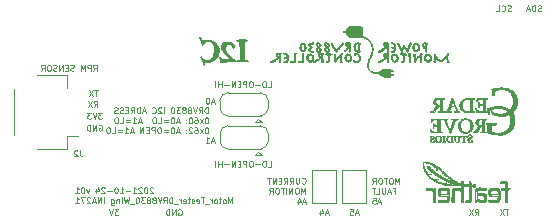
<source format=gbr>
%TF.GenerationSoftware,KiCad,Pcbnew,(5.1.6-0-10_14)*%
%TF.CreationDate,2021-10-24T22:13:31-07:00*%
%TF.ProjectId,Motor_Tester_DRV8830_Wing,4d6f746f-725f-4546-9573-7465725f4452,v01*%
%TF.SameCoordinates,Original*%
%TF.FileFunction,Legend,Bot*%
%TF.FilePolarity,Positive*%
%FSLAX46Y46*%
G04 Gerber Fmt 4.6, Leading zero omitted, Abs format (unit mm)*
G04 Created by KiCad (PCBNEW (5.1.6-0-10_14)) date 2021-10-24 22:13:31*
%MOMM*%
%LPD*%
G01*
G04 APERTURE LIST*
%ADD10C,0.100000*%
%ADD11C,0.120000*%
%ADD12C,0.010000*%
G04 APERTURE END LIST*
D10*
X148929857Y-92428190D02*
X149167952Y-92428190D01*
X149167952Y-91928190D01*
X148667952Y-91928190D02*
X148572714Y-91928190D01*
X148525095Y-91952000D01*
X148477476Y-91999619D01*
X148453666Y-92094857D01*
X148453666Y-92261523D01*
X148477476Y-92356761D01*
X148525095Y-92404380D01*
X148572714Y-92428190D01*
X148667952Y-92428190D01*
X148715571Y-92404380D01*
X148763190Y-92356761D01*
X148787000Y-92261523D01*
X148787000Y-92094857D01*
X148763190Y-91999619D01*
X148715571Y-91952000D01*
X148667952Y-91928190D01*
X148239380Y-92237714D02*
X147858428Y-92237714D01*
X147525095Y-91928190D02*
X147429857Y-91928190D01*
X147382238Y-91952000D01*
X147334619Y-91999619D01*
X147310809Y-92094857D01*
X147310809Y-92261523D01*
X147334619Y-92356761D01*
X147382238Y-92404380D01*
X147429857Y-92428190D01*
X147525095Y-92428190D01*
X147572714Y-92404380D01*
X147620333Y-92356761D01*
X147644142Y-92261523D01*
X147644142Y-92094857D01*
X147620333Y-91999619D01*
X147572714Y-91952000D01*
X147525095Y-91928190D01*
X147096523Y-92428190D02*
X147096523Y-91928190D01*
X146906047Y-91928190D01*
X146858428Y-91952000D01*
X146834619Y-91975809D01*
X146810809Y-92023428D01*
X146810809Y-92094857D01*
X146834619Y-92142476D01*
X146858428Y-92166285D01*
X146906047Y-92190095D01*
X147096523Y-92190095D01*
X146596523Y-92166285D02*
X146429857Y-92166285D01*
X146358428Y-92428190D02*
X146596523Y-92428190D01*
X146596523Y-91928190D01*
X146358428Y-91928190D01*
X146144142Y-92428190D02*
X146144142Y-91928190D01*
X145858428Y-92428190D01*
X145858428Y-91928190D01*
X145620333Y-92237714D02*
X145239380Y-92237714D01*
X145001285Y-92428190D02*
X145001285Y-91928190D01*
X145001285Y-92166285D02*
X144715571Y-92166285D01*
X144715571Y-92428190D02*
X144715571Y-91928190D01*
X144477476Y-92428190D02*
X144477476Y-91928190D01*
X144375142Y-90253333D02*
X144137047Y-90253333D01*
X144422761Y-90396190D02*
X144256095Y-89896190D01*
X144089428Y-90396190D01*
X143660857Y-90396190D02*
X143946571Y-90396190D01*
X143803714Y-90396190D02*
X143803714Y-89896190D01*
X143851333Y-89967619D01*
X143898952Y-90015238D01*
X143946571Y-90039047D01*
X144375142Y-86951333D02*
X144137047Y-86951333D01*
X144422761Y-87094190D02*
X144256095Y-86594190D01*
X144089428Y-87094190D01*
X143827523Y-86594190D02*
X143779904Y-86594190D01*
X143732285Y-86618000D01*
X143708476Y-86641809D01*
X143684666Y-86689428D01*
X143660857Y-86784666D01*
X143660857Y-86903714D01*
X143684666Y-86998952D01*
X143708476Y-87046571D01*
X143732285Y-87070380D01*
X143779904Y-87094190D01*
X143827523Y-87094190D01*
X143875142Y-87070380D01*
X143898952Y-87046571D01*
X143922761Y-86998952D01*
X143946571Y-86903714D01*
X143946571Y-86784666D01*
X143922761Y-86689428D01*
X143898952Y-86641809D01*
X143875142Y-86618000D01*
X143827523Y-86594190D01*
X148929857Y-85697190D02*
X149167952Y-85697190D01*
X149167952Y-85197190D01*
X148667952Y-85197190D02*
X148572714Y-85197190D01*
X148525095Y-85221000D01*
X148477476Y-85268619D01*
X148453666Y-85363857D01*
X148453666Y-85530523D01*
X148477476Y-85625761D01*
X148525095Y-85673380D01*
X148572714Y-85697190D01*
X148667952Y-85697190D01*
X148715571Y-85673380D01*
X148763190Y-85625761D01*
X148787000Y-85530523D01*
X148787000Y-85363857D01*
X148763190Y-85268619D01*
X148715571Y-85221000D01*
X148667952Y-85197190D01*
X148239380Y-85506714D02*
X147858428Y-85506714D01*
X147525095Y-85197190D02*
X147429857Y-85197190D01*
X147382238Y-85221000D01*
X147334619Y-85268619D01*
X147310809Y-85363857D01*
X147310809Y-85530523D01*
X147334619Y-85625761D01*
X147382238Y-85673380D01*
X147429857Y-85697190D01*
X147525095Y-85697190D01*
X147572714Y-85673380D01*
X147620333Y-85625761D01*
X147644142Y-85530523D01*
X147644142Y-85363857D01*
X147620333Y-85268619D01*
X147572714Y-85221000D01*
X147525095Y-85197190D01*
X147096523Y-85697190D02*
X147096523Y-85197190D01*
X146906047Y-85197190D01*
X146858428Y-85221000D01*
X146834619Y-85244809D01*
X146810809Y-85292428D01*
X146810809Y-85363857D01*
X146834619Y-85411476D01*
X146858428Y-85435285D01*
X146906047Y-85459095D01*
X147096523Y-85459095D01*
X146596523Y-85435285D02*
X146429857Y-85435285D01*
X146358428Y-85697190D02*
X146596523Y-85697190D01*
X146596523Y-85197190D01*
X146358428Y-85197190D01*
X146144142Y-85697190D02*
X146144142Y-85197190D01*
X145858428Y-85697190D01*
X145858428Y-85197190D01*
X145620333Y-85506714D02*
X145239380Y-85506714D01*
X145001285Y-85697190D02*
X145001285Y-85197190D01*
X145001285Y-85435285D02*
X144715571Y-85435285D01*
X144715571Y-85697190D02*
X144715571Y-85197190D01*
X144477476Y-85697190D02*
X144477476Y-85197190D01*
X134619952Y-88904000D02*
X134667571Y-88880190D01*
X134739000Y-88880190D01*
X134810428Y-88904000D01*
X134858047Y-88951619D01*
X134881857Y-88999238D01*
X134905666Y-89094476D01*
X134905666Y-89165904D01*
X134881857Y-89261142D01*
X134858047Y-89308761D01*
X134810428Y-89356380D01*
X134739000Y-89380190D01*
X134691380Y-89380190D01*
X134619952Y-89356380D01*
X134596142Y-89332571D01*
X134596142Y-89165904D01*
X134691380Y-89165904D01*
X134381857Y-89380190D02*
X134381857Y-88880190D01*
X134096142Y-89380190D01*
X134096142Y-88880190D01*
X133858047Y-89380190D02*
X133858047Y-88880190D01*
X133739000Y-88880190D01*
X133667571Y-88904000D01*
X133619952Y-88951619D01*
X133596142Y-88999238D01*
X133572333Y-89094476D01*
X133572333Y-89165904D01*
X133596142Y-89261142D01*
X133619952Y-89308761D01*
X133667571Y-89356380D01*
X133739000Y-89380190D01*
X133858047Y-89380190D01*
X134858047Y-87864190D02*
X134548523Y-87864190D01*
X134715190Y-88054666D01*
X134643761Y-88054666D01*
X134596142Y-88078476D01*
X134572333Y-88102285D01*
X134548523Y-88149904D01*
X134548523Y-88268952D01*
X134572333Y-88316571D01*
X134596142Y-88340380D01*
X134643761Y-88364190D01*
X134786619Y-88364190D01*
X134834238Y-88340380D01*
X134858047Y-88316571D01*
X134405666Y-87864190D02*
X134239000Y-88364190D01*
X134072333Y-87864190D01*
X133953285Y-87864190D02*
X133643761Y-87864190D01*
X133810428Y-88054666D01*
X133739000Y-88054666D01*
X133691380Y-88078476D01*
X133667571Y-88102285D01*
X133643761Y-88149904D01*
X133643761Y-88268952D01*
X133667571Y-88316571D01*
X133691380Y-88340380D01*
X133739000Y-88364190D01*
X133881857Y-88364190D01*
X133929476Y-88340380D01*
X133953285Y-88316571D01*
X134195333Y-87348190D02*
X134362000Y-87110095D01*
X134481047Y-87348190D02*
X134481047Y-86848190D01*
X134290571Y-86848190D01*
X134242952Y-86872000D01*
X134219142Y-86895809D01*
X134195333Y-86943428D01*
X134195333Y-87014857D01*
X134219142Y-87062476D01*
X134242952Y-87086285D01*
X134290571Y-87110095D01*
X134481047Y-87110095D01*
X134028666Y-86848190D02*
X133695333Y-87348190D01*
X133695333Y-86848190D02*
X134028666Y-87348190D01*
X134492952Y-85959190D02*
X134207238Y-85959190D01*
X134350095Y-86459190D02*
X134350095Y-85959190D01*
X134088190Y-85959190D02*
X133754857Y-86459190D01*
X133754857Y-85959190D02*
X134088190Y-86459190D01*
X139192666Y-94217809D02*
X139168857Y-94194000D01*
X139121238Y-94170190D01*
X139002190Y-94170190D01*
X138954571Y-94194000D01*
X138930761Y-94217809D01*
X138906952Y-94265428D01*
X138906952Y-94313047D01*
X138930761Y-94384476D01*
X139216476Y-94670190D01*
X138906952Y-94670190D01*
X138597428Y-94170190D02*
X138549809Y-94170190D01*
X138502190Y-94194000D01*
X138478380Y-94217809D01*
X138454571Y-94265428D01*
X138430761Y-94360666D01*
X138430761Y-94479714D01*
X138454571Y-94574952D01*
X138478380Y-94622571D01*
X138502190Y-94646380D01*
X138549809Y-94670190D01*
X138597428Y-94670190D01*
X138645047Y-94646380D01*
X138668857Y-94622571D01*
X138692666Y-94574952D01*
X138716476Y-94479714D01*
X138716476Y-94360666D01*
X138692666Y-94265428D01*
X138668857Y-94217809D01*
X138645047Y-94194000D01*
X138597428Y-94170190D01*
X138240285Y-94217809D02*
X138216476Y-94194000D01*
X138168857Y-94170190D01*
X138049809Y-94170190D01*
X138002190Y-94194000D01*
X137978380Y-94217809D01*
X137954571Y-94265428D01*
X137954571Y-94313047D01*
X137978380Y-94384476D01*
X138264095Y-94670190D01*
X137954571Y-94670190D01*
X137478380Y-94670190D02*
X137764095Y-94670190D01*
X137621238Y-94670190D02*
X137621238Y-94170190D01*
X137668857Y-94241619D01*
X137716476Y-94289238D01*
X137764095Y-94313047D01*
X137264095Y-94479714D02*
X136883142Y-94479714D01*
X136383142Y-94670190D02*
X136668857Y-94670190D01*
X136526000Y-94670190D02*
X136526000Y-94170190D01*
X136573619Y-94241619D01*
X136621238Y-94289238D01*
X136668857Y-94313047D01*
X136073619Y-94170190D02*
X136026000Y-94170190D01*
X135978380Y-94194000D01*
X135954571Y-94217809D01*
X135930761Y-94265428D01*
X135906952Y-94360666D01*
X135906952Y-94479714D01*
X135930761Y-94574952D01*
X135954571Y-94622571D01*
X135978380Y-94646380D01*
X136026000Y-94670190D01*
X136073619Y-94670190D01*
X136121238Y-94646380D01*
X136145047Y-94622571D01*
X136168857Y-94574952D01*
X136192666Y-94479714D01*
X136192666Y-94360666D01*
X136168857Y-94265428D01*
X136145047Y-94217809D01*
X136121238Y-94194000D01*
X136073619Y-94170190D01*
X135692666Y-94479714D02*
X135311714Y-94479714D01*
X135097428Y-94217809D02*
X135073619Y-94194000D01*
X135026000Y-94170190D01*
X134906952Y-94170190D01*
X134859333Y-94194000D01*
X134835523Y-94217809D01*
X134811714Y-94265428D01*
X134811714Y-94313047D01*
X134835523Y-94384476D01*
X135121238Y-94670190D01*
X134811714Y-94670190D01*
X134383142Y-94336857D02*
X134383142Y-94670190D01*
X134502190Y-94146380D02*
X134621238Y-94503523D01*
X134311714Y-94503523D01*
X133787904Y-94336857D02*
X133668857Y-94670190D01*
X133549809Y-94336857D01*
X133264095Y-94170190D02*
X133216476Y-94170190D01*
X133168857Y-94194000D01*
X133145047Y-94217809D01*
X133121238Y-94265428D01*
X133097428Y-94360666D01*
X133097428Y-94479714D01*
X133121238Y-94574952D01*
X133145047Y-94622571D01*
X133168857Y-94646380D01*
X133216476Y-94670190D01*
X133264095Y-94670190D01*
X133311714Y-94646380D01*
X133335523Y-94622571D01*
X133359333Y-94574952D01*
X133383142Y-94479714D01*
X133383142Y-94360666D01*
X133359333Y-94265428D01*
X133335523Y-94217809D01*
X133311714Y-94194000D01*
X133264095Y-94170190D01*
X132621238Y-94670190D02*
X132906952Y-94670190D01*
X132764095Y-94670190D02*
X132764095Y-94170190D01*
X132811714Y-94241619D01*
X132859333Y-94289238D01*
X132906952Y-94313047D01*
X145906952Y-95520190D02*
X145906952Y-95020190D01*
X145740285Y-95377333D01*
X145573619Y-95020190D01*
X145573619Y-95520190D01*
X145264095Y-95520190D02*
X145311714Y-95496380D01*
X145335523Y-95472571D01*
X145359333Y-95424952D01*
X145359333Y-95282095D01*
X145335523Y-95234476D01*
X145311714Y-95210666D01*
X145264095Y-95186857D01*
X145192666Y-95186857D01*
X145145047Y-95210666D01*
X145121238Y-95234476D01*
X145097428Y-95282095D01*
X145097428Y-95424952D01*
X145121238Y-95472571D01*
X145145047Y-95496380D01*
X145192666Y-95520190D01*
X145264095Y-95520190D01*
X144954571Y-95186857D02*
X144764095Y-95186857D01*
X144883142Y-95020190D02*
X144883142Y-95448761D01*
X144859333Y-95496380D01*
X144811714Y-95520190D01*
X144764095Y-95520190D01*
X144526000Y-95520190D02*
X144573619Y-95496380D01*
X144597428Y-95472571D01*
X144621238Y-95424952D01*
X144621238Y-95282095D01*
X144597428Y-95234476D01*
X144573619Y-95210666D01*
X144526000Y-95186857D01*
X144454571Y-95186857D01*
X144406952Y-95210666D01*
X144383142Y-95234476D01*
X144359333Y-95282095D01*
X144359333Y-95424952D01*
X144383142Y-95472571D01*
X144406952Y-95496380D01*
X144454571Y-95520190D01*
X144526000Y-95520190D01*
X144145047Y-95520190D02*
X144145047Y-95186857D01*
X144145047Y-95282095D02*
X144121238Y-95234476D01*
X144097428Y-95210666D01*
X144049809Y-95186857D01*
X144002190Y-95186857D01*
X143954571Y-95567809D02*
X143573619Y-95567809D01*
X143526000Y-95020190D02*
X143240285Y-95020190D01*
X143383142Y-95520190D02*
X143383142Y-95020190D01*
X142883142Y-95496380D02*
X142930761Y-95520190D01*
X143026000Y-95520190D01*
X143073619Y-95496380D01*
X143097428Y-95448761D01*
X143097428Y-95258285D01*
X143073619Y-95210666D01*
X143026000Y-95186857D01*
X142930761Y-95186857D01*
X142883142Y-95210666D01*
X142859333Y-95258285D01*
X142859333Y-95305904D01*
X143097428Y-95353523D01*
X142668857Y-95496380D02*
X142621238Y-95520190D01*
X142526000Y-95520190D01*
X142478380Y-95496380D01*
X142454571Y-95448761D01*
X142454571Y-95424952D01*
X142478380Y-95377333D01*
X142526000Y-95353523D01*
X142597428Y-95353523D01*
X142645047Y-95329714D01*
X142668857Y-95282095D01*
X142668857Y-95258285D01*
X142645047Y-95210666D01*
X142597428Y-95186857D01*
X142526000Y-95186857D01*
X142478380Y-95210666D01*
X142311714Y-95186857D02*
X142121238Y-95186857D01*
X142240285Y-95020190D02*
X142240285Y-95448761D01*
X142216476Y-95496380D01*
X142168857Y-95520190D01*
X142121238Y-95520190D01*
X141764095Y-95496380D02*
X141811714Y-95520190D01*
X141906952Y-95520190D01*
X141954571Y-95496380D01*
X141978380Y-95448761D01*
X141978380Y-95258285D01*
X141954571Y-95210666D01*
X141906952Y-95186857D01*
X141811714Y-95186857D01*
X141764095Y-95210666D01*
X141740285Y-95258285D01*
X141740285Y-95305904D01*
X141978380Y-95353523D01*
X141526000Y-95520190D02*
X141526000Y-95186857D01*
X141526000Y-95282095D02*
X141502190Y-95234476D01*
X141478380Y-95210666D01*
X141430761Y-95186857D01*
X141383142Y-95186857D01*
X141335523Y-95567809D02*
X140954571Y-95567809D01*
X140835523Y-95520190D02*
X140835523Y-95020190D01*
X140716476Y-95020190D01*
X140645047Y-95044000D01*
X140597428Y-95091619D01*
X140573619Y-95139238D01*
X140549809Y-95234476D01*
X140549809Y-95305904D01*
X140573619Y-95401142D01*
X140597428Y-95448761D01*
X140645047Y-95496380D01*
X140716476Y-95520190D01*
X140835523Y-95520190D01*
X140049809Y-95520190D02*
X140216476Y-95282095D01*
X140335523Y-95520190D02*
X140335523Y-95020190D01*
X140145047Y-95020190D01*
X140097428Y-95044000D01*
X140073619Y-95067809D01*
X140049809Y-95115428D01*
X140049809Y-95186857D01*
X140073619Y-95234476D01*
X140097428Y-95258285D01*
X140145047Y-95282095D01*
X140335523Y-95282095D01*
X139906952Y-95020190D02*
X139740285Y-95520190D01*
X139573619Y-95020190D01*
X139335523Y-95234476D02*
X139383142Y-95210666D01*
X139406952Y-95186857D01*
X139430761Y-95139238D01*
X139430761Y-95115428D01*
X139406952Y-95067809D01*
X139383142Y-95044000D01*
X139335523Y-95020190D01*
X139240285Y-95020190D01*
X139192666Y-95044000D01*
X139168857Y-95067809D01*
X139145047Y-95115428D01*
X139145047Y-95139238D01*
X139168857Y-95186857D01*
X139192666Y-95210666D01*
X139240285Y-95234476D01*
X139335523Y-95234476D01*
X139383142Y-95258285D01*
X139406952Y-95282095D01*
X139430761Y-95329714D01*
X139430761Y-95424952D01*
X139406952Y-95472571D01*
X139383142Y-95496380D01*
X139335523Y-95520190D01*
X139240285Y-95520190D01*
X139192666Y-95496380D01*
X139168857Y-95472571D01*
X139145047Y-95424952D01*
X139145047Y-95329714D01*
X139168857Y-95282095D01*
X139192666Y-95258285D01*
X139240285Y-95234476D01*
X138859333Y-95234476D02*
X138906952Y-95210666D01*
X138930761Y-95186857D01*
X138954571Y-95139238D01*
X138954571Y-95115428D01*
X138930761Y-95067809D01*
X138906952Y-95044000D01*
X138859333Y-95020190D01*
X138764095Y-95020190D01*
X138716476Y-95044000D01*
X138692666Y-95067809D01*
X138668857Y-95115428D01*
X138668857Y-95139238D01*
X138692666Y-95186857D01*
X138716476Y-95210666D01*
X138764095Y-95234476D01*
X138859333Y-95234476D01*
X138906952Y-95258285D01*
X138930761Y-95282095D01*
X138954571Y-95329714D01*
X138954571Y-95424952D01*
X138930761Y-95472571D01*
X138906952Y-95496380D01*
X138859333Y-95520190D01*
X138764095Y-95520190D01*
X138716476Y-95496380D01*
X138692666Y-95472571D01*
X138668857Y-95424952D01*
X138668857Y-95329714D01*
X138692666Y-95282095D01*
X138716476Y-95258285D01*
X138764095Y-95234476D01*
X138502190Y-95020190D02*
X138192666Y-95020190D01*
X138359333Y-95210666D01*
X138287904Y-95210666D01*
X138240285Y-95234476D01*
X138216476Y-95258285D01*
X138192666Y-95305904D01*
X138192666Y-95424952D01*
X138216476Y-95472571D01*
X138240285Y-95496380D01*
X138287904Y-95520190D01*
X138430761Y-95520190D01*
X138478380Y-95496380D01*
X138502190Y-95472571D01*
X137883142Y-95020190D02*
X137835523Y-95020190D01*
X137787904Y-95044000D01*
X137764095Y-95067809D01*
X137740285Y-95115428D01*
X137716476Y-95210666D01*
X137716476Y-95329714D01*
X137740285Y-95424952D01*
X137764095Y-95472571D01*
X137787904Y-95496380D01*
X137835523Y-95520190D01*
X137883142Y-95520190D01*
X137930761Y-95496380D01*
X137954571Y-95472571D01*
X137978380Y-95424952D01*
X138002190Y-95329714D01*
X138002190Y-95210666D01*
X137978380Y-95115428D01*
X137954571Y-95067809D01*
X137930761Y-95044000D01*
X137883142Y-95020190D01*
X137621238Y-95567809D02*
X137240285Y-95567809D01*
X137168857Y-95020190D02*
X137049809Y-95520190D01*
X136954571Y-95163047D01*
X136859333Y-95520190D01*
X136740285Y-95020190D01*
X136549809Y-95520190D02*
X136549809Y-95186857D01*
X136549809Y-95020190D02*
X136573619Y-95044000D01*
X136549809Y-95067809D01*
X136526000Y-95044000D01*
X136549809Y-95020190D01*
X136549809Y-95067809D01*
X136311714Y-95186857D02*
X136311714Y-95520190D01*
X136311714Y-95234476D02*
X136287904Y-95210666D01*
X136240285Y-95186857D01*
X136168857Y-95186857D01*
X136121238Y-95210666D01*
X136097428Y-95258285D01*
X136097428Y-95520190D01*
X135645047Y-95186857D02*
X135645047Y-95591619D01*
X135668857Y-95639238D01*
X135692666Y-95663047D01*
X135740285Y-95686857D01*
X135811714Y-95686857D01*
X135859333Y-95663047D01*
X135645047Y-95496380D02*
X135692666Y-95520190D01*
X135787904Y-95520190D01*
X135835523Y-95496380D01*
X135859333Y-95472571D01*
X135883142Y-95424952D01*
X135883142Y-95282095D01*
X135859333Y-95234476D01*
X135835523Y-95210666D01*
X135787904Y-95186857D01*
X135692666Y-95186857D01*
X135645047Y-95210666D01*
X135026000Y-95520190D02*
X135026000Y-95020190D01*
X134787904Y-95520190D02*
X134787904Y-95020190D01*
X134502190Y-95520190D01*
X134502190Y-95020190D01*
X134287904Y-95377333D02*
X134049809Y-95377333D01*
X134335523Y-95520190D02*
X134168857Y-95020190D01*
X134002190Y-95520190D01*
X133859333Y-95067809D02*
X133835523Y-95044000D01*
X133787904Y-95020190D01*
X133668857Y-95020190D01*
X133621238Y-95044000D01*
X133597428Y-95067809D01*
X133573619Y-95115428D01*
X133573619Y-95163047D01*
X133597428Y-95234476D01*
X133883142Y-95520190D01*
X133573619Y-95520190D01*
X133406952Y-95020190D02*
X133073619Y-95020190D01*
X133287904Y-95520190D01*
X132621238Y-95520190D02*
X132906952Y-95520190D01*
X132764095Y-95520190D02*
X132764095Y-95020190D01*
X132811714Y-95091619D01*
X132859333Y-95139238D01*
X132906952Y-95163047D01*
X134127619Y-84300190D02*
X134294285Y-84062095D01*
X134413333Y-84300190D02*
X134413333Y-83800190D01*
X134222857Y-83800190D01*
X134175238Y-83824000D01*
X134151428Y-83847809D01*
X134127619Y-83895428D01*
X134127619Y-83966857D01*
X134151428Y-84014476D01*
X134175238Y-84038285D01*
X134222857Y-84062095D01*
X134413333Y-84062095D01*
X133913333Y-84300190D02*
X133913333Y-83800190D01*
X133722857Y-83800190D01*
X133675238Y-83824000D01*
X133651428Y-83847809D01*
X133627619Y-83895428D01*
X133627619Y-83966857D01*
X133651428Y-84014476D01*
X133675238Y-84038285D01*
X133722857Y-84062095D01*
X133913333Y-84062095D01*
X133413333Y-84300190D02*
X133413333Y-83800190D01*
X133246666Y-84157333D01*
X133080000Y-83800190D01*
X133080000Y-84300190D01*
X132484761Y-84276380D02*
X132413333Y-84300190D01*
X132294285Y-84300190D01*
X132246666Y-84276380D01*
X132222857Y-84252571D01*
X132199047Y-84204952D01*
X132199047Y-84157333D01*
X132222857Y-84109714D01*
X132246666Y-84085904D01*
X132294285Y-84062095D01*
X132389523Y-84038285D01*
X132437142Y-84014476D01*
X132460952Y-83990666D01*
X132484761Y-83943047D01*
X132484761Y-83895428D01*
X132460952Y-83847809D01*
X132437142Y-83824000D01*
X132389523Y-83800190D01*
X132270476Y-83800190D01*
X132199047Y-83824000D01*
X131984761Y-84038285D02*
X131818095Y-84038285D01*
X131746666Y-84300190D02*
X131984761Y-84300190D01*
X131984761Y-83800190D01*
X131746666Y-83800190D01*
X131532380Y-84300190D02*
X131532380Y-83800190D01*
X131246666Y-84300190D01*
X131246666Y-83800190D01*
X131032380Y-84276380D02*
X130960952Y-84300190D01*
X130841904Y-84300190D01*
X130794285Y-84276380D01*
X130770476Y-84252571D01*
X130746666Y-84204952D01*
X130746666Y-84157333D01*
X130770476Y-84109714D01*
X130794285Y-84085904D01*
X130841904Y-84062095D01*
X130937142Y-84038285D01*
X130984761Y-84014476D01*
X131008571Y-83990666D01*
X131032380Y-83943047D01*
X131032380Y-83895428D01*
X131008571Y-83847809D01*
X130984761Y-83824000D01*
X130937142Y-83800190D01*
X130818095Y-83800190D01*
X130746666Y-83824000D01*
X130437142Y-83800190D02*
X130341904Y-83800190D01*
X130294285Y-83824000D01*
X130246666Y-83871619D01*
X130222857Y-83966857D01*
X130222857Y-84133523D01*
X130246666Y-84228761D01*
X130294285Y-84276380D01*
X130341904Y-84300190D01*
X130437142Y-84300190D01*
X130484761Y-84276380D01*
X130532380Y-84228761D01*
X130556190Y-84133523D01*
X130556190Y-83966857D01*
X130532380Y-83871619D01*
X130484761Y-83824000D01*
X130437142Y-83800190D01*
X129722857Y-84300190D02*
X129889523Y-84062095D01*
X130008571Y-84300190D02*
X130008571Y-83800190D01*
X129818095Y-83800190D01*
X129770476Y-83824000D01*
X129746666Y-83847809D01*
X129722857Y-83895428D01*
X129722857Y-83966857D01*
X129746666Y-84014476D01*
X129770476Y-84038285D01*
X129818095Y-84062095D01*
X130008571Y-84062095D01*
X151803238Y-93816571D02*
X151827047Y-93840380D01*
X151898476Y-93864190D01*
X151946095Y-93864190D01*
X152017523Y-93840380D01*
X152065142Y-93792761D01*
X152088952Y-93745142D01*
X152112761Y-93649904D01*
X152112761Y-93578476D01*
X152088952Y-93483238D01*
X152065142Y-93435619D01*
X152017523Y-93388000D01*
X151946095Y-93364190D01*
X151898476Y-93364190D01*
X151827047Y-93388000D01*
X151803238Y-93411809D01*
X151588952Y-93364190D02*
X151588952Y-93768952D01*
X151565142Y-93816571D01*
X151541333Y-93840380D01*
X151493714Y-93864190D01*
X151398476Y-93864190D01*
X151350857Y-93840380D01*
X151327047Y-93816571D01*
X151303238Y-93768952D01*
X151303238Y-93364190D01*
X150779428Y-93864190D02*
X150946095Y-93626095D01*
X151065142Y-93864190D02*
X151065142Y-93364190D01*
X150874666Y-93364190D01*
X150827047Y-93388000D01*
X150803238Y-93411809D01*
X150779428Y-93459428D01*
X150779428Y-93530857D01*
X150803238Y-93578476D01*
X150827047Y-93602285D01*
X150874666Y-93626095D01*
X151065142Y-93626095D01*
X150279428Y-93864190D02*
X150446095Y-93626095D01*
X150565142Y-93864190D02*
X150565142Y-93364190D01*
X150374666Y-93364190D01*
X150327047Y-93388000D01*
X150303238Y-93411809D01*
X150279428Y-93459428D01*
X150279428Y-93530857D01*
X150303238Y-93578476D01*
X150327047Y-93602285D01*
X150374666Y-93626095D01*
X150565142Y-93626095D01*
X150065142Y-93602285D02*
X149898476Y-93602285D01*
X149827047Y-93864190D02*
X150065142Y-93864190D01*
X150065142Y-93364190D01*
X149827047Y-93364190D01*
X149612761Y-93864190D02*
X149612761Y-93364190D01*
X149327047Y-93864190D01*
X149327047Y-93364190D01*
X149160380Y-93364190D02*
X148874666Y-93364190D01*
X149017523Y-93864190D02*
X149017523Y-93364190D01*
X152088952Y-94714190D02*
X152088952Y-94214190D01*
X151922285Y-94571333D01*
X151755619Y-94214190D01*
X151755619Y-94714190D01*
X151422285Y-94214190D02*
X151327047Y-94214190D01*
X151279428Y-94238000D01*
X151231809Y-94285619D01*
X151208000Y-94380857D01*
X151208000Y-94547523D01*
X151231809Y-94642761D01*
X151279428Y-94690380D01*
X151327047Y-94714190D01*
X151422285Y-94714190D01*
X151469904Y-94690380D01*
X151517523Y-94642761D01*
X151541333Y-94547523D01*
X151541333Y-94380857D01*
X151517523Y-94285619D01*
X151469904Y-94238000D01*
X151422285Y-94214190D01*
X150993714Y-94714190D02*
X150993714Y-94214190D01*
X150708000Y-94714190D01*
X150708000Y-94214190D01*
X150469904Y-94714190D02*
X150469904Y-94214190D01*
X150303238Y-94214190D02*
X150017523Y-94214190D01*
X150160380Y-94714190D02*
X150160380Y-94214190D01*
X149755619Y-94214190D02*
X149660380Y-94214190D01*
X149612761Y-94238000D01*
X149565142Y-94285619D01*
X149541333Y-94380857D01*
X149541333Y-94547523D01*
X149565142Y-94642761D01*
X149612761Y-94690380D01*
X149660380Y-94714190D01*
X149755619Y-94714190D01*
X149803238Y-94690380D01*
X149850857Y-94642761D01*
X149874666Y-94547523D01*
X149874666Y-94380857D01*
X149850857Y-94285619D01*
X149803238Y-94238000D01*
X149755619Y-94214190D01*
X149041333Y-94714190D02*
X149208000Y-94476095D01*
X149327047Y-94714190D02*
X149327047Y-94214190D01*
X149136571Y-94214190D01*
X149088952Y-94238000D01*
X149065142Y-94261809D01*
X149041333Y-94309428D01*
X149041333Y-94380857D01*
X149065142Y-94428476D01*
X149088952Y-94452285D01*
X149136571Y-94476095D01*
X149327047Y-94476095D01*
X152112761Y-95421333D02*
X151874666Y-95421333D01*
X152160380Y-95564190D02*
X151993714Y-95064190D01*
X151827047Y-95564190D01*
X151446095Y-95230857D02*
X151446095Y-95564190D01*
X151565142Y-95040380D02*
X151684190Y-95397523D01*
X151374666Y-95397523D01*
X160052952Y-93864190D02*
X160052952Y-93364190D01*
X159886285Y-93721333D01*
X159719619Y-93364190D01*
X159719619Y-93864190D01*
X159386285Y-93364190D02*
X159291047Y-93364190D01*
X159243428Y-93388000D01*
X159195809Y-93435619D01*
X159172000Y-93530857D01*
X159172000Y-93697523D01*
X159195809Y-93792761D01*
X159243428Y-93840380D01*
X159291047Y-93864190D01*
X159386285Y-93864190D01*
X159433904Y-93840380D01*
X159481523Y-93792761D01*
X159505333Y-93697523D01*
X159505333Y-93530857D01*
X159481523Y-93435619D01*
X159433904Y-93388000D01*
X159386285Y-93364190D01*
X159029142Y-93364190D02*
X158743428Y-93364190D01*
X158886285Y-93864190D02*
X158886285Y-93364190D01*
X158481523Y-93364190D02*
X158386285Y-93364190D01*
X158338666Y-93388000D01*
X158291047Y-93435619D01*
X158267238Y-93530857D01*
X158267238Y-93697523D01*
X158291047Y-93792761D01*
X158338666Y-93840380D01*
X158386285Y-93864190D01*
X158481523Y-93864190D01*
X158529142Y-93840380D01*
X158576761Y-93792761D01*
X158600571Y-93697523D01*
X158600571Y-93530857D01*
X158576761Y-93435619D01*
X158529142Y-93388000D01*
X158481523Y-93364190D01*
X157767238Y-93864190D02*
X157933904Y-93626095D01*
X158052952Y-93864190D02*
X158052952Y-93364190D01*
X157862476Y-93364190D01*
X157814857Y-93388000D01*
X157791047Y-93411809D01*
X157767238Y-93459428D01*
X157767238Y-93530857D01*
X157791047Y-93578476D01*
X157814857Y-93602285D01*
X157862476Y-93626095D01*
X158052952Y-93626095D01*
X159552952Y-94452285D02*
X159719619Y-94452285D01*
X159719619Y-94714190D02*
X159719619Y-94214190D01*
X159481523Y-94214190D01*
X159314857Y-94571333D02*
X159076761Y-94571333D01*
X159362476Y-94714190D02*
X159195809Y-94214190D01*
X159029142Y-94714190D01*
X158862476Y-94214190D02*
X158862476Y-94618952D01*
X158838666Y-94666571D01*
X158814857Y-94690380D01*
X158767238Y-94714190D01*
X158672000Y-94714190D01*
X158624380Y-94690380D01*
X158600571Y-94666571D01*
X158576761Y-94618952D01*
X158576761Y-94214190D01*
X158100571Y-94714190D02*
X158338666Y-94714190D01*
X158338666Y-94214190D01*
X158005333Y-94214190D02*
X157719619Y-94214190D01*
X157862476Y-94714190D02*
X157862476Y-94214190D01*
X158481523Y-95421333D02*
X158243428Y-95421333D01*
X158529142Y-95564190D02*
X158362476Y-95064190D01*
X158195809Y-95564190D01*
X157791047Y-95064190D02*
X158029142Y-95064190D01*
X158052952Y-95302285D01*
X158029142Y-95278476D01*
X157981523Y-95254666D01*
X157862476Y-95254666D01*
X157814857Y-95278476D01*
X157791047Y-95302285D01*
X157767238Y-95349904D01*
X157767238Y-95468952D01*
X157791047Y-95516571D01*
X157814857Y-95540380D01*
X157862476Y-95564190D01*
X157981523Y-95564190D01*
X158029142Y-95540380D01*
X158052952Y-95516571D01*
X143833952Y-87895190D02*
X143833952Y-87395190D01*
X143714904Y-87395190D01*
X143643476Y-87419000D01*
X143595857Y-87466619D01*
X143572047Y-87514238D01*
X143548238Y-87609476D01*
X143548238Y-87680904D01*
X143572047Y-87776142D01*
X143595857Y-87823761D01*
X143643476Y-87871380D01*
X143714904Y-87895190D01*
X143833952Y-87895190D01*
X143048238Y-87895190D02*
X143214904Y-87657095D01*
X143333952Y-87895190D02*
X143333952Y-87395190D01*
X143143476Y-87395190D01*
X143095857Y-87419000D01*
X143072047Y-87442809D01*
X143048238Y-87490428D01*
X143048238Y-87561857D01*
X143072047Y-87609476D01*
X143095857Y-87633285D01*
X143143476Y-87657095D01*
X143333952Y-87657095D01*
X142905380Y-87395190D02*
X142738714Y-87895190D01*
X142572047Y-87395190D01*
X142333952Y-87609476D02*
X142381571Y-87585666D01*
X142405380Y-87561857D01*
X142429190Y-87514238D01*
X142429190Y-87490428D01*
X142405380Y-87442809D01*
X142381571Y-87419000D01*
X142333952Y-87395190D01*
X142238714Y-87395190D01*
X142191095Y-87419000D01*
X142167285Y-87442809D01*
X142143476Y-87490428D01*
X142143476Y-87514238D01*
X142167285Y-87561857D01*
X142191095Y-87585666D01*
X142238714Y-87609476D01*
X142333952Y-87609476D01*
X142381571Y-87633285D01*
X142405380Y-87657095D01*
X142429190Y-87704714D01*
X142429190Y-87799952D01*
X142405380Y-87847571D01*
X142381571Y-87871380D01*
X142333952Y-87895190D01*
X142238714Y-87895190D01*
X142191095Y-87871380D01*
X142167285Y-87847571D01*
X142143476Y-87799952D01*
X142143476Y-87704714D01*
X142167285Y-87657095D01*
X142191095Y-87633285D01*
X142238714Y-87609476D01*
X141857761Y-87609476D02*
X141905380Y-87585666D01*
X141929190Y-87561857D01*
X141953000Y-87514238D01*
X141953000Y-87490428D01*
X141929190Y-87442809D01*
X141905380Y-87419000D01*
X141857761Y-87395190D01*
X141762523Y-87395190D01*
X141714904Y-87419000D01*
X141691095Y-87442809D01*
X141667285Y-87490428D01*
X141667285Y-87514238D01*
X141691095Y-87561857D01*
X141714904Y-87585666D01*
X141762523Y-87609476D01*
X141857761Y-87609476D01*
X141905380Y-87633285D01*
X141929190Y-87657095D01*
X141953000Y-87704714D01*
X141953000Y-87799952D01*
X141929190Y-87847571D01*
X141905380Y-87871380D01*
X141857761Y-87895190D01*
X141762523Y-87895190D01*
X141714904Y-87871380D01*
X141691095Y-87847571D01*
X141667285Y-87799952D01*
X141667285Y-87704714D01*
X141691095Y-87657095D01*
X141714904Y-87633285D01*
X141762523Y-87609476D01*
X141500619Y-87395190D02*
X141191095Y-87395190D01*
X141357761Y-87585666D01*
X141286333Y-87585666D01*
X141238714Y-87609476D01*
X141214904Y-87633285D01*
X141191095Y-87680904D01*
X141191095Y-87799952D01*
X141214904Y-87847571D01*
X141238714Y-87871380D01*
X141286333Y-87895190D01*
X141429190Y-87895190D01*
X141476809Y-87871380D01*
X141500619Y-87847571D01*
X140881571Y-87395190D02*
X140833952Y-87395190D01*
X140786333Y-87419000D01*
X140762523Y-87442809D01*
X140738714Y-87490428D01*
X140714904Y-87585666D01*
X140714904Y-87704714D01*
X140738714Y-87799952D01*
X140762523Y-87847571D01*
X140786333Y-87871380D01*
X140833952Y-87895190D01*
X140881571Y-87895190D01*
X140929190Y-87871380D01*
X140953000Y-87847571D01*
X140976809Y-87799952D01*
X141000619Y-87704714D01*
X141000619Y-87585666D01*
X140976809Y-87490428D01*
X140953000Y-87442809D01*
X140929190Y-87419000D01*
X140881571Y-87395190D01*
X140119666Y-87895190D02*
X140119666Y-87395190D01*
X139905380Y-87442809D02*
X139881571Y-87419000D01*
X139833952Y-87395190D01*
X139714904Y-87395190D01*
X139667285Y-87419000D01*
X139643476Y-87442809D01*
X139619666Y-87490428D01*
X139619666Y-87538047D01*
X139643476Y-87609476D01*
X139929190Y-87895190D01*
X139619666Y-87895190D01*
X139119666Y-87847571D02*
X139143476Y-87871380D01*
X139214904Y-87895190D01*
X139262523Y-87895190D01*
X139333952Y-87871380D01*
X139381571Y-87823761D01*
X139405380Y-87776142D01*
X139429190Y-87680904D01*
X139429190Y-87609476D01*
X139405380Y-87514238D01*
X139381571Y-87466619D01*
X139333952Y-87419000D01*
X139262523Y-87395190D01*
X139214904Y-87395190D01*
X139143476Y-87419000D01*
X139119666Y-87442809D01*
X138548238Y-87752333D02*
X138310142Y-87752333D01*
X138595857Y-87895190D02*
X138429190Y-87395190D01*
X138262523Y-87895190D01*
X138095857Y-87895190D02*
X138095857Y-87395190D01*
X137976809Y-87395190D01*
X137905380Y-87419000D01*
X137857761Y-87466619D01*
X137833952Y-87514238D01*
X137810142Y-87609476D01*
X137810142Y-87680904D01*
X137833952Y-87776142D01*
X137857761Y-87823761D01*
X137905380Y-87871380D01*
X137976809Y-87895190D01*
X138095857Y-87895190D01*
X137310142Y-87895190D02*
X137476809Y-87657095D01*
X137595857Y-87895190D02*
X137595857Y-87395190D01*
X137405380Y-87395190D01*
X137357761Y-87419000D01*
X137333952Y-87442809D01*
X137310142Y-87490428D01*
X137310142Y-87561857D01*
X137333952Y-87609476D01*
X137357761Y-87633285D01*
X137405380Y-87657095D01*
X137595857Y-87657095D01*
X137095857Y-87633285D02*
X136929190Y-87633285D01*
X136857761Y-87895190D02*
X137095857Y-87895190D01*
X137095857Y-87395190D01*
X136857761Y-87395190D01*
X136667285Y-87871380D02*
X136595857Y-87895190D01*
X136476809Y-87895190D01*
X136429190Y-87871380D01*
X136405380Y-87847571D01*
X136381571Y-87799952D01*
X136381571Y-87752333D01*
X136405380Y-87704714D01*
X136429190Y-87680904D01*
X136476809Y-87657095D01*
X136572047Y-87633285D01*
X136619666Y-87609476D01*
X136643476Y-87585666D01*
X136667285Y-87538047D01*
X136667285Y-87490428D01*
X136643476Y-87442809D01*
X136619666Y-87419000D01*
X136572047Y-87395190D01*
X136453000Y-87395190D01*
X136381571Y-87419000D01*
X136191095Y-87871380D02*
X136119666Y-87895190D01*
X136000619Y-87895190D01*
X135953000Y-87871380D01*
X135929190Y-87847571D01*
X135905380Y-87799952D01*
X135905380Y-87752333D01*
X135929190Y-87704714D01*
X135953000Y-87680904D01*
X136000619Y-87657095D01*
X136095857Y-87633285D01*
X136143476Y-87609476D01*
X136167285Y-87585666D01*
X136191095Y-87538047D01*
X136191095Y-87490428D01*
X136167285Y-87442809D01*
X136143476Y-87419000D01*
X136095857Y-87395190D01*
X135976809Y-87395190D01*
X135905380Y-87419000D01*
X143738714Y-88245190D02*
X143691095Y-88245190D01*
X143643476Y-88269000D01*
X143619666Y-88292809D01*
X143595857Y-88340428D01*
X143572047Y-88435666D01*
X143572047Y-88554714D01*
X143595857Y-88649952D01*
X143619666Y-88697571D01*
X143643476Y-88721380D01*
X143691095Y-88745190D01*
X143738714Y-88745190D01*
X143786333Y-88721380D01*
X143810142Y-88697571D01*
X143833952Y-88649952D01*
X143857761Y-88554714D01*
X143857761Y-88435666D01*
X143833952Y-88340428D01*
X143810142Y-88292809D01*
X143786333Y-88269000D01*
X143738714Y-88245190D01*
X143405380Y-88745190D02*
X143143476Y-88411857D01*
X143405380Y-88411857D02*
X143143476Y-88745190D01*
X142738714Y-88245190D02*
X142833952Y-88245190D01*
X142881571Y-88269000D01*
X142905380Y-88292809D01*
X142953000Y-88364238D01*
X142976809Y-88459476D01*
X142976809Y-88649952D01*
X142953000Y-88697571D01*
X142929190Y-88721380D01*
X142881571Y-88745190D01*
X142786333Y-88745190D01*
X142738714Y-88721380D01*
X142714904Y-88697571D01*
X142691095Y-88649952D01*
X142691095Y-88530904D01*
X142714904Y-88483285D01*
X142738714Y-88459476D01*
X142786333Y-88435666D01*
X142881571Y-88435666D01*
X142929190Y-88459476D01*
X142953000Y-88483285D01*
X142976809Y-88530904D01*
X142381571Y-88245190D02*
X142333952Y-88245190D01*
X142286333Y-88269000D01*
X142262523Y-88292809D01*
X142238714Y-88340428D01*
X142214904Y-88435666D01*
X142214904Y-88554714D01*
X142238714Y-88649952D01*
X142262523Y-88697571D01*
X142286333Y-88721380D01*
X142333952Y-88745190D01*
X142381571Y-88745190D01*
X142429190Y-88721380D01*
X142453000Y-88697571D01*
X142476809Y-88649952D01*
X142500619Y-88554714D01*
X142500619Y-88435666D01*
X142476809Y-88340428D01*
X142453000Y-88292809D01*
X142429190Y-88269000D01*
X142381571Y-88245190D01*
X142000619Y-88697571D02*
X141976809Y-88721380D01*
X142000619Y-88745190D01*
X142024428Y-88721380D01*
X142000619Y-88697571D01*
X142000619Y-88745190D01*
X142000619Y-88435666D02*
X141976809Y-88459476D01*
X142000619Y-88483285D01*
X142024428Y-88459476D01*
X142000619Y-88435666D01*
X142000619Y-88483285D01*
X141405380Y-88602333D02*
X141167285Y-88602333D01*
X141453000Y-88745190D02*
X141286333Y-88245190D01*
X141119666Y-88745190D01*
X140857761Y-88245190D02*
X140810142Y-88245190D01*
X140762523Y-88269000D01*
X140738714Y-88292809D01*
X140714904Y-88340428D01*
X140691095Y-88435666D01*
X140691095Y-88554714D01*
X140714904Y-88649952D01*
X140738714Y-88697571D01*
X140762523Y-88721380D01*
X140810142Y-88745190D01*
X140857761Y-88745190D01*
X140905380Y-88721380D01*
X140929190Y-88697571D01*
X140953000Y-88649952D01*
X140976809Y-88554714D01*
X140976809Y-88435666D01*
X140953000Y-88340428D01*
X140929190Y-88292809D01*
X140905380Y-88269000D01*
X140857761Y-88245190D01*
X140476809Y-88483285D02*
X140095857Y-88483285D01*
X140095857Y-88626142D02*
X140476809Y-88626142D01*
X139619666Y-88745190D02*
X139857761Y-88745190D01*
X139857761Y-88245190D01*
X139357761Y-88245190D02*
X139262523Y-88245190D01*
X139214904Y-88269000D01*
X139167285Y-88316619D01*
X139143476Y-88411857D01*
X139143476Y-88578523D01*
X139167285Y-88673761D01*
X139214904Y-88721380D01*
X139262523Y-88745190D01*
X139357761Y-88745190D01*
X139405380Y-88721380D01*
X139453000Y-88673761D01*
X139476809Y-88578523D01*
X139476809Y-88411857D01*
X139453000Y-88316619D01*
X139405380Y-88269000D01*
X139357761Y-88245190D01*
X138191095Y-88602333D02*
X137953000Y-88602333D01*
X138238714Y-88745190D02*
X138072047Y-88245190D01*
X137905380Y-88745190D01*
X137476809Y-88745190D02*
X137762523Y-88745190D01*
X137619666Y-88745190D02*
X137619666Y-88245190D01*
X137667285Y-88316619D01*
X137714904Y-88364238D01*
X137762523Y-88388047D01*
X137262523Y-88483285D02*
X136881571Y-88483285D01*
X136881571Y-88626142D02*
X137262523Y-88626142D01*
X136405380Y-88745190D02*
X136643476Y-88745190D01*
X136643476Y-88245190D01*
X136143476Y-88245190D02*
X136048238Y-88245190D01*
X136000619Y-88269000D01*
X135953000Y-88316619D01*
X135929190Y-88411857D01*
X135929190Y-88578523D01*
X135953000Y-88673761D01*
X136000619Y-88721380D01*
X136048238Y-88745190D01*
X136143476Y-88745190D01*
X136191095Y-88721380D01*
X136238714Y-88673761D01*
X136262523Y-88578523D01*
X136262523Y-88411857D01*
X136238714Y-88316619D01*
X136191095Y-88269000D01*
X136143476Y-88245190D01*
X143738714Y-89095190D02*
X143691095Y-89095190D01*
X143643476Y-89119000D01*
X143619666Y-89142809D01*
X143595857Y-89190428D01*
X143572047Y-89285666D01*
X143572047Y-89404714D01*
X143595857Y-89499952D01*
X143619666Y-89547571D01*
X143643476Y-89571380D01*
X143691095Y-89595190D01*
X143738714Y-89595190D01*
X143786333Y-89571380D01*
X143810142Y-89547571D01*
X143833952Y-89499952D01*
X143857761Y-89404714D01*
X143857761Y-89285666D01*
X143833952Y-89190428D01*
X143810142Y-89142809D01*
X143786333Y-89119000D01*
X143738714Y-89095190D01*
X143405380Y-89595190D02*
X143143476Y-89261857D01*
X143405380Y-89261857D02*
X143143476Y-89595190D01*
X142738714Y-89095190D02*
X142833952Y-89095190D01*
X142881571Y-89119000D01*
X142905380Y-89142809D01*
X142953000Y-89214238D01*
X142976809Y-89309476D01*
X142976809Y-89499952D01*
X142953000Y-89547571D01*
X142929190Y-89571380D01*
X142881571Y-89595190D01*
X142786333Y-89595190D01*
X142738714Y-89571380D01*
X142714904Y-89547571D01*
X142691095Y-89499952D01*
X142691095Y-89380904D01*
X142714904Y-89333285D01*
X142738714Y-89309476D01*
X142786333Y-89285666D01*
X142881571Y-89285666D01*
X142929190Y-89309476D01*
X142953000Y-89333285D01*
X142976809Y-89380904D01*
X142500619Y-89142809D02*
X142476809Y-89119000D01*
X142429190Y-89095190D01*
X142310142Y-89095190D01*
X142262523Y-89119000D01*
X142238714Y-89142809D01*
X142214904Y-89190428D01*
X142214904Y-89238047D01*
X142238714Y-89309476D01*
X142524428Y-89595190D01*
X142214904Y-89595190D01*
X142000619Y-89547571D02*
X141976809Y-89571380D01*
X142000619Y-89595190D01*
X142024428Y-89571380D01*
X142000619Y-89547571D01*
X142000619Y-89595190D01*
X142000619Y-89285666D02*
X141976809Y-89309476D01*
X142000619Y-89333285D01*
X142024428Y-89309476D01*
X142000619Y-89285666D01*
X142000619Y-89333285D01*
X141405380Y-89452333D02*
X141167285Y-89452333D01*
X141453000Y-89595190D02*
X141286333Y-89095190D01*
X141119666Y-89595190D01*
X140857761Y-89095190D02*
X140810142Y-89095190D01*
X140762523Y-89119000D01*
X140738714Y-89142809D01*
X140714904Y-89190428D01*
X140691095Y-89285666D01*
X140691095Y-89404714D01*
X140714904Y-89499952D01*
X140738714Y-89547571D01*
X140762523Y-89571380D01*
X140810142Y-89595190D01*
X140857761Y-89595190D01*
X140905380Y-89571380D01*
X140929190Y-89547571D01*
X140953000Y-89499952D01*
X140976809Y-89404714D01*
X140976809Y-89285666D01*
X140953000Y-89190428D01*
X140929190Y-89142809D01*
X140905380Y-89119000D01*
X140857761Y-89095190D01*
X140476809Y-89333285D02*
X140095857Y-89333285D01*
X140095857Y-89476142D02*
X140476809Y-89476142D01*
X139762523Y-89095190D02*
X139667285Y-89095190D01*
X139619666Y-89119000D01*
X139572047Y-89166619D01*
X139548238Y-89261857D01*
X139548238Y-89428523D01*
X139572047Y-89523761D01*
X139619666Y-89571380D01*
X139667285Y-89595190D01*
X139762523Y-89595190D01*
X139810142Y-89571380D01*
X139857761Y-89523761D01*
X139881571Y-89428523D01*
X139881571Y-89261857D01*
X139857761Y-89166619D01*
X139810142Y-89119000D01*
X139762523Y-89095190D01*
X139333952Y-89595190D02*
X139333952Y-89095190D01*
X139143476Y-89095190D01*
X139095857Y-89119000D01*
X139072047Y-89142809D01*
X139048238Y-89190428D01*
X139048238Y-89261857D01*
X139072047Y-89309476D01*
X139095857Y-89333285D01*
X139143476Y-89357095D01*
X139333952Y-89357095D01*
X138833952Y-89333285D02*
X138667285Y-89333285D01*
X138595857Y-89595190D02*
X138833952Y-89595190D01*
X138833952Y-89095190D01*
X138595857Y-89095190D01*
X138381571Y-89595190D02*
X138381571Y-89095190D01*
X138095857Y-89595190D01*
X138095857Y-89095190D01*
X137500619Y-89452333D02*
X137262523Y-89452333D01*
X137548238Y-89595190D02*
X137381571Y-89095190D01*
X137214904Y-89595190D01*
X136786333Y-89595190D02*
X137072047Y-89595190D01*
X136929190Y-89595190D02*
X136929190Y-89095190D01*
X136976809Y-89166619D01*
X137024428Y-89214238D01*
X137072047Y-89238047D01*
X136572047Y-89333285D02*
X136191095Y-89333285D01*
X136191095Y-89476142D02*
X136572047Y-89476142D01*
X135714904Y-89595190D02*
X135953000Y-89595190D01*
X135953000Y-89095190D01*
X135453000Y-89095190D02*
X135357761Y-89095190D01*
X135310142Y-89119000D01*
X135262523Y-89166619D01*
X135238714Y-89261857D01*
X135238714Y-89428523D01*
X135262523Y-89523761D01*
X135310142Y-89571380D01*
X135357761Y-89595190D01*
X135453000Y-89595190D01*
X135500619Y-89571380D01*
X135548238Y-89523761D01*
X135572047Y-89428523D01*
X135572047Y-89261857D01*
X135548238Y-89166619D01*
X135500619Y-89119000D01*
X135453000Y-89095190D01*
D11*
%TO.C,JP3*%
X148100000Y-88350000D02*
X147800000Y-88650000D01*
X148400000Y-88650000D02*
X147800000Y-88650000D01*
X148100000Y-88350000D02*
X148400000Y-88650000D01*
X148950000Y-87450000D02*
X148950000Y-86850000D01*
X145500000Y-88150000D02*
X148300000Y-88150000D01*
X144850000Y-86850000D02*
X144850000Y-87450000D01*
X148300000Y-86150000D02*
X145500000Y-86150000D01*
X148950000Y-86850000D02*
G75*
G03*
X148250000Y-86150000I-700000J0D01*
G01*
X148250000Y-88150000D02*
G75*
G03*
X148950000Y-87450000I0J700000D01*
G01*
X144850000Y-87450000D02*
G75*
G03*
X145550000Y-88150000I700000J0D01*
G01*
X145550000Y-86150000D02*
G75*
G03*
X144850000Y-86850000I0J-700000D01*
G01*
%TO.C,JP4*%
X148100000Y-91150000D02*
X147800000Y-91450000D01*
X148400000Y-91450000D02*
X147800000Y-91450000D01*
X148100000Y-91150000D02*
X148400000Y-91450000D01*
X148950000Y-90250000D02*
X148950000Y-89650000D01*
X145500000Y-90950000D02*
X148300000Y-90950000D01*
X144850000Y-89650000D02*
X144850000Y-90250000D01*
X148300000Y-88950000D02*
X145500000Y-88950000D01*
X148950000Y-89650000D02*
G75*
G03*
X148250000Y-88950000I-700000J0D01*
G01*
X148250000Y-90950000D02*
G75*
G03*
X148950000Y-90250000I0J700000D01*
G01*
X144850000Y-90250000D02*
G75*
G03*
X145550000Y-90950000I700000J0D01*
G01*
X145550000Y-88950000D02*
G75*
G03*
X144850000Y-89650000I0J-700000D01*
G01*
%TO.C,JP1*%
X152650000Y-95500000D02*
X154650000Y-95500000D01*
X152650000Y-92700000D02*
X152650000Y-95500000D01*
X154650000Y-92700000D02*
X152650000Y-92700000D01*
X154650000Y-95500000D02*
X154650000Y-92700000D01*
%TO.C,JP2*%
X155200000Y-95500000D02*
X157200000Y-95500000D01*
X155200000Y-92700000D02*
X155200000Y-95500000D01*
X157200000Y-92700000D02*
X155200000Y-92700000D01*
X157200000Y-95500000D02*
X157200000Y-92700000D01*
D12*
%TO.C,G\u002A\u002A\u002A*%
G36*
X156416147Y-80543133D02*
G01*
X156282520Y-80543419D01*
X156158974Y-80543473D01*
X156058183Y-80543731D01*
X155977499Y-80544321D01*
X155914278Y-80545370D01*
X155865873Y-80547006D01*
X155829639Y-80549356D01*
X155802929Y-80552548D01*
X155783098Y-80556709D01*
X155767500Y-80561967D01*
X155753489Y-80568450D01*
X155752465Y-80568970D01*
X155711025Y-80600441D01*
X155676552Y-80644973D01*
X155655182Y-80693377D01*
X155651200Y-80720694D01*
X155645252Y-80739778D01*
X155623037Y-80746369D01*
X155614022Y-80746600D01*
X155573208Y-80757980D01*
X155543450Y-80790065D01*
X155526901Y-80839776D01*
X155524200Y-80875312D01*
X155524200Y-80937100D01*
X155398756Y-80937100D01*
X155337150Y-80937992D01*
X155296153Y-80941117D01*
X155271022Y-80947145D01*
X155257012Y-80956748D01*
X155256617Y-80957214D01*
X155246789Y-80981682D01*
X155253237Y-80998489D01*
X155264419Y-81008642D01*
X155285896Y-81015528D01*
X155322327Y-81019960D01*
X155378367Y-81022750D01*
X155395376Y-81023269D01*
X155524200Y-81026888D01*
X155524200Y-81090921D01*
X155526881Y-81134095D01*
X155537784Y-81163874D01*
X155561205Y-81191958D01*
X155561324Y-81192076D01*
X155590748Y-81215736D01*
X155617826Y-81228485D01*
X155623410Y-81229200D01*
X155643142Y-81237153D01*
X155654799Y-81264322D01*
X155656471Y-81272361D01*
X155670345Y-81313650D01*
X155690756Y-81348815D01*
X155704757Y-81366089D01*
X155718682Y-81380301D01*
X155735025Y-81391748D01*
X155756278Y-81400731D01*
X155784936Y-81407546D01*
X155823492Y-81412493D01*
X155874440Y-81415871D01*
X155940274Y-81417977D01*
X156023486Y-81419110D01*
X156126571Y-81419570D01*
X156252021Y-81419654D01*
X156282395Y-81419652D01*
X156407615Y-81419585D01*
X156509994Y-81419331D01*
X156592091Y-81418769D01*
X156656464Y-81417777D01*
X156705672Y-81416234D01*
X156742273Y-81414019D01*
X156768827Y-81411011D01*
X156787893Y-81407089D01*
X156802028Y-81402132D01*
X156813792Y-81396018D01*
X156816542Y-81394368D01*
X156852480Y-81365188D01*
X156882557Y-81329266D01*
X156883517Y-81327741D01*
X156891472Y-81313517D01*
X156897527Y-81297644D01*
X156901891Y-81276757D01*
X156904776Y-81247492D01*
X156906388Y-81206485D01*
X156906940Y-81150372D01*
X156906640Y-81075790D01*
X156905697Y-80979373D01*
X156905626Y-80972924D01*
X156904991Y-80874717D01*
X156904056Y-80792679D01*
X156900719Y-80725362D01*
X156892882Y-80671319D01*
X156878443Y-80629102D01*
X156855304Y-80597264D01*
X156821363Y-80574358D01*
X156774522Y-80558935D01*
X156712679Y-80549549D01*
X156633736Y-80544751D01*
X156535592Y-80543095D01*
X156416147Y-80543133D01*
G37*
X156416147Y-80543133D02*
X156282520Y-80543419D01*
X156158974Y-80543473D01*
X156058183Y-80543731D01*
X155977499Y-80544321D01*
X155914278Y-80545370D01*
X155865873Y-80547006D01*
X155829639Y-80549356D01*
X155802929Y-80552548D01*
X155783098Y-80556709D01*
X155767500Y-80561967D01*
X155753489Y-80568450D01*
X155752465Y-80568970D01*
X155711025Y-80600441D01*
X155676552Y-80644973D01*
X155655182Y-80693377D01*
X155651200Y-80720694D01*
X155645252Y-80739778D01*
X155623037Y-80746369D01*
X155614022Y-80746600D01*
X155573208Y-80757980D01*
X155543450Y-80790065D01*
X155526901Y-80839776D01*
X155524200Y-80875312D01*
X155524200Y-80937100D01*
X155398756Y-80937100D01*
X155337150Y-80937992D01*
X155296153Y-80941117D01*
X155271022Y-80947145D01*
X155257012Y-80956748D01*
X155256617Y-80957214D01*
X155246789Y-80981682D01*
X155253237Y-80998489D01*
X155264419Y-81008642D01*
X155285896Y-81015528D01*
X155322327Y-81019960D01*
X155378367Y-81022750D01*
X155395376Y-81023269D01*
X155524200Y-81026888D01*
X155524200Y-81090921D01*
X155526881Y-81134095D01*
X155537784Y-81163874D01*
X155561205Y-81191958D01*
X155561324Y-81192076D01*
X155590748Y-81215736D01*
X155617826Y-81228485D01*
X155623410Y-81229200D01*
X155643142Y-81237153D01*
X155654799Y-81264322D01*
X155656471Y-81272361D01*
X155670345Y-81313650D01*
X155690756Y-81348815D01*
X155704757Y-81366089D01*
X155718682Y-81380301D01*
X155735025Y-81391748D01*
X155756278Y-81400731D01*
X155784936Y-81407546D01*
X155823492Y-81412493D01*
X155874440Y-81415871D01*
X155940274Y-81417977D01*
X156023486Y-81419110D01*
X156126571Y-81419570D01*
X156252021Y-81419654D01*
X156282395Y-81419652D01*
X156407615Y-81419585D01*
X156509994Y-81419331D01*
X156592091Y-81418769D01*
X156656464Y-81417777D01*
X156705672Y-81416234D01*
X156742273Y-81414019D01*
X156768827Y-81411011D01*
X156787893Y-81407089D01*
X156802028Y-81402132D01*
X156813792Y-81396018D01*
X156816542Y-81394368D01*
X156852480Y-81365188D01*
X156882557Y-81329266D01*
X156883517Y-81327741D01*
X156891472Y-81313517D01*
X156897527Y-81297644D01*
X156901891Y-81276757D01*
X156904776Y-81247492D01*
X156906388Y-81206485D01*
X156906940Y-81150372D01*
X156906640Y-81075790D01*
X156905697Y-80979373D01*
X156905626Y-80972924D01*
X156904991Y-80874717D01*
X156904056Y-80792679D01*
X156900719Y-80725362D01*
X156892882Y-80671319D01*
X156878443Y-80629102D01*
X156855304Y-80597264D01*
X156821363Y-80574358D01*
X156774522Y-80558935D01*
X156712679Y-80549549D01*
X156633736Y-80544751D01*
X156535592Y-80543095D01*
X156416147Y-80543133D01*
G36*
X161329492Y-81964110D02*
G01*
X161265041Y-81996486D01*
X161214290Y-82049244D01*
X161178052Y-82121400D01*
X161157142Y-82211973D01*
X161152889Y-82259672D01*
X161153969Y-82355174D01*
X161168863Y-82433800D01*
X161198979Y-82500838D01*
X161227829Y-82541245D01*
X161284300Y-82592544D01*
X161353015Y-82628321D01*
X161427602Y-82646915D01*
X161501685Y-82646663D01*
X161563159Y-82628715D01*
X161631086Y-82583353D01*
X161682718Y-82520160D01*
X161716720Y-82441830D01*
X161731757Y-82351062D01*
X161730988Y-82289975D01*
X161727115Y-82268574D01*
X161626481Y-82268574D01*
X161624820Y-82338234D01*
X161606454Y-82409046D01*
X161593835Y-82437277D01*
X161552343Y-82497538D01*
X161500843Y-82535367D01*
X161440608Y-82549867D01*
X161433861Y-82550000D01*
X161388960Y-82544987D01*
X161348050Y-82532506D01*
X161339315Y-82528052D01*
X161297925Y-82489793D01*
X161268685Y-82434825D01*
X161251550Y-82368722D01*
X161246473Y-82297053D01*
X161253409Y-82225392D01*
X161272312Y-82159311D01*
X161303135Y-82104380D01*
X161343112Y-82067786D01*
X161400802Y-82044521D01*
X161456185Y-82043624D01*
X161507201Y-82062065D01*
X161551796Y-82096810D01*
X161587912Y-82144831D01*
X161613492Y-82203096D01*
X161626481Y-82268574D01*
X161727115Y-82268574D01*
X161713319Y-82192353D01*
X161677359Y-82108566D01*
X161625113Y-82040699D01*
X161558586Y-81990836D01*
X161479784Y-81961062D01*
X161406829Y-81953100D01*
X161329492Y-81964110D01*
G37*
X161329492Y-81964110D02*
X161265041Y-81996486D01*
X161214290Y-82049244D01*
X161178052Y-82121400D01*
X161157142Y-82211973D01*
X161152889Y-82259672D01*
X161153969Y-82355174D01*
X161168863Y-82433800D01*
X161198979Y-82500838D01*
X161227829Y-82541245D01*
X161284300Y-82592544D01*
X161353015Y-82628321D01*
X161427602Y-82646915D01*
X161501685Y-82646663D01*
X161563159Y-82628715D01*
X161631086Y-82583353D01*
X161682718Y-82520160D01*
X161716720Y-82441830D01*
X161731757Y-82351062D01*
X161730988Y-82289975D01*
X161727115Y-82268574D01*
X161626481Y-82268574D01*
X161624820Y-82338234D01*
X161606454Y-82409046D01*
X161593835Y-82437277D01*
X161552343Y-82497538D01*
X161500843Y-82535367D01*
X161440608Y-82549867D01*
X161433861Y-82550000D01*
X161388960Y-82544987D01*
X161348050Y-82532506D01*
X161339315Y-82528052D01*
X161297925Y-82489793D01*
X161268685Y-82434825D01*
X161251550Y-82368722D01*
X161246473Y-82297053D01*
X161253409Y-82225392D01*
X161272312Y-82159311D01*
X161303135Y-82104380D01*
X161343112Y-82067786D01*
X161400802Y-82044521D01*
X161456185Y-82043624D01*
X161507201Y-82062065D01*
X161551796Y-82096810D01*
X161587912Y-82144831D01*
X161613492Y-82203096D01*
X161626481Y-82268574D01*
X161727115Y-82268574D01*
X161713319Y-82192353D01*
X161677359Y-82108566D01*
X161625113Y-82040699D01*
X161558586Y-81990836D01*
X161479784Y-81961062D01*
X161406829Y-81953100D01*
X161329492Y-81964110D01*
G36*
X151816562Y-81937446D02*
G01*
X151797873Y-81941442D01*
X151729787Y-81971181D01*
X151673255Y-82021825D01*
X151629897Y-82090903D01*
X151601331Y-82175943D01*
X151589886Y-82258979D01*
X151592908Y-82358748D01*
X151612949Y-82449754D01*
X151648132Y-82529115D01*
X151696579Y-82593950D01*
X151756413Y-82641379D01*
X151825756Y-82668518D01*
X151859879Y-82673366D01*
X151902480Y-82673067D01*
X151937908Y-82667371D01*
X151949150Y-82662953D01*
X152015224Y-82610533D01*
X152065897Y-82541318D01*
X152100428Y-82459259D01*
X152118076Y-82368304D01*
X152118098Y-82275289D01*
X152012520Y-82275289D01*
X152009133Y-82359758D01*
X151991712Y-82440339D01*
X151977180Y-82477974D01*
X151941597Y-82537108D01*
X151900330Y-82571494D01*
X151853393Y-82581126D01*
X151800800Y-82565999D01*
X151781039Y-82554841D01*
X151745833Y-82519142D01*
X151718446Y-82464758D01*
X151700063Y-82397523D01*
X151691868Y-82323271D01*
X151695047Y-82247837D01*
X151706849Y-82189614D01*
X151734473Y-82120700D01*
X151770661Y-82069004D01*
X151812560Y-82036035D01*
X151857315Y-82023303D01*
X151902073Y-82032314D01*
X151943786Y-82064362D01*
X151979316Y-82121011D01*
X152002404Y-82193513D01*
X152012520Y-82275289D01*
X152118098Y-82275289D01*
X152118099Y-82272401D01*
X152099757Y-82175500D01*
X152062309Y-82081548D01*
X152059323Y-82075874D01*
X152011187Y-82006327D01*
X151953915Y-81959680D01*
X151888657Y-81936522D01*
X151816562Y-81937446D01*
G37*
X151816562Y-81937446D02*
X151797873Y-81941442D01*
X151729787Y-81971181D01*
X151673255Y-82021825D01*
X151629897Y-82090903D01*
X151601331Y-82175943D01*
X151589886Y-82258979D01*
X151592908Y-82358748D01*
X151612949Y-82449754D01*
X151648132Y-82529115D01*
X151696579Y-82593950D01*
X151756413Y-82641379D01*
X151825756Y-82668518D01*
X151859879Y-82673366D01*
X151902480Y-82673067D01*
X151937908Y-82667371D01*
X151949150Y-82662953D01*
X152015224Y-82610533D01*
X152065897Y-82541318D01*
X152100428Y-82459259D01*
X152118076Y-82368304D01*
X152118098Y-82275289D01*
X152012520Y-82275289D01*
X152009133Y-82359758D01*
X151991712Y-82440339D01*
X151977180Y-82477974D01*
X151941597Y-82537108D01*
X151900330Y-82571494D01*
X151853393Y-82581126D01*
X151800800Y-82565999D01*
X151781039Y-82554841D01*
X151745833Y-82519142D01*
X151718446Y-82464758D01*
X151700063Y-82397523D01*
X151691868Y-82323271D01*
X151695047Y-82247837D01*
X151706849Y-82189614D01*
X151734473Y-82120700D01*
X151770661Y-82069004D01*
X151812560Y-82036035D01*
X151857315Y-82023303D01*
X151902073Y-82032314D01*
X151943786Y-82064362D01*
X151979316Y-82121011D01*
X152002404Y-82193513D01*
X152012520Y-82275289D01*
X152118098Y-82275289D01*
X152118099Y-82272401D01*
X152099757Y-82175500D01*
X152062309Y-82081548D01*
X152059323Y-82075874D01*
X152011187Y-82006327D01*
X151953915Y-81959680D01*
X151888657Y-81936522D01*
X151816562Y-81937446D01*
G36*
X155184131Y-81913307D02*
G01*
X155173485Y-81935366D01*
X155159303Y-81965367D01*
X155128346Y-82011553D01*
X155081920Y-82072272D01*
X155021333Y-82145869D01*
X154947888Y-82230690D01*
X154884365Y-82301544D01*
X154835247Y-82355755D01*
X154788608Y-82407493D01*
X154748835Y-82451877D01*
X154720313Y-82484020D01*
X154714010Y-82491234D01*
X154693236Y-82514036D01*
X154676297Y-82526153D01*
X154659627Y-82525740D01*
X154639664Y-82510949D01*
X154612843Y-82479935D01*
X154575601Y-82430852D01*
X154561981Y-82412487D01*
X154507971Y-82332870D01*
X154458115Y-82246906D01*
X154416205Y-82161916D01*
X154386037Y-82085220D01*
X154377681Y-82056857D01*
X154363090Y-82007440D01*
X154348028Y-81980064D01*
X154328365Y-81971637D01*
X154299976Y-81979065D01*
X154283787Y-81986496D01*
X154249480Y-82008215D01*
X154236447Y-82031018D01*
X154236067Y-82037972D01*
X154243904Y-82065566D01*
X154264647Y-82108438D01*
X154296022Y-82163390D01*
X154335753Y-82227220D01*
X154381565Y-82296729D01*
X154431182Y-82368716D01*
X154482329Y-82439981D01*
X154532731Y-82507323D01*
X154580113Y-82567542D01*
X154622198Y-82617438D01*
X154656712Y-82653810D01*
X154681379Y-82673459D01*
X154689687Y-82675997D01*
X154715830Y-82670434D01*
X154720925Y-82668589D01*
X154735679Y-82652411D01*
X154736800Y-82645998D01*
X154745065Y-82628708D01*
X154768160Y-82595866D01*
X154803544Y-82550448D01*
X154848671Y-82495426D01*
X154900997Y-82433778D01*
X154957978Y-82368476D01*
X155017069Y-82302496D01*
X155075727Y-82238813D01*
X155131407Y-82180401D01*
X155158621Y-82152816D01*
X155211508Y-82098567D01*
X155255398Y-82050767D01*
X155287626Y-82012505D01*
X155305527Y-81986872D01*
X155308300Y-81979226D01*
X155297793Y-81957804D01*
X155271935Y-81933803D01*
X155239224Y-81913388D01*
X155208157Y-81902725D01*
X155202268Y-81902300D01*
X155184131Y-81913307D01*
G37*
X155184131Y-81913307D02*
X155173485Y-81935366D01*
X155159303Y-81965367D01*
X155128346Y-82011553D01*
X155081920Y-82072272D01*
X155021333Y-82145869D01*
X154947888Y-82230690D01*
X154884365Y-82301544D01*
X154835247Y-82355755D01*
X154788608Y-82407493D01*
X154748835Y-82451877D01*
X154720313Y-82484020D01*
X154714010Y-82491234D01*
X154693236Y-82514036D01*
X154676297Y-82526153D01*
X154659627Y-82525740D01*
X154639664Y-82510949D01*
X154612843Y-82479935D01*
X154575601Y-82430852D01*
X154561981Y-82412487D01*
X154507971Y-82332870D01*
X154458115Y-82246906D01*
X154416205Y-82161916D01*
X154386037Y-82085220D01*
X154377681Y-82056857D01*
X154363090Y-82007440D01*
X154348028Y-81980064D01*
X154328365Y-81971637D01*
X154299976Y-81979065D01*
X154283787Y-81986496D01*
X154249480Y-82008215D01*
X154236447Y-82031018D01*
X154236067Y-82037972D01*
X154243904Y-82065566D01*
X154264647Y-82108438D01*
X154296022Y-82163390D01*
X154335753Y-82227220D01*
X154381565Y-82296729D01*
X154431182Y-82368716D01*
X154482329Y-82439981D01*
X154532731Y-82507323D01*
X154580113Y-82567542D01*
X154622198Y-82617438D01*
X154656712Y-82653810D01*
X154681379Y-82673459D01*
X154689687Y-82675997D01*
X154715830Y-82670434D01*
X154720925Y-82668589D01*
X154735679Y-82652411D01*
X154736800Y-82645998D01*
X154745065Y-82628708D01*
X154768160Y-82595866D01*
X154803544Y-82550448D01*
X154848671Y-82495426D01*
X154900997Y-82433778D01*
X154957978Y-82368476D01*
X155017069Y-82302496D01*
X155075727Y-82238813D01*
X155131407Y-82180401D01*
X155158621Y-82152816D01*
X155211508Y-82098567D01*
X155255398Y-82050767D01*
X155287626Y-82012505D01*
X155305527Y-81986872D01*
X155308300Y-81979226D01*
X155297793Y-81957804D01*
X155271935Y-81933803D01*
X155239224Y-81913388D01*
X155208157Y-81902725D01*
X155202268Y-81902300D01*
X155184131Y-81913307D01*
G36*
X155556137Y-81899971D02*
G01*
X155512115Y-81936561D01*
X155483828Y-81991317D01*
X155473459Y-82062400D01*
X155473448Y-82064855D01*
X155483250Y-82139730D01*
X155513646Y-82200814D01*
X155565943Y-82250179D01*
X155605070Y-82273368D01*
X155641490Y-82291926D01*
X155488103Y-82450611D01*
X155432808Y-82508059D01*
X155393147Y-82550322D01*
X155366983Y-82580367D01*
X155352181Y-82601157D01*
X155346604Y-82615659D01*
X155348117Y-82626837D01*
X155353978Y-82636798D01*
X155371522Y-82656555D01*
X155390671Y-82664605D01*
X155413978Y-82659472D01*
X155443997Y-82639676D01*
X155483283Y-82603742D01*
X155534389Y-82550191D01*
X155568419Y-82512740D01*
X155625529Y-82449988D01*
X155668838Y-82404411D01*
X155700838Y-82373700D01*
X155724023Y-82355545D01*
X155740884Y-82347635D01*
X155747489Y-82346800D01*
X155749465Y-82358713D01*
X155751108Y-82391311D01*
X155752265Y-82439877D01*
X155752786Y-82499695D01*
X155752800Y-82511900D01*
X155752947Y-82579189D01*
X155753854Y-82625125D01*
X155756227Y-82653753D01*
X155760769Y-82669119D01*
X155768183Y-82675269D01*
X155779173Y-82676249D01*
X155781375Y-82676194D01*
X155817516Y-82670562D01*
X155837226Y-82664384D01*
X155863166Y-82650135D01*
X155872339Y-82630828D01*
X155866763Y-82599260D01*
X155860614Y-82580910D01*
X155853296Y-82547755D01*
X155847647Y-82497255D01*
X155843661Y-82434179D01*
X155841331Y-82363298D01*
X155840652Y-82289380D01*
X155841615Y-82217195D01*
X155844031Y-82156151D01*
X155739550Y-82156151D01*
X155738163Y-82201488D01*
X155735362Y-82237055D01*
X155731176Y-82256261D01*
X155729306Y-82257900D01*
X155713572Y-82250992D01*
X155685322Y-82233356D01*
X155666262Y-82220050D01*
X155616210Y-82173674D01*
X155585379Y-82123110D01*
X155574835Y-82072318D01*
X155585644Y-82025259D01*
X155606173Y-81996972D01*
X155631029Y-81975866D01*
X155650130Y-81965914D01*
X155651458Y-81965800D01*
X155677835Y-81973123D01*
X155708749Y-81989940D01*
X155730069Y-82008519D01*
X155730381Y-82008976D01*
X155734937Y-82027457D01*
X155737965Y-82062543D01*
X155739493Y-82107638D01*
X155739550Y-82156151D01*
X155844031Y-82156151D01*
X155844215Y-82151514D01*
X155848444Y-82097106D01*
X155854297Y-82058741D01*
X155861363Y-82041491D01*
X155876157Y-82016792D01*
X155868960Y-81988560D01*
X155842497Y-81959125D01*
X155799493Y-81930817D01*
X155742670Y-81905966D01*
X155682660Y-81888639D01*
X155613713Y-81883384D01*
X155556137Y-81899971D01*
G37*
X155556137Y-81899971D02*
X155512115Y-81936561D01*
X155483828Y-81991317D01*
X155473459Y-82062400D01*
X155473448Y-82064855D01*
X155483250Y-82139730D01*
X155513646Y-82200814D01*
X155565943Y-82250179D01*
X155605070Y-82273368D01*
X155641490Y-82291926D01*
X155488103Y-82450611D01*
X155432808Y-82508059D01*
X155393147Y-82550322D01*
X155366983Y-82580367D01*
X155352181Y-82601157D01*
X155346604Y-82615659D01*
X155348117Y-82626837D01*
X155353978Y-82636798D01*
X155371522Y-82656555D01*
X155390671Y-82664605D01*
X155413978Y-82659472D01*
X155443997Y-82639676D01*
X155483283Y-82603742D01*
X155534389Y-82550191D01*
X155568419Y-82512740D01*
X155625529Y-82449988D01*
X155668838Y-82404411D01*
X155700838Y-82373700D01*
X155724023Y-82355545D01*
X155740884Y-82347635D01*
X155747489Y-82346800D01*
X155749465Y-82358713D01*
X155751108Y-82391311D01*
X155752265Y-82439877D01*
X155752786Y-82499695D01*
X155752800Y-82511900D01*
X155752947Y-82579189D01*
X155753854Y-82625125D01*
X155756227Y-82653753D01*
X155760769Y-82669119D01*
X155768183Y-82675269D01*
X155779173Y-82676249D01*
X155781375Y-82676194D01*
X155817516Y-82670562D01*
X155837226Y-82664384D01*
X155863166Y-82650135D01*
X155872339Y-82630828D01*
X155866763Y-82599260D01*
X155860614Y-82580910D01*
X155853296Y-82547755D01*
X155847647Y-82497255D01*
X155843661Y-82434179D01*
X155841331Y-82363298D01*
X155840652Y-82289380D01*
X155841615Y-82217195D01*
X155844031Y-82156151D01*
X155739550Y-82156151D01*
X155738163Y-82201488D01*
X155735362Y-82237055D01*
X155731176Y-82256261D01*
X155729306Y-82257900D01*
X155713572Y-82250992D01*
X155685322Y-82233356D01*
X155666262Y-82220050D01*
X155616210Y-82173674D01*
X155585379Y-82123110D01*
X155574835Y-82072318D01*
X155585644Y-82025259D01*
X155606173Y-81996972D01*
X155631029Y-81975866D01*
X155650130Y-81965914D01*
X155651458Y-81965800D01*
X155677835Y-81973123D01*
X155708749Y-81989940D01*
X155730069Y-82008519D01*
X155730381Y-82008976D01*
X155734937Y-82027457D01*
X155737965Y-82062543D01*
X155739493Y-82107638D01*
X155739550Y-82156151D01*
X155844031Y-82156151D01*
X155844215Y-82151514D01*
X155848444Y-82097106D01*
X155854297Y-82058741D01*
X155861363Y-82041491D01*
X155876157Y-82016792D01*
X155868960Y-81988560D01*
X155842497Y-81959125D01*
X155799493Y-81930817D01*
X155742670Y-81905966D01*
X155682660Y-81888639D01*
X155613713Y-81883384D01*
X155556137Y-81899971D01*
G36*
X153076655Y-81892698D02*
G01*
X153030917Y-81923350D01*
X153024955Y-81928968D01*
X152982273Y-81982695D01*
X152964043Y-82037363D01*
X152970356Y-82094161D01*
X153001301Y-82154277D01*
X153046040Y-82207841D01*
X153106363Y-82270425D01*
X153057486Y-82302771D01*
X153001456Y-82352494D01*
X152968375Y-82411789D01*
X152958848Y-82471255D01*
X152970061Y-82540944D01*
X153001772Y-82599272D01*
X153050893Y-82644307D01*
X153114337Y-82674116D01*
X153189015Y-82686767D01*
X153271840Y-82680326D01*
X153287493Y-82676962D01*
X153325142Y-82660944D01*
X153362342Y-82634616D01*
X153367810Y-82629451D01*
X153401704Y-82579561D01*
X153413079Y-82523141D01*
X153412942Y-82522357D01*
X153300533Y-82522357D01*
X153286206Y-82564039D01*
X153253703Y-82594874D01*
X153203722Y-82611339D01*
X153178852Y-82613113D01*
X153136898Y-82603289D01*
X153100988Y-82575933D01*
X153074641Y-82543619D01*
X153056999Y-82511215D01*
X153055090Y-82505170D01*
X153057074Y-82465440D01*
X153078250Y-82421785D01*
X153114652Y-82380712D01*
X153144441Y-82358578D01*
X153189101Y-82330977D01*
X153227485Y-82367463D01*
X153271870Y-82420546D01*
X153295987Y-82473351D01*
X153300533Y-82522357D01*
X153412942Y-82522357D01*
X153402677Y-82463863D01*
X153371239Y-82405401D01*
X153319507Y-82351428D01*
X153310192Y-82344061D01*
X153255057Y-82301962D01*
X153314800Y-82248638D01*
X153360296Y-82199775D01*
X153382339Y-82153561D01*
X153382072Y-82106310D01*
X153369717Y-82071679D01*
X153343532Y-82031353D01*
X153309247Y-81997861D01*
X153273333Y-81976131D01*
X153242262Y-81971094D01*
X153238804Y-81971958D01*
X153217848Y-81983563D01*
X153215922Y-82001743D01*
X153233339Y-82030461D01*
X153244550Y-82044316D01*
X153271816Y-82091475D01*
X153273785Y-82137454D01*
X153250504Y-82181365D01*
X153236857Y-82195654D01*
X153210141Y-82219405D01*
X153190356Y-82229642D01*
X153171622Y-82224910D01*
X153148062Y-82203758D01*
X153114354Y-82165383D01*
X153082432Y-82117388D01*
X153073100Y-82076133D01*
X153081096Y-82031352D01*
X153102066Y-81996889D01*
X153131490Y-81979308D01*
X153140496Y-81978305D01*
X153171866Y-81972941D01*
X153186814Y-81966431D01*
X153198371Y-81954183D01*
X153194503Y-81935383D01*
X153188415Y-81923245D01*
X153159846Y-81892490D01*
X153121112Y-81882360D01*
X153076655Y-81892698D01*
G37*
X153076655Y-81892698D02*
X153030917Y-81923350D01*
X153024955Y-81928968D01*
X152982273Y-81982695D01*
X152964043Y-82037363D01*
X152970356Y-82094161D01*
X153001301Y-82154277D01*
X153046040Y-82207841D01*
X153106363Y-82270425D01*
X153057486Y-82302771D01*
X153001456Y-82352494D01*
X152968375Y-82411789D01*
X152958848Y-82471255D01*
X152970061Y-82540944D01*
X153001772Y-82599272D01*
X153050893Y-82644307D01*
X153114337Y-82674116D01*
X153189015Y-82686767D01*
X153271840Y-82680326D01*
X153287493Y-82676962D01*
X153325142Y-82660944D01*
X153362342Y-82634616D01*
X153367810Y-82629451D01*
X153401704Y-82579561D01*
X153413079Y-82523141D01*
X153412942Y-82522357D01*
X153300533Y-82522357D01*
X153286206Y-82564039D01*
X153253703Y-82594874D01*
X153203722Y-82611339D01*
X153178852Y-82613113D01*
X153136898Y-82603289D01*
X153100988Y-82575933D01*
X153074641Y-82543619D01*
X153056999Y-82511215D01*
X153055090Y-82505170D01*
X153057074Y-82465440D01*
X153078250Y-82421785D01*
X153114652Y-82380712D01*
X153144441Y-82358578D01*
X153189101Y-82330977D01*
X153227485Y-82367463D01*
X153271870Y-82420546D01*
X153295987Y-82473351D01*
X153300533Y-82522357D01*
X153412942Y-82522357D01*
X153402677Y-82463863D01*
X153371239Y-82405401D01*
X153319507Y-82351428D01*
X153310192Y-82344061D01*
X153255057Y-82301962D01*
X153314800Y-82248638D01*
X153360296Y-82199775D01*
X153382339Y-82153561D01*
X153382072Y-82106310D01*
X153369717Y-82071679D01*
X153343532Y-82031353D01*
X153309247Y-81997861D01*
X153273333Y-81976131D01*
X153242262Y-81971094D01*
X153238804Y-81971958D01*
X153217848Y-81983563D01*
X153215922Y-82001743D01*
X153233339Y-82030461D01*
X153244550Y-82044316D01*
X153271816Y-82091475D01*
X153273785Y-82137454D01*
X153250504Y-82181365D01*
X153236857Y-82195654D01*
X153210141Y-82219405D01*
X153190356Y-82229642D01*
X153171622Y-82224910D01*
X153148062Y-82203758D01*
X153114354Y-82165383D01*
X153082432Y-82117388D01*
X153073100Y-82076133D01*
X153081096Y-82031352D01*
X153102066Y-81996889D01*
X153131490Y-81979308D01*
X153140496Y-81978305D01*
X153171866Y-81972941D01*
X153186814Y-81966431D01*
X153198371Y-81954183D01*
X153194503Y-81935383D01*
X153188415Y-81923245D01*
X153159846Y-81892490D01*
X153121112Y-81882360D01*
X153076655Y-81892698D01*
G36*
X153774573Y-81897678D02*
G01*
X153734023Y-81927420D01*
X153699818Y-81967680D01*
X153676904Y-82013985D01*
X153670000Y-82054822D01*
X153673886Y-82089577D01*
X153687632Y-82123458D01*
X153714373Y-82161890D01*
X153757244Y-82210295D01*
X153763953Y-82217380D01*
X153792228Y-82248242D01*
X153804565Y-82266585D01*
X153803206Y-82277627D01*
X153793062Y-82285113D01*
X153728458Y-82332363D01*
X153685129Y-82387302D01*
X153663852Y-82446956D01*
X153665402Y-82508352D01*
X153690555Y-82568515D01*
X153711793Y-82596715D01*
X153773891Y-82650151D01*
X153845453Y-82680077D01*
X153925956Y-82686339D01*
X153984007Y-82677369D01*
X154048155Y-82651462D01*
X154093540Y-82609003D01*
X154110240Y-82578709D01*
X154123931Y-82528276D01*
X154121785Y-82506888D01*
X154012900Y-82506888D01*
X154001275Y-82548987D01*
X153970637Y-82584350D01*
X153927342Y-82607482D01*
X153889601Y-82613500D01*
X153854681Y-82608363D01*
X153823737Y-82589503D01*
X153801675Y-82568145D01*
X153768842Y-82523253D01*
X153758900Y-82486570D01*
X153769284Y-82448119D01*
X153796355Y-82406575D01*
X153833997Y-82370030D01*
X153859303Y-82353769D01*
X153886606Y-82343136D01*
X153907645Y-82348218D01*
X153920929Y-82357400D01*
X153961214Y-82396623D01*
X153992921Y-82443318D01*
X154010783Y-82488922D01*
X154012900Y-82506888D01*
X154121785Y-82506888D01*
X154119210Y-82481241D01*
X154094580Y-82433179D01*
X154048543Y-82379666D01*
X154040016Y-82371204D01*
X153967518Y-82300359D01*
X154028309Y-82243686D01*
X154062011Y-82210334D01*
X154080381Y-82184805D01*
X154087895Y-82159023D01*
X154089100Y-82133998D01*
X154083941Y-82091445D01*
X154064946Y-82054933D01*
X154049259Y-82035606D01*
X154007681Y-81993849D01*
X153974161Y-81973467D01*
X153945957Y-81972846D01*
X153943971Y-81973554D01*
X153926296Y-81990774D01*
X153928611Y-82017666D01*
X153950188Y-82049207D01*
X153955750Y-82054700D01*
X153982065Y-82091326D01*
X153983792Y-82129679D01*
X153960810Y-82171173D01*
X153944320Y-82189320D01*
X153916720Y-82214692D01*
X153895537Y-82230219D01*
X153889547Y-82232500D01*
X153870229Y-82222503D01*
X153844545Y-82197108D01*
X153818308Y-82163204D01*
X153797330Y-82127682D01*
X153793115Y-82118200D01*
X153781811Y-82068714D01*
X153787694Y-82025565D01*
X153809074Y-81994572D01*
X153832247Y-81983254D01*
X153876980Y-81969934D01*
X153899360Y-81955442D01*
X153902394Y-81937183D01*
X153897978Y-81926537D01*
X153875638Y-81901080D01*
X153854918Y-81887638D01*
X153816521Y-81882926D01*
X153774573Y-81897678D01*
G37*
X153774573Y-81897678D02*
X153734023Y-81927420D01*
X153699818Y-81967680D01*
X153676904Y-82013985D01*
X153670000Y-82054822D01*
X153673886Y-82089577D01*
X153687632Y-82123458D01*
X153714373Y-82161890D01*
X153757244Y-82210295D01*
X153763953Y-82217380D01*
X153792228Y-82248242D01*
X153804565Y-82266585D01*
X153803206Y-82277627D01*
X153793062Y-82285113D01*
X153728458Y-82332363D01*
X153685129Y-82387302D01*
X153663852Y-82446956D01*
X153665402Y-82508352D01*
X153690555Y-82568515D01*
X153711793Y-82596715D01*
X153773891Y-82650151D01*
X153845453Y-82680077D01*
X153925956Y-82686339D01*
X153984007Y-82677369D01*
X154048155Y-82651462D01*
X154093540Y-82609003D01*
X154110240Y-82578709D01*
X154123931Y-82528276D01*
X154121785Y-82506888D01*
X154012900Y-82506888D01*
X154001275Y-82548987D01*
X153970637Y-82584350D01*
X153927342Y-82607482D01*
X153889601Y-82613500D01*
X153854681Y-82608363D01*
X153823737Y-82589503D01*
X153801675Y-82568145D01*
X153768842Y-82523253D01*
X153758900Y-82486570D01*
X153769284Y-82448119D01*
X153796355Y-82406575D01*
X153833997Y-82370030D01*
X153859303Y-82353769D01*
X153886606Y-82343136D01*
X153907645Y-82348218D01*
X153920929Y-82357400D01*
X153961214Y-82396623D01*
X153992921Y-82443318D01*
X154010783Y-82488922D01*
X154012900Y-82506888D01*
X154121785Y-82506888D01*
X154119210Y-82481241D01*
X154094580Y-82433179D01*
X154048543Y-82379666D01*
X154040016Y-82371204D01*
X153967518Y-82300359D01*
X154028309Y-82243686D01*
X154062011Y-82210334D01*
X154080381Y-82184805D01*
X154087895Y-82159023D01*
X154089100Y-82133998D01*
X154083941Y-82091445D01*
X154064946Y-82054933D01*
X154049259Y-82035606D01*
X154007681Y-81993849D01*
X153974161Y-81973467D01*
X153945957Y-81972846D01*
X153943971Y-81973554D01*
X153926296Y-81990774D01*
X153928611Y-82017666D01*
X153950188Y-82049207D01*
X153955750Y-82054700D01*
X153982065Y-82091326D01*
X153983792Y-82129679D01*
X153960810Y-82171173D01*
X153944320Y-82189320D01*
X153916720Y-82214692D01*
X153895537Y-82230219D01*
X153889547Y-82232500D01*
X153870229Y-82222503D01*
X153844545Y-82197108D01*
X153818308Y-82163204D01*
X153797330Y-82127682D01*
X153793115Y-82118200D01*
X153781811Y-82068714D01*
X153787694Y-82025565D01*
X153809074Y-81994572D01*
X153832247Y-81983254D01*
X153876980Y-81969934D01*
X153899360Y-81955442D01*
X153902394Y-81937183D01*
X153897978Y-81926537D01*
X153875638Y-81901080D01*
X153854918Y-81887638D01*
X153816521Y-81882926D01*
X153774573Y-81897678D01*
G36*
X156431963Y-81911654D02*
G01*
X156356433Y-81937239D01*
X156287246Y-81976451D01*
X156230500Y-82025755D01*
X156192290Y-82081617D01*
X156189651Y-82087601D01*
X156170778Y-82156795D01*
X156163459Y-82240107D01*
X156167198Y-82329289D01*
X156181501Y-82416099D01*
X156205874Y-82492291D01*
X156215103Y-82511900D01*
X156259916Y-82572156D01*
X156324042Y-82621364D01*
X156403208Y-82657896D01*
X156493139Y-82680128D01*
X156589563Y-82686433D01*
X156658426Y-82680531D01*
X156691220Y-82667859D01*
X156701881Y-82645318D01*
X156688901Y-82616569D01*
X156686111Y-82613345D01*
X156678171Y-82601830D01*
X156672285Y-82584890D01*
X156668121Y-82558844D01*
X156665346Y-82520008D01*
X156663626Y-82464699D01*
X156663332Y-82442331D01*
X156563435Y-82442331D01*
X156562898Y-82505674D01*
X156561806Y-82553214D01*
X156560205Y-82581056D01*
X156559303Y-82586193D01*
X156542964Y-82596795D01*
X156510165Y-82600110D01*
X156468523Y-82596933D01*
X156425660Y-82588054D01*
X156389193Y-82574268D01*
X156377749Y-82567301D01*
X156352106Y-82541375D01*
X156324791Y-82502895D01*
X156311600Y-82479489D01*
X156296971Y-82447572D01*
X156287623Y-82416945D01*
X156282417Y-82380499D01*
X156280216Y-82331123D01*
X156279850Y-82281260D01*
X156280225Y-82220371D01*
X156282212Y-82178434D01*
X156287110Y-82149003D01*
X156296218Y-82125633D01*
X156310832Y-82101877D01*
X156318067Y-82091454D01*
X156362410Y-82042284D01*
X156414362Y-82006531D01*
X156467785Y-81987398D01*
X156516228Y-81988008D01*
X156559250Y-81999149D01*
X156562676Y-82283812D01*
X156563376Y-82367078D01*
X156563435Y-82442331D01*
X156663332Y-82442331D01*
X156662631Y-82389234D01*
X156662346Y-82350293D01*
X156662238Y-82248259D01*
X156663590Y-82168817D01*
X156666769Y-82109181D01*
X156672140Y-82066568D01*
X156680070Y-82038192D01*
X156690923Y-82021270D01*
X156705066Y-82013016D01*
X156706718Y-82012549D01*
X156727109Y-81997918D01*
X156728630Y-81982575D01*
X156714416Y-81966009D01*
X156681620Y-81947693D01*
X156636730Y-81929957D01*
X156586233Y-81915131D01*
X156536616Y-81905547D01*
X156507741Y-81903228D01*
X156431963Y-81911654D01*
G37*
X156431963Y-81911654D02*
X156356433Y-81937239D01*
X156287246Y-81976451D01*
X156230500Y-82025755D01*
X156192290Y-82081617D01*
X156189651Y-82087601D01*
X156170778Y-82156795D01*
X156163459Y-82240107D01*
X156167198Y-82329289D01*
X156181501Y-82416099D01*
X156205874Y-82492291D01*
X156215103Y-82511900D01*
X156259916Y-82572156D01*
X156324042Y-82621364D01*
X156403208Y-82657896D01*
X156493139Y-82680128D01*
X156589563Y-82686433D01*
X156658426Y-82680531D01*
X156691220Y-82667859D01*
X156701881Y-82645318D01*
X156688901Y-82616569D01*
X156686111Y-82613345D01*
X156678171Y-82601830D01*
X156672285Y-82584890D01*
X156668121Y-82558844D01*
X156665346Y-82520008D01*
X156663626Y-82464699D01*
X156663332Y-82442331D01*
X156563435Y-82442331D01*
X156562898Y-82505674D01*
X156561806Y-82553214D01*
X156560205Y-82581056D01*
X156559303Y-82586193D01*
X156542964Y-82596795D01*
X156510165Y-82600110D01*
X156468523Y-82596933D01*
X156425660Y-82588054D01*
X156389193Y-82574268D01*
X156377749Y-82567301D01*
X156352106Y-82541375D01*
X156324791Y-82502895D01*
X156311600Y-82479489D01*
X156296971Y-82447572D01*
X156287623Y-82416945D01*
X156282417Y-82380499D01*
X156280216Y-82331123D01*
X156279850Y-82281260D01*
X156280225Y-82220371D01*
X156282212Y-82178434D01*
X156287110Y-82149003D01*
X156296218Y-82125633D01*
X156310832Y-82101877D01*
X156318067Y-82091454D01*
X156362410Y-82042284D01*
X156414362Y-82006531D01*
X156467785Y-81987398D01*
X156516228Y-81988008D01*
X156559250Y-81999149D01*
X156562676Y-82283812D01*
X156563376Y-82367078D01*
X156563435Y-82442331D01*
X156663332Y-82442331D01*
X156662631Y-82389234D01*
X156662346Y-82350293D01*
X156662238Y-82248259D01*
X156663590Y-82168817D01*
X156666769Y-82109181D01*
X156672140Y-82066568D01*
X156680070Y-82038192D01*
X156690923Y-82021270D01*
X156705066Y-82013016D01*
X156706718Y-82012549D01*
X156727109Y-81997918D01*
X156728630Y-81982575D01*
X156714416Y-81966009D01*
X156681620Y-81947693D01*
X156636730Y-81929957D01*
X156586233Y-81915131D01*
X156536616Y-81905547D01*
X156507741Y-81903228D01*
X156431963Y-81911654D01*
G36*
X160919365Y-81905195D02*
G01*
X160910198Y-81918404D01*
X160895743Y-81950697D01*
X160878161Y-81996873D01*
X160863574Y-82039465D01*
X160843853Y-82096714D01*
X160819706Y-82162166D01*
X160792803Y-82231794D01*
X160764818Y-82301574D01*
X160737421Y-82367481D01*
X160712284Y-82425489D01*
X160691079Y-82471574D01*
X160675477Y-82501709D01*
X160667363Y-82511900D01*
X160657074Y-82501786D01*
X160636467Y-82474385D01*
X160608430Y-82434106D01*
X160575850Y-82385361D01*
X160541615Y-82332559D01*
X160508613Y-82280109D01*
X160479730Y-82232423D01*
X160457855Y-82193911D01*
X160452731Y-82184094D01*
X160433176Y-82150262D01*
X160415710Y-82135076D01*
X160394073Y-82133191D01*
X160393214Y-82133294D01*
X160375607Y-82138667D01*
X160361475Y-82153135D01*
X160347464Y-82181846D01*
X160330223Y-82229935D01*
X160307519Y-82291004D01*
X160279047Y-82358703D01*
X160253630Y-82412921D01*
X160208156Y-82503222D01*
X160119012Y-82332936D01*
X160063626Y-82225605D01*
X160019278Y-82136368D01*
X159986395Y-82066140D01*
X159965401Y-82015838D01*
X159956722Y-81986377D01*
X159956500Y-81983267D01*
X159946242Y-81963167D01*
X159937352Y-81957655D01*
X159913448Y-81959385D01*
X159883069Y-81973594D01*
X159857056Y-81994179D01*
X159847575Y-82008212D01*
X159851574Y-82024393D01*
X159866777Y-82057456D01*
X159890852Y-82102787D01*
X159921469Y-82155775D01*
X159925845Y-82163047D01*
X159964404Y-82228990D01*
X160006076Y-82303924D01*
X160048227Y-82382737D01*
X160088226Y-82460319D01*
X160123439Y-82531558D01*
X160151235Y-82591343D01*
X160168980Y-82634564D01*
X160169555Y-82636195D01*
X160185336Y-82666154D01*
X160208035Y-82676694D01*
X160214635Y-82677000D01*
X160236359Y-82674416D01*
X160253644Y-82663870D01*
X160269517Y-82641170D01*
X160287002Y-82602123D01*
X160306613Y-82549557D01*
X160330957Y-82485846D01*
X160356150Y-82426884D01*
X160379817Y-82377653D01*
X160399585Y-82343134D01*
X160411701Y-82328985D01*
X160423893Y-82335319D01*
X160446514Y-82358711D01*
X160476321Y-82394810D01*
X160510071Y-82439269D01*
X160544521Y-82487737D01*
X160576427Y-82535866D01*
X160602548Y-82579307D01*
X160612821Y-82598707D01*
X160641486Y-82644188D01*
X160673224Y-82675174D01*
X160704115Y-82690068D01*
X160730238Y-82687275D01*
X160747675Y-82665200D01*
X160750586Y-82654775D01*
X160775364Y-82560026D01*
X160814373Y-82446716D01*
X160866859Y-82316791D01*
X160932068Y-82172198D01*
X160959891Y-82114091D01*
X160985157Y-82059485D01*
X161004722Y-82012106D01*
X161016602Y-81977134D01*
X161018912Y-81959982D01*
X161003000Y-81941789D01*
X160974356Y-81922735D01*
X160943364Y-81908535D01*
X160920408Y-81904903D01*
X160919365Y-81905195D01*
G37*
X160919365Y-81905195D02*
X160910198Y-81918404D01*
X160895743Y-81950697D01*
X160878161Y-81996873D01*
X160863574Y-82039465D01*
X160843853Y-82096714D01*
X160819706Y-82162166D01*
X160792803Y-82231794D01*
X160764818Y-82301574D01*
X160737421Y-82367481D01*
X160712284Y-82425489D01*
X160691079Y-82471574D01*
X160675477Y-82501709D01*
X160667363Y-82511900D01*
X160657074Y-82501786D01*
X160636467Y-82474385D01*
X160608430Y-82434106D01*
X160575850Y-82385361D01*
X160541615Y-82332559D01*
X160508613Y-82280109D01*
X160479730Y-82232423D01*
X160457855Y-82193911D01*
X160452731Y-82184094D01*
X160433176Y-82150262D01*
X160415710Y-82135076D01*
X160394073Y-82133191D01*
X160393214Y-82133294D01*
X160375607Y-82138667D01*
X160361475Y-82153135D01*
X160347464Y-82181846D01*
X160330223Y-82229935D01*
X160307519Y-82291004D01*
X160279047Y-82358703D01*
X160253630Y-82412921D01*
X160208156Y-82503222D01*
X160119012Y-82332936D01*
X160063626Y-82225605D01*
X160019278Y-82136368D01*
X159986395Y-82066140D01*
X159965401Y-82015838D01*
X159956722Y-81986377D01*
X159956500Y-81983267D01*
X159946242Y-81963167D01*
X159937352Y-81957655D01*
X159913448Y-81959385D01*
X159883069Y-81973594D01*
X159857056Y-81994179D01*
X159847575Y-82008212D01*
X159851574Y-82024393D01*
X159866777Y-82057456D01*
X159890852Y-82102787D01*
X159921469Y-82155775D01*
X159925845Y-82163047D01*
X159964404Y-82228990D01*
X160006076Y-82303924D01*
X160048227Y-82382737D01*
X160088226Y-82460319D01*
X160123439Y-82531558D01*
X160151235Y-82591343D01*
X160168980Y-82634564D01*
X160169555Y-82636195D01*
X160185336Y-82666154D01*
X160208035Y-82676694D01*
X160214635Y-82677000D01*
X160236359Y-82674416D01*
X160253644Y-82663870D01*
X160269517Y-82641170D01*
X160287002Y-82602123D01*
X160306613Y-82549557D01*
X160330957Y-82485846D01*
X160356150Y-82426884D01*
X160379817Y-82377653D01*
X160399585Y-82343134D01*
X160411701Y-82328985D01*
X160423893Y-82335319D01*
X160446514Y-82358711D01*
X160476321Y-82394810D01*
X160510071Y-82439269D01*
X160544521Y-82487737D01*
X160576427Y-82535866D01*
X160602548Y-82579307D01*
X160612821Y-82598707D01*
X160641486Y-82644188D01*
X160673224Y-82675174D01*
X160704115Y-82690068D01*
X160730238Y-82687275D01*
X160747675Y-82665200D01*
X160750586Y-82654775D01*
X160775364Y-82560026D01*
X160814373Y-82446716D01*
X160866859Y-82316791D01*
X160932068Y-82172198D01*
X160959891Y-82114091D01*
X160985157Y-82059485D01*
X161004722Y-82012106D01*
X161016602Y-81977134D01*
X161018912Y-81959982D01*
X161003000Y-81941789D01*
X160974356Y-81922735D01*
X160943364Y-81908535D01*
X160920408Y-81904903D01*
X160919365Y-81905195D01*
G36*
X158854627Y-81884249D02*
G01*
X158853205Y-81884466D01*
X158788053Y-81903785D01*
X158730691Y-81937265D01*
X158688818Y-81980078D01*
X158681429Y-81992123D01*
X158664930Y-82047151D01*
X158671090Y-82103440D01*
X158697841Y-82156445D01*
X158743116Y-82201618D01*
X158788666Y-82227924D01*
X158819318Y-82243229D01*
X158837101Y-82255555D01*
X158838900Y-82258605D01*
X158828907Y-82268663D01*
X158802004Y-82288851D01*
X158762812Y-82315817D01*
X158734125Y-82334625D01*
X158621121Y-82407099D01*
X158527360Y-82466447D01*
X158451029Y-82513741D01*
X158390310Y-82550054D01*
X158343388Y-82576459D01*
X158308446Y-82594030D01*
X158283670Y-82603838D01*
X158274504Y-82606170D01*
X158240167Y-82619697D01*
X158229244Y-82641476D01*
X158242071Y-82669157D01*
X158262763Y-82688778D01*
X158306211Y-82711449D01*
X158349059Y-82709062D01*
X158381700Y-82691568D01*
X158513546Y-82597832D01*
X158626319Y-82519071D01*
X158720986Y-82454654D01*
X158798514Y-82403948D01*
X158859870Y-82366323D01*
X158906020Y-82341146D01*
X158937933Y-82327786D01*
X158939020Y-82327461D01*
X158969290Y-82318612D01*
X158959550Y-82683350D01*
X159006944Y-82681921D01*
X159054453Y-82675102D01*
X159079204Y-82657801D01*
X159081841Y-82629412D01*
X159077221Y-82615691D01*
X159072233Y-82591521D01*
X159067554Y-82545332D01*
X159063402Y-82480506D01*
X159059992Y-82400425D01*
X159057552Y-82308940D01*
X159055952Y-82217017D01*
X159055745Y-82191762D01*
X158956428Y-82191762D01*
X158953747Y-82211558D01*
X158947318Y-82219180D01*
X158943278Y-82219800D01*
X158929879Y-82214225D01*
X158901463Y-82199884D01*
X158877032Y-82186841D01*
X158827715Y-82152894D01*
X158799639Y-82113307D01*
X158788673Y-82061339D01*
X158788100Y-82041849D01*
X158795299Y-81999806D01*
X158818712Y-81975407D01*
X158861062Y-81966217D01*
X158872991Y-81965994D01*
X158904065Y-81968617D01*
X158924854Y-81979052D01*
X158938010Y-82001749D01*
X158946185Y-82041159D01*
X158951760Y-82098224D01*
X158955664Y-82155436D01*
X158956428Y-82191762D01*
X159055745Y-82191762D01*
X159055375Y-82146837D01*
X159056012Y-82094756D01*
X159058057Y-82057133D01*
X159061703Y-82030323D01*
X159067143Y-82010682D01*
X159074168Y-81995310D01*
X159087000Y-81963356D01*
X159089716Y-81938378D01*
X159089041Y-81935959D01*
X159072669Y-81922696D01*
X159037924Y-81909261D01*
X158991776Y-81897177D01*
X158941197Y-81887966D01*
X158893157Y-81883149D01*
X158854627Y-81884249D01*
G37*
X158854627Y-81884249D02*
X158853205Y-81884466D01*
X158788053Y-81903785D01*
X158730691Y-81937265D01*
X158688818Y-81980078D01*
X158681429Y-81992123D01*
X158664930Y-82047151D01*
X158671090Y-82103440D01*
X158697841Y-82156445D01*
X158743116Y-82201618D01*
X158788666Y-82227924D01*
X158819318Y-82243229D01*
X158837101Y-82255555D01*
X158838900Y-82258605D01*
X158828907Y-82268663D01*
X158802004Y-82288851D01*
X158762812Y-82315817D01*
X158734125Y-82334625D01*
X158621121Y-82407099D01*
X158527360Y-82466447D01*
X158451029Y-82513741D01*
X158390310Y-82550054D01*
X158343388Y-82576459D01*
X158308446Y-82594030D01*
X158283670Y-82603838D01*
X158274504Y-82606170D01*
X158240167Y-82619697D01*
X158229244Y-82641476D01*
X158242071Y-82669157D01*
X158262763Y-82688778D01*
X158306211Y-82711449D01*
X158349059Y-82709062D01*
X158381700Y-82691568D01*
X158513546Y-82597832D01*
X158626319Y-82519071D01*
X158720986Y-82454654D01*
X158798514Y-82403948D01*
X158859870Y-82366323D01*
X158906020Y-82341146D01*
X158937933Y-82327786D01*
X158939020Y-82327461D01*
X158969290Y-82318612D01*
X158959550Y-82683350D01*
X159006944Y-82681921D01*
X159054453Y-82675102D01*
X159079204Y-82657801D01*
X159081841Y-82629412D01*
X159077221Y-82615691D01*
X159072233Y-82591521D01*
X159067554Y-82545332D01*
X159063402Y-82480506D01*
X159059992Y-82400425D01*
X159057552Y-82308940D01*
X159055952Y-82217017D01*
X159055745Y-82191762D01*
X158956428Y-82191762D01*
X158953747Y-82211558D01*
X158947318Y-82219180D01*
X158943278Y-82219800D01*
X158929879Y-82214225D01*
X158901463Y-82199884D01*
X158877032Y-82186841D01*
X158827715Y-82152894D01*
X158799639Y-82113307D01*
X158788673Y-82061339D01*
X158788100Y-82041849D01*
X158795299Y-81999806D01*
X158818712Y-81975407D01*
X158861062Y-81966217D01*
X158872991Y-81965994D01*
X158904065Y-81968617D01*
X158924854Y-81979052D01*
X158938010Y-82001749D01*
X158946185Y-82041159D01*
X158951760Y-82098224D01*
X158955664Y-82155436D01*
X158956428Y-82191762D01*
X159055745Y-82191762D01*
X159055375Y-82146837D01*
X159056012Y-82094756D01*
X159058057Y-82057133D01*
X159061703Y-82030323D01*
X159067143Y-82010682D01*
X159074168Y-81995310D01*
X159087000Y-81963356D01*
X159089716Y-81938378D01*
X159089041Y-81935959D01*
X159072669Y-81922696D01*
X159037924Y-81909261D01*
X158991776Y-81897177D01*
X158941197Y-81887966D01*
X158893157Y-81883149D01*
X158854627Y-81884249D01*
G36*
X159369256Y-81906230D02*
G01*
X159343125Y-81919295D01*
X159334272Y-81943404D01*
X159334200Y-81946582D01*
X159336623Y-81962846D01*
X159347811Y-81972338D01*
X159373647Y-81977716D01*
X159410227Y-81980946D01*
X159468721Y-81991547D01*
X159513916Y-82015665D01*
X159548000Y-82056062D01*
X159573161Y-82115504D01*
X159591586Y-82196753D01*
X159594286Y-82213450D01*
X159602119Y-82264250D01*
X159485612Y-82260132D01*
X159418398Y-82259461D01*
X159374677Y-82263513D01*
X159352867Y-82272957D01*
X159351387Y-82288461D01*
X159367879Y-82309922D01*
X159387680Y-82324288D01*
X159416671Y-82333902D01*
X159461036Y-82340346D01*
X159498943Y-82343441D01*
X159603666Y-82350619D01*
X159595100Y-82415384D01*
X159574094Y-82495847D01*
X159535721Y-82560399D01*
X159482144Y-82606955D01*
X159415526Y-82633430D01*
X159363260Y-82638900D01*
X159328474Y-82640801D01*
X159312476Y-82648453D01*
X159308800Y-82663550D01*
X159313097Y-82686578D01*
X159318325Y-82693632D01*
X159348061Y-82702341D01*
X159392918Y-82706606D01*
X159442916Y-82705883D01*
X159475133Y-82702200D01*
X159558123Y-82677474D01*
X159623767Y-82634288D01*
X159671839Y-82572826D01*
X159691854Y-82528097D01*
X159703261Y-82476214D01*
X159708817Y-82407267D01*
X159708779Y-82328846D01*
X159703404Y-82248541D01*
X159692949Y-82173943D01*
X159677783Y-82112972D01*
X159639878Y-82027790D01*
X159590623Y-81965069D01*
X159529220Y-81924167D01*
X159454869Y-81904440D01*
X159416202Y-81902300D01*
X159369256Y-81906230D01*
G37*
X159369256Y-81906230D02*
X159343125Y-81919295D01*
X159334272Y-81943404D01*
X159334200Y-81946582D01*
X159336623Y-81962846D01*
X159347811Y-81972338D01*
X159373647Y-81977716D01*
X159410227Y-81980946D01*
X159468721Y-81991547D01*
X159513916Y-82015665D01*
X159548000Y-82056062D01*
X159573161Y-82115504D01*
X159591586Y-82196753D01*
X159594286Y-82213450D01*
X159602119Y-82264250D01*
X159485612Y-82260132D01*
X159418398Y-82259461D01*
X159374677Y-82263513D01*
X159352867Y-82272957D01*
X159351387Y-82288461D01*
X159367879Y-82309922D01*
X159387680Y-82324288D01*
X159416671Y-82333902D01*
X159461036Y-82340346D01*
X159498943Y-82343441D01*
X159603666Y-82350619D01*
X159595100Y-82415384D01*
X159574094Y-82495847D01*
X159535721Y-82560399D01*
X159482144Y-82606955D01*
X159415526Y-82633430D01*
X159363260Y-82638900D01*
X159328474Y-82640801D01*
X159312476Y-82648453D01*
X159308800Y-82663550D01*
X159313097Y-82686578D01*
X159318325Y-82693632D01*
X159348061Y-82702341D01*
X159392918Y-82706606D01*
X159442916Y-82705883D01*
X159475133Y-82702200D01*
X159558123Y-82677474D01*
X159623767Y-82634288D01*
X159671839Y-82572826D01*
X159691854Y-82528097D01*
X159703261Y-82476214D01*
X159708817Y-82407267D01*
X159708779Y-82328846D01*
X159703404Y-82248541D01*
X159692949Y-82173943D01*
X159677783Y-82112972D01*
X159639878Y-82027790D01*
X159590623Y-81965069D01*
X159529220Y-81924167D01*
X159454869Y-81904440D01*
X159416202Y-81902300D01*
X159369256Y-81906230D01*
G36*
X162070605Y-81920564D02*
G01*
X162009379Y-81952212D01*
X161964739Y-81997461D01*
X161947158Y-82028086D01*
X161939335Y-82058958D01*
X161939040Y-82100859D01*
X161940059Y-82116812D01*
X161953348Y-82185170D01*
X161984492Y-82243946D01*
X162036663Y-82298467D01*
X162058906Y-82316334D01*
X162088204Y-82336874D01*
X162109838Y-82343261D01*
X162135717Y-82337536D01*
X162150614Y-82332048D01*
X162185565Y-82313345D01*
X162196259Y-82294262D01*
X162182426Y-82276686D01*
X162159950Y-82266898D01*
X162102847Y-82237051D01*
X162063579Y-82192156D01*
X162044496Y-82136680D01*
X162047946Y-82075091D01*
X162051876Y-82061427D01*
X162077141Y-82013090D01*
X162113344Y-81987607D01*
X162160213Y-81985133D01*
X162177708Y-81989312D01*
X162226065Y-82003800D01*
X162234283Y-82101016D01*
X162237077Y-82147210D01*
X162239487Y-82212031D01*
X162241337Y-82288703D01*
X162242447Y-82370454D01*
X162242688Y-82421741D01*
X162243431Y-82515070D01*
X162245929Y-82586067D01*
X162250846Y-82637777D01*
X162258851Y-82673245D01*
X162270608Y-82695516D01*
X162286784Y-82707634D01*
X162306295Y-82712452D01*
X162337750Y-82716155D01*
X162337750Y-82380403D01*
X162337862Y-82278755D01*
X162338333Y-82199430D01*
X162339368Y-82139352D01*
X162341168Y-82095445D01*
X162343939Y-82064632D01*
X162347884Y-82043839D01*
X162353206Y-82029987D01*
X162360109Y-82020002D01*
X162361728Y-82018164D01*
X162375693Y-81996048D01*
X162372162Y-81976424D01*
X162348945Y-81956519D01*
X162303855Y-81933563D01*
X162290192Y-81927573D01*
X162216845Y-81906992D01*
X162141705Y-81905073D01*
X162070605Y-81920564D01*
G37*
X162070605Y-81920564D02*
X162009379Y-81952212D01*
X161964739Y-81997461D01*
X161947158Y-82028086D01*
X161939335Y-82058958D01*
X161939040Y-82100859D01*
X161940059Y-82116812D01*
X161953348Y-82185170D01*
X161984492Y-82243946D01*
X162036663Y-82298467D01*
X162058906Y-82316334D01*
X162088204Y-82336874D01*
X162109838Y-82343261D01*
X162135717Y-82337536D01*
X162150614Y-82332048D01*
X162185565Y-82313345D01*
X162196259Y-82294262D01*
X162182426Y-82276686D01*
X162159950Y-82266898D01*
X162102847Y-82237051D01*
X162063579Y-82192156D01*
X162044496Y-82136680D01*
X162047946Y-82075091D01*
X162051876Y-82061427D01*
X162077141Y-82013090D01*
X162113344Y-81987607D01*
X162160213Y-81985133D01*
X162177708Y-81989312D01*
X162226065Y-82003800D01*
X162234283Y-82101016D01*
X162237077Y-82147210D01*
X162239487Y-82212031D01*
X162241337Y-82288703D01*
X162242447Y-82370454D01*
X162242688Y-82421741D01*
X162243431Y-82515070D01*
X162245929Y-82586067D01*
X162250846Y-82637777D01*
X162258851Y-82673245D01*
X162270608Y-82695516D01*
X162286784Y-82707634D01*
X162306295Y-82712452D01*
X162337750Y-82716155D01*
X162337750Y-82380403D01*
X162337862Y-82278755D01*
X162338333Y-82199430D01*
X162339368Y-82139352D01*
X162341168Y-82095445D01*
X162343939Y-82064632D01*
X162347884Y-82043839D01*
X162353206Y-82029987D01*
X162360109Y-82020002D01*
X162361728Y-82018164D01*
X162375693Y-81996048D01*
X162372162Y-81976424D01*
X162348945Y-81956519D01*
X162303855Y-81933563D01*
X162290192Y-81927573D01*
X162216845Y-81906992D01*
X162141705Y-81905073D01*
X162070605Y-81920564D01*
G36*
X152653512Y-81907516D02*
G01*
X152606595Y-81916468D01*
X152548655Y-81931406D01*
X152487343Y-81949912D01*
X152430306Y-81969571D01*
X152385195Y-81987967D01*
X152365075Y-81998625D01*
X152342994Y-82020790D01*
X152338377Y-82049370D01*
X152351900Y-82087097D01*
X152384239Y-82136703D01*
X152406190Y-82164973D01*
X152437763Y-82206482D01*
X152461917Y-82242584D01*
X152474854Y-82267424D01*
X152476040Y-82272695D01*
X152467145Y-82292165D01*
X152444015Y-82320335D01*
X152421079Y-82342545D01*
X152387433Y-82375061D01*
X152360264Y-82406222D01*
X152349780Y-82421697D01*
X152340698Y-82464710D01*
X152353579Y-82514027D01*
X152387017Y-82566006D01*
X152418078Y-82598547D01*
X152455447Y-82628293D01*
X152503711Y-82660267D01*
X152556494Y-82690970D01*
X152607420Y-82716902D01*
X152650114Y-82734563D01*
X152676707Y-82740500D01*
X152700285Y-82731800D01*
X152728680Y-82710328D01*
X152734174Y-82704880D01*
X152756050Y-82680163D01*
X152767709Y-82663318D01*
X152768300Y-82661208D01*
X152756969Y-82654904D01*
X152728127Y-82647875D01*
X152707975Y-82644529D01*
X152630720Y-82626758D01*
X152563965Y-82598408D01*
X152511392Y-82562055D01*
X152476685Y-82520273D01*
X152463527Y-82475639D01*
X152463500Y-82473574D01*
X152468048Y-82450033D01*
X152484131Y-82424529D01*
X152515406Y-82392093D01*
X152539700Y-82370123D01*
X152575308Y-82337748D01*
X152602022Y-82311492D01*
X152615241Y-82295940D01*
X152615900Y-82294198D01*
X152607976Y-82281080D01*
X152587108Y-82254818D01*
X152557651Y-82220865D01*
X152554754Y-82217648D01*
X152507510Y-82163286D01*
X152473336Y-82119595D01*
X152454220Y-82089237D01*
X152450800Y-82078294D01*
X152462050Y-82069466D01*
X152491306Y-82057172D01*
X152531824Y-82043671D01*
X152576864Y-82031219D01*
X152617738Y-82022409D01*
X152655918Y-82020503D01*
X152687156Y-82026766D01*
X152689430Y-82027870D01*
X152717462Y-82034297D01*
X152734336Y-82020147D01*
X152738441Y-81988380D01*
X152731128Y-81951188D01*
X152715577Y-81899282D01*
X152653512Y-81907516D01*
G37*
X152653512Y-81907516D02*
X152606595Y-81916468D01*
X152548655Y-81931406D01*
X152487343Y-81949912D01*
X152430306Y-81969571D01*
X152385195Y-81987967D01*
X152365075Y-81998625D01*
X152342994Y-82020790D01*
X152338377Y-82049370D01*
X152351900Y-82087097D01*
X152384239Y-82136703D01*
X152406190Y-82164973D01*
X152437763Y-82206482D01*
X152461917Y-82242584D01*
X152474854Y-82267424D01*
X152476040Y-82272695D01*
X152467145Y-82292165D01*
X152444015Y-82320335D01*
X152421079Y-82342545D01*
X152387433Y-82375061D01*
X152360264Y-82406222D01*
X152349780Y-82421697D01*
X152340698Y-82464710D01*
X152353579Y-82514027D01*
X152387017Y-82566006D01*
X152418078Y-82598547D01*
X152455447Y-82628293D01*
X152503711Y-82660267D01*
X152556494Y-82690970D01*
X152607420Y-82716902D01*
X152650114Y-82734563D01*
X152676707Y-82740500D01*
X152700285Y-82731800D01*
X152728680Y-82710328D01*
X152734174Y-82704880D01*
X152756050Y-82680163D01*
X152767709Y-82663318D01*
X152768300Y-82661208D01*
X152756969Y-82654904D01*
X152728127Y-82647875D01*
X152707975Y-82644529D01*
X152630720Y-82626758D01*
X152563965Y-82598408D01*
X152511392Y-82562055D01*
X152476685Y-82520273D01*
X152463527Y-82475639D01*
X152463500Y-82473574D01*
X152468048Y-82450033D01*
X152484131Y-82424529D01*
X152515406Y-82392093D01*
X152539700Y-82370123D01*
X152575308Y-82337748D01*
X152602022Y-82311492D01*
X152615241Y-82295940D01*
X152615900Y-82294198D01*
X152607976Y-82281080D01*
X152587108Y-82254818D01*
X152557651Y-82220865D01*
X152554754Y-82217648D01*
X152507510Y-82163286D01*
X152473336Y-82119595D01*
X152454220Y-82089237D01*
X152450800Y-82078294D01*
X152462050Y-82069466D01*
X152491306Y-82057172D01*
X152531824Y-82043671D01*
X152576864Y-82031219D01*
X152617738Y-82022409D01*
X152655918Y-82020503D01*
X152687156Y-82026766D01*
X152689430Y-82027870D01*
X152717462Y-82034297D01*
X152734336Y-82020147D01*
X152738441Y-81988380D01*
X152731128Y-81951188D01*
X152715577Y-81899282D01*
X152653512Y-81907516D01*
G36*
X152374814Y-82848510D02*
G01*
X152307418Y-82875866D01*
X152251814Y-82923663D01*
X152209745Y-82990535D01*
X152182957Y-83075117D01*
X152174150Y-83145500D01*
X152173969Y-83230157D01*
X152185675Y-83300241D01*
X152211306Y-83364592D01*
X152233602Y-83403157D01*
X152282504Y-83459866D01*
X152345433Y-83502804D01*
X152416419Y-83529927D01*
X152489492Y-83539186D01*
X152558679Y-83528535D01*
X152577800Y-83521145D01*
X152646358Y-83476983D01*
X152699472Y-83415252D01*
X152735905Y-83339439D01*
X152754420Y-83253030D01*
X152753866Y-83172223D01*
X152649723Y-83172223D01*
X152643694Y-83248674D01*
X152641741Y-83258025D01*
X152625526Y-83311224D01*
X152600109Y-83353448D01*
X152571541Y-83385025D01*
X152538787Y-83415735D01*
X152512719Y-83431911D01*
X152483286Y-83438125D01*
X152452913Y-83439000D01*
X152408153Y-83436016D01*
X152375456Y-83423996D01*
X152344068Y-83400265D01*
X152308755Y-83361506D01*
X152286525Y-83316020D01*
X152275767Y-83258330D01*
X152274871Y-83182958D01*
X152275608Y-83167536D01*
X152284287Y-83088007D01*
X152301604Y-83028691D01*
X152329367Y-82985334D01*
X152365692Y-82955885D01*
X152423329Y-82933048D01*
X152479539Y-82932788D01*
X152531766Y-82952307D01*
X152577454Y-82988808D01*
X152614047Y-83039493D01*
X152638989Y-83101564D01*
X152649723Y-83172223D01*
X152753866Y-83172223D01*
X152753778Y-83159511D01*
X152736425Y-83074238D01*
X152705355Y-83005518D01*
X152657438Y-82942449D01*
X152598848Y-82891679D01*
X152538001Y-82860585D01*
X152452256Y-82842961D01*
X152374814Y-82848510D01*
G37*
X152374814Y-82848510D02*
X152307418Y-82875866D01*
X152251814Y-82923663D01*
X152209745Y-82990535D01*
X152182957Y-83075117D01*
X152174150Y-83145500D01*
X152173969Y-83230157D01*
X152185675Y-83300241D01*
X152211306Y-83364592D01*
X152233602Y-83403157D01*
X152282504Y-83459866D01*
X152345433Y-83502804D01*
X152416419Y-83529927D01*
X152489492Y-83539186D01*
X152558679Y-83528535D01*
X152577800Y-83521145D01*
X152646358Y-83476983D01*
X152699472Y-83415252D01*
X152735905Y-83339439D01*
X152754420Y-83253030D01*
X152753866Y-83172223D01*
X152649723Y-83172223D01*
X152643694Y-83248674D01*
X152641741Y-83258025D01*
X152625526Y-83311224D01*
X152600109Y-83353448D01*
X152571541Y-83385025D01*
X152538787Y-83415735D01*
X152512719Y-83431911D01*
X152483286Y-83438125D01*
X152452913Y-83439000D01*
X152408153Y-83436016D01*
X152375456Y-83423996D01*
X152344068Y-83400265D01*
X152308755Y-83361506D01*
X152286525Y-83316020D01*
X152275767Y-83258330D01*
X152274871Y-83182958D01*
X152275608Y-83167536D01*
X152284287Y-83088007D01*
X152301604Y-83028691D01*
X152329367Y-82985334D01*
X152365692Y-82955885D01*
X152423329Y-82933048D01*
X152479539Y-82932788D01*
X152531766Y-82952307D01*
X152577454Y-82988808D01*
X152614047Y-83039493D01*
X152638989Y-83101564D01*
X152649723Y-83172223D01*
X152753866Y-83172223D01*
X152753778Y-83159511D01*
X152736425Y-83074238D01*
X152705355Y-83005518D01*
X152657438Y-82942449D01*
X152598848Y-82891679D01*
X152538001Y-82860585D01*
X152452256Y-82842961D01*
X152374814Y-82848510D01*
G36*
X155566525Y-82857908D02*
G01*
X155504364Y-82894432D01*
X155494462Y-82903232D01*
X155450718Y-82954487D01*
X155421689Y-83014093D01*
X155405109Y-83087889D01*
X155399902Y-83146900D01*
X155399521Y-83233992D01*
X155409323Y-83303751D01*
X155430889Y-83362742D01*
X155464814Y-83416240D01*
X155521470Y-83472773D01*
X155589870Y-83512841D01*
X155664426Y-83534811D01*
X155739547Y-83537050D01*
X155809644Y-83517923D01*
X155810849Y-83517362D01*
X155875174Y-83474024D01*
X155924480Y-83414224D01*
X155958455Y-83342206D01*
X155976787Y-83262217D01*
X155978020Y-83218807D01*
X155871465Y-83218807D01*
X155854850Y-83292091D01*
X155820865Y-83358364D01*
X155777783Y-83405652D01*
X155729363Y-83431252D01*
X155671482Y-83439550D01*
X155613839Y-83429920D01*
X155587682Y-83417918D01*
X155559042Y-83393431D01*
X155530658Y-83357738D01*
X155523058Y-83345352D01*
X155502318Y-83288321D01*
X155493227Y-83217708D01*
X155495844Y-83142530D01*
X155510224Y-83071803D01*
X155521152Y-83042463D01*
X155557670Y-82985927D01*
X155605807Y-82948608D01*
X155661171Y-82931979D01*
X155719374Y-82937514D01*
X155766797Y-82960066D01*
X155818375Y-83009142D01*
X155853099Y-83072107D01*
X155870838Y-83143738D01*
X155871465Y-83218807D01*
X155978020Y-83218807D01*
X155979166Y-83178502D01*
X155965279Y-83095305D01*
X155934816Y-83016874D01*
X155887464Y-82947453D01*
X155855005Y-82915413D01*
X155786729Y-82870829D01*
X155712618Y-82846273D01*
X155637580Y-82841911D01*
X155566525Y-82857908D01*
G37*
X155566525Y-82857908D02*
X155504364Y-82894432D01*
X155494462Y-82903232D01*
X155450718Y-82954487D01*
X155421689Y-83014093D01*
X155405109Y-83087889D01*
X155399902Y-83146900D01*
X155399521Y-83233992D01*
X155409323Y-83303751D01*
X155430889Y-83362742D01*
X155464814Y-83416240D01*
X155521470Y-83472773D01*
X155589870Y-83512841D01*
X155664426Y-83534811D01*
X155739547Y-83537050D01*
X155809644Y-83517923D01*
X155810849Y-83517362D01*
X155875174Y-83474024D01*
X155924480Y-83414224D01*
X155958455Y-83342206D01*
X155976787Y-83262217D01*
X155978020Y-83218807D01*
X155871465Y-83218807D01*
X155854850Y-83292091D01*
X155820865Y-83358364D01*
X155777783Y-83405652D01*
X155729363Y-83431252D01*
X155671482Y-83439550D01*
X155613839Y-83429920D01*
X155587682Y-83417918D01*
X155559042Y-83393431D01*
X155530658Y-83357738D01*
X155523058Y-83345352D01*
X155502318Y-83288321D01*
X155493227Y-83217708D01*
X155495844Y-83142530D01*
X155510224Y-83071803D01*
X155521152Y-83042463D01*
X155557670Y-82985927D01*
X155605807Y-82948608D01*
X155661171Y-82931979D01*
X155719374Y-82937514D01*
X155766797Y-82960066D01*
X155818375Y-83009142D01*
X155853099Y-83072107D01*
X155870838Y-83143738D01*
X155871465Y-83218807D01*
X155978020Y-83218807D01*
X155979166Y-83178502D01*
X155965279Y-83095305D01*
X155934816Y-83016874D01*
X155887464Y-82947453D01*
X155855005Y-82915413D01*
X155786729Y-82870829D01*
X155712618Y-82846273D01*
X155637580Y-82841911D01*
X155566525Y-82857908D01*
G36*
X159550606Y-82847670D02*
G01*
X159479593Y-82870811D01*
X159422320Y-82914445D01*
X159379622Y-82977641D01*
X159352334Y-83059472D01*
X159341291Y-83159009D01*
X159341096Y-83172300D01*
X159345389Y-83260530D01*
X159360771Y-83330904D01*
X159389497Y-83389383D01*
X159433819Y-83441922D01*
X159448122Y-83455298D01*
X159521376Y-83507934D01*
X159596001Y-83535238D01*
X159672242Y-83537249D01*
X159750344Y-83514009D01*
X159762071Y-83508429D01*
X159831052Y-83461141D01*
X159880640Y-83397615D01*
X159910923Y-83317692D01*
X159921963Y-83222939D01*
X159917621Y-83168073D01*
X159814335Y-83168073D01*
X159810586Y-83245957D01*
X159790222Y-83314109D01*
X159756173Y-83370028D01*
X159711366Y-83411214D01*
X159658730Y-83435167D01*
X159601192Y-83439388D01*
X159541679Y-83421376D01*
X159527137Y-83413290D01*
X159483493Y-83372333D01*
X159453119Y-83312704D01*
X159437730Y-83238352D01*
X159436150Y-83204050D01*
X159441524Y-83120899D01*
X159459395Y-83054921D01*
X159491621Y-83000223D01*
X159505603Y-82983775D01*
X159533584Y-82956102D01*
X159558678Y-82942327D01*
X159592143Y-82937708D01*
X159615800Y-82937350D01*
X159685114Y-82947840D01*
X159740001Y-82979111D01*
X159780204Y-83030865D01*
X159805465Y-83102802D01*
X159814335Y-83168073D01*
X159917621Y-83168073D01*
X159913885Y-83120887D01*
X159886952Y-83031770D01*
X159842695Y-82957599D01*
X159782643Y-82900379D01*
X159708328Y-82862120D01*
X159634524Y-82845948D01*
X159550606Y-82847670D01*
G37*
X159550606Y-82847670D02*
X159479593Y-82870811D01*
X159422320Y-82914445D01*
X159379622Y-82977641D01*
X159352334Y-83059472D01*
X159341291Y-83159009D01*
X159341096Y-83172300D01*
X159345389Y-83260530D01*
X159360771Y-83330904D01*
X159389497Y-83389383D01*
X159433819Y-83441922D01*
X159448122Y-83455298D01*
X159521376Y-83507934D01*
X159596001Y-83535238D01*
X159672242Y-83537249D01*
X159750344Y-83514009D01*
X159762071Y-83508429D01*
X159831052Y-83461141D01*
X159880640Y-83397615D01*
X159910923Y-83317692D01*
X159921963Y-83222939D01*
X159917621Y-83168073D01*
X159814335Y-83168073D01*
X159810586Y-83245957D01*
X159790222Y-83314109D01*
X159756173Y-83370028D01*
X159711366Y-83411214D01*
X159658730Y-83435167D01*
X159601192Y-83439388D01*
X159541679Y-83421376D01*
X159527137Y-83413290D01*
X159483493Y-83372333D01*
X159453119Y-83312704D01*
X159437730Y-83238352D01*
X159436150Y-83204050D01*
X159441524Y-83120899D01*
X159459395Y-83054921D01*
X159491621Y-83000223D01*
X159505603Y-82983775D01*
X159533584Y-82956102D01*
X159558678Y-82942327D01*
X159592143Y-82937708D01*
X159615800Y-82937350D01*
X159685114Y-82947840D01*
X159740001Y-82979111D01*
X159780204Y-83030865D01*
X159805465Y-83102802D01*
X159814335Y-83168073D01*
X159917621Y-83168073D01*
X159913885Y-83120887D01*
X159886952Y-83031770D01*
X159842695Y-82957599D01*
X159782643Y-82900379D01*
X159708328Y-82862120D01*
X159634524Y-82845948D01*
X159550606Y-82847670D01*
G36*
X162369905Y-82844931D02*
G01*
X162293798Y-82863032D01*
X162233156Y-82901240D01*
X162187961Y-82959579D01*
X162158194Y-83038074D01*
X162143836Y-83136749D01*
X162143295Y-83146717D01*
X162143128Y-83233894D01*
X162153013Y-83303672D01*
X162174532Y-83362602D01*
X162208514Y-83416240D01*
X162266694Y-83473942D01*
X162337145Y-83514108D01*
X162414266Y-83534950D01*
X162492459Y-83534680D01*
X162540950Y-83522428D01*
X162603678Y-83486567D01*
X162655560Y-83431187D01*
X162694265Y-83360700D01*
X162717465Y-83279516D01*
X162722603Y-83195719D01*
X162617634Y-83195719D01*
X162603796Y-83275520D01*
X162569481Y-83348347D01*
X162534982Y-83390806D01*
X162502662Y-83420020D01*
X162474852Y-83434352D01*
X162440283Y-83438828D01*
X162426929Y-83439000D01*
X162381973Y-83434416D01*
X162341575Y-83422928D01*
X162331382Y-83417918D01*
X162302803Y-83393541D01*
X162274201Y-83357878D01*
X162266126Y-83344893D01*
X162245483Y-83288993D01*
X162235950Y-83219498D01*
X162237524Y-83145656D01*
X162250201Y-83076714D01*
X162266214Y-83035276D01*
X162306581Y-82979847D01*
X162356698Y-82945549D01*
X162412280Y-82932341D01*
X162469041Y-82940185D01*
X162522695Y-82969042D01*
X162568956Y-83018873D01*
X162580890Y-83038151D01*
X162610248Y-83114683D01*
X162617634Y-83195719D01*
X162722603Y-83195719D01*
X162722829Y-83192047D01*
X162722025Y-83179562D01*
X162704010Y-83083145D01*
X162667926Y-82999980D01*
X162616078Y-82932257D01*
X162550769Y-82882166D01*
X162474304Y-82851897D01*
X162388988Y-82843639D01*
X162369905Y-82844931D01*
G37*
X162369905Y-82844931D02*
X162293798Y-82863032D01*
X162233156Y-82901240D01*
X162187961Y-82959579D01*
X162158194Y-83038074D01*
X162143836Y-83136749D01*
X162143295Y-83146717D01*
X162143128Y-83233894D01*
X162153013Y-83303672D01*
X162174532Y-83362602D01*
X162208514Y-83416240D01*
X162266694Y-83473942D01*
X162337145Y-83514108D01*
X162414266Y-83534950D01*
X162492459Y-83534680D01*
X162540950Y-83522428D01*
X162603678Y-83486567D01*
X162655560Y-83431187D01*
X162694265Y-83360700D01*
X162717465Y-83279516D01*
X162722603Y-83195719D01*
X162617634Y-83195719D01*
X162603796Y-83275520D01*
X162569481Y-83348347D01*
X162534982Y-83390806D01*
X162502662Y-83420020D01*
X162474852Y-83434352D01*
X162440283Y-83438828D01*
X162426929Y-83439000D01*
X162381973Y-83434416D01*
X162341575Y-83422928D01*
X162331382Y-83417918D01*
X162302803Y-83393541D01*
X162274201Y-83357878D01*
X162266126Y-83344893D01*
X162245483Y-83288993D01*
X162235950Y-83219498D01*
X162237524Y-83145656D01*
X162250201Y-83076714D01*
X162266214Y-83035276D01*
X162306581Y-82979847D01*
X162356698Y-82945549D01*
X162412280Y-82932341D01*
X162469041Y-82940185D01*
X162522695Y-82969042D01*
X162568956Y-83018873D01*
X162580890Y-83038151D01*
X162610248Y-83114683D01*
X162617634Y-83195719D01*
X162722603Y-83195719D01*
X162722829Y-83192047D01*
X162722025Y-83179562D01*
X162704010Y-83083145D01*
X162667926Y-82999980D01*
X162616078Y-82932257D01*
X162550769Y-82882166D01*
X162474304Y-82851897D01*
X162388988Y-82843639D01*
X162369905Y-82844931D01*
G36*
X151123650Y-82772250D02*
G01*
X151127241Y-83045300D01*
X151128679Y-83131821D01*
X151130613Y-83214971D01*
X151132877Y-83289517D01*
X151135310Y-83350229D01*
X151137747Y-83391875D01*
X151138245Y-83397725D01*
X151145660Y-83477100D01*
X151053145Y-83477100D01*
X150991240Y-83474903D01*
X150924965Y-83469206D01*
X150879163Y-83462912D01*
X150834629Y-83457019D01*
X150801413Y-83456151D01*
X150787245Y-83459737D01*
X150784035Y-83477986D01*
X150789785Y-83508411D01*
X150791473Y-83513644D01*
X150806150Y-83556539D01*
X151014318Y-83558094D01*
X151091405Y-83558557D01*
X151147061Y-83558284D01*
X151185257Y-83556782D01*
X151209959Y-83553560D01*
X151225137Y-83548125D01*
X151234759Y-83539984D01*
X151242020Y-83529829D01*
X151254401Y-83502688D01*
X151248615Y-83479437D01*
X151246577Y-83476026D01*
X151240364Y-83452933D01*
X151235721Y-83409319D01*
X151232617Y-83350011D01*
X151231023Y-83279838D01*
X151230907Y-83203627D01*
X151232238Y-83126206D01*
X151234986Y-83052404D01*
X151239121Y-82987049D01*
X151244612Y-82934968D01*
X151250200Y-82905192D01*
X151268800Y-82835750D01*
X151230117Y-82800081D01*
X151190112Y-82773008D01*
X151157543Y-82768331D01*
X151123650Y-82772250D01*
G37*
X151123650Y-82772250D02*
X151127241Y-83045300D01*
X151128679Y-83131821D01*
X151130613Y-83214971D01*
X151132877Y-83289517D01*
X151135310Y-83350229D01*
X151137747Y-83391875D01*
X151138245Y-83397725D01*
X151145660Y-83477100D01*
X151053145Y-83477100D01*
X150991240Y-83474903D01*
X150924965Y-83469206D01*
X150879163Y-83462912D01*
X150834629Y-83457019D01*
X150801413Y-83456151D01*
X150787245Y-83459737D01*
X150784035Y-83477986D01*
X150789785Y-83508411D01*
X150791473Y-83513644D01*
X150806150Y-83556539D01*
X151014318Y-83558094D01*
X151091405Y-83558557D01*
X151147061Y-83558284D01*
X151185257Y-83556782D01*
X151209959Y-83553560D01*
X151225137Y-83548125D01*
X151234759Y-83539984D01*
X151242020Y-83529829D01*
X151254401Y-83502688D01*
X151248615Y-83479437D01*
X151246577Y-83476026D01*
X151240364Y-83452933D01*
X151235721Y-83409319D01*
X151232617Y-83350011D01*
X151231023Y-83279838D01*
X151230907Y-83203627D01*
X151232238Y-83126206D01*
X151234986Y-83052404D01*
X151239121Y-82987049D01*
X151244612Y-82934968D01*
X151250200Y-82905192D01*
X151268800Y-82835750D01*
X151230117Y-82800081D01*
X151190112Y-82773008D01*
X151157543Y-82768331D01*
X151123650Y-82772250D01*
G36*
X151784050Y-82772250D02*
G01*
X151787670Y-83051650D01*
X151789080Y-83138504D01*
X151790950Y-83221412D01*
X151793126Y-83295373D01*
X151795457Y-83355384D01*
X151797789Y-83396444D01*
X151798442Y-83404075D01*
X151805594Y-83477100D01*
X151713313Y-83477100D01*
X151651427Y-83474897D01*
X151585144Y-83469184D01*
X151539563Y-83462912D01*
X151495029Y-83457019D01*
X151461813Y-83456151D01*
X151447645Y-83459737D01*
X151444435Y-83477986D01*
X151450185Y-83508411D01*
X151451873Y-83513644D01*
X151466550Y-83556539D01*
X151674246Y-83558094D01*
X151881941Y-83559650D01*
X151898558Y-83527507D01*
X151908565Y-83497005D01*
X151900592Y-83470661D01*
X151900413Y-83470357D01*
X151894594Y-83447188D01*
X151890435Y-83403494D01*
X151887871Y-83344092D01*
X151886836Y-83273797D01*
X151887264Y-83197427D01*
X151889089Y-83119798D01*
X151892245Y-83045726D01*
X151896667Y-82980027D01*
X151902288Y-82927519D01*
X151908265Y-82895716D01*
X151926566Y-82828683D01*
X151888460Y-82796619D01*
X151847371Y-82772351D01*
X151817202Y-82768402D01*
X151784050Y-82772250D01*
G37*
X151784050Y-82772250D02*
X151787670Y-83051650D01*
X151789080Y-83138504D01*
X151790950Y-83221412D01*
X151793126Y-83295373D01*
X151795457Y-83355384D01*
X151797789Y-83396444D01*
X151798442Y-83404075D01*
X151805594Y-83477100D01*
X151713313Y-83477100D01*
X151651427Y-83474897D01*
X151585144Y-83469184D01*
X151539563Y-83462912D01*
X151495029Y-83457019D01*
X151461813Y-83456151D01*
X151447645Y-83459737D01*
X151444435Y-83477986D01*
X151450185Y-83508411D01*
X151451873Y-83513644D01*
X151466550Y-83556539D01*
X151674246Y-83558094D01*
X151881941Y-83559650D01*
X151898558Y-83527507D01*
X151908565Y-83497005D01*
X151900592Y-83470661D01*
X151900413Y-83470357D01*
X151894594Y-83447188D01*
X151890435Y-83403494D01*
X151887871Y-83344092D01*
X151886836Y-83273797D01*
X151887264Y-83197427D01*
X151889089Y-83119798D01*
X151892245Y-83045726D01*
X151896667Y-82980027D01*
X151902288Y-82927519D01*
X151908265Y-82895716D01*
X151926566Y-82828683D01*
X151888460Y-82796619D01*
X151847371Y-82772351D01*
X151817202Y-82768402D01*
X151784050Y-82772250D01*
G36*
X156257039Y-82813298D02*
G01*
X156224528Y-82819077D01*
X156201920Y-82831712D01*
X156198512Y-82834653D01*
X156176262Y-82861341D01*
X156176318Y-82885513D01*
X156198909Y-82913821D01*
X156201294Y-82916086D01*
X156230391Y-82938562D01*
X156252908Y-82940363D01*
X156276707Y-82921712D01*
X156279850Y-82918300D01*
X156314502Y-82897543D01*
X156361084Y-82893199D01*
X156413600Y-82903684D01*
X156466054Y-82927414D01*
X156512452Y-82962807D01*
X156531866Y-82984857D01*
X156578556Y-83063875D01*
X156605881Y-83148712D01*
X156612923Y-83233929D01*
X156598764Y-83314083D01*
X156590921Y-83334769D01*
X156558265Y-83392314D01*
X156515871Y-83441006D01*
X156469779Y-83474676D01*
X156444028Y-83484816D01*
X156382337Y-83487361D01*
X156310962Y-83466495D01*
X156244686Y-83431569D01*
X156204470Y-83407593D01*
X156179441Y-83396037D01*
X156163639Y-83395251D01*
X156151105Y-83403585D01*
X156149453Y-83405204D01*
X156140123Y-83417836D01*
X156141758Y-83431536D01*
X156156977Y-83451829D01*
X156185621Y-83481462D01*
X156233001Y-83521197D01*
X156279976Y-83547456D01*
X156292592Y-83551767D01*
X156347106Y-83561684D01*
X156409522Y-83565174D01*
X156470914Y-83562476D01*
X156522352Y-83553829D01*
X156546550Y-83544960D01*
X156610787Y-83499418D01*
X156662556Y-83439625D01*
X156689268Y-83389035D01*
X156703056Y-83333743D01*
X156709771Y-83264130D01*
X156709271Y-83190313D01*
X156701416Y-83122408D01*
X156693444Y-83089750D01*
X156654838Y-83006248D01*
X156596906Y-82932084D01*
X156524715Y-82872373D01*
X156443335Y-82832233D01*
X156436023Y-82829846D01*
X156397331Y-82821495D01*
X156346168Y-82815201D01*
X156307059Y-82812847D01*
X156257039Y-82813298D01*
G37*
X156257039Y-82813298D02*
X156224528Y-82819077D01*
X156201920Y-82831712D01*
X156198512Y-82834653D01*
X156176262Y-82861341D01*
X156176318Y-82885513D01*
X156198909Y-82913821D01*
X156201294Y-82916086D01*
X156230391Y-82938562D01*
X156252908Y-82940363D01*
X156276707Y-82921712D01*
X156279850Y-82918300D01*
X156314502Y-82897543D01*
X156361084Y-82893199D01*
X156413600Y-82903684D01*
X156466054Y-82927414D01*
X156512452Y-82962807D01*
X156531866Y-82984857D01*
X156578556Y-83063875D01*
X156605881Y-83148712D01*
X156612923Y-83233929D01*
X156598764Y-83314083D01*
X156590921Y-83334769D01*
X156558265Y-83392314D01*
X156515871Y-83441006D01*
X156469779Y-83474676D01*
X156444028Y-83484816D01*
X156382337Y-83487361D01*
X156310962Y-83466495D01*
X156244686Y-83431569D01*
X156204470Y-83407593D01*
X156179441Y-83396037D01*
X156163639Y-83395251D01*
X156151105Y-83403585D01*
X156149453Y-83405204D01*
X156140123Y-83417836D01*
X156141758Y-83431536D01*
X156156977Y-83451829D01*
X156185621Y-83481462D01*
X156233001Y-83521197D01*
X156279976Y-83547456D01*
X156292592Y-83551767D01*
X156347106Y-83561684D01*
X156409522Y-83565174D01*
X156470914Y-83562476D01*
X156522352Y-83553829D01*
X156546550Y-83544960D01*
X156610787Y-83499418D01*
X156662556Y-83439625D01*
X156689268Y-83389035D01*
X156703056Y-83333743D01*
X156709771Y-83264130D01*
X156709271Y-83190313D01*
X156701416Y-83122408D01*
X156693444Y-83089750D01*
X156654838Y-83006248D01*
X156596906Y-82932084D01*
X156524715Y-82872373D01*
X156443335Y-82832233D01*
X156436023Y-82829846D01*
X156397331Y-82821495D01*
X156346168Y-82815201D01*
X156307059Y-82812847D01*
X156257039Y-82813298D01*
G36*
X155096588Y-82800393D02*
G01*
X155071036Y-82825316D01*
X155035892Y-82862532D01*
X154994578Y-82908501D01*
X154983326Y-82921362D01*
X154928956Y-82983237D01*
X154865318Y-83054717D01*
X154800452Y-83126817D01*
X154744045Y-83188759D01*
X154693854Y-83242698D01*
X154657708Y-83279494D01*
X154633099Y-83301268D01*
X154617521Y-83310143D01*
X154608465Y-83308241D01*
X154606321Y-83305332D01*
X154602437Y-83285776D01*
X154599450Y-83245865D01*
X154597432Y-83190631D01*
X154596456Y-83125105D01*
X154596592Y-83054320D01*
X154597913Y-82983306D01*
X154600489Y-82917096D01*
X154600731Y-82912549D01*
X154600814Y-82879808D01*
X154591789Y-82863232D01*
X154566872Y-82853691D01*
X154554792Y-82850717D01*
X154522070Y-82844733D01*
X154500416Y-82847545D01*
X154488444Y-82862534D01*
X154484769Y-82893083D01*
X154488003Y-82942575D01*
X154494579Y-82997645D01*
X154501488Y-83062639D01*
X154507807Y-83142757D01*
X154512828Y-83227725D01*
X154515803Y-83305650D01*
X154517748Y-83376245D01*
X154520024Y-83426021D01*
X154523455Y-83459551D01*
X154528867Y-83481411D01*
X154537085Y-83496174D01*
X154548934Y-83508417D01*
X154553023Y-83512025D01*
X154586453Y-83535374D01*
X154610261Y-83536183D01*
X154627982Y-83513639D01*
X154635787Y-83492975D01*
X154644964Y-83467910D01*
X154657268Y-83443093D01*
X154675034Y-83415510D01*
X154700597Y-83382152D01*
X154736291Y-83340006D01*
X154784451Y-83286062D01*
X154847411Y-83217308D01*
X154860415Y-83203214D01*
X155009850Y-83041382D01*
X155018434Y-83097316D01*
X155021513Y-83129740D01*
X155024233Y-83181498D01*
X155026367Y-83246521D01*
X155027689Y-83318743D01*
X155027959Y-83352032D01*
X155028900Y-83550815D01*
X155068896Y-83564757D01*
X155116235Y-83577414D01*
X155144561Y-83575184D01*
X155155610Y-83557828D01*
X155155900Y-83552669D01*
X155150125Y-83522615D01*
X155137479Y-83491014D01*
X155130769Y-83466518D01*
X155123968Y-83421849D01*
X155117410Y-83362231D01*
X155111432Y-83292887D01*
X155106369Y-83219041D01*
X155102559Y-83145915D01*
X155100336Y-83078735D01*
X155100037Y-83022722D01*
X155101999Y-82983101D01*
X155104008Y-82970772D01*
X155124895Y-82937731D01*
X155159657Y-82914079D01*
X155189113Y-82895659D01*
X155205499Y-82877938D01*
X155206700Y-82873450D01*
X155197177Y-82856080D01*
X155174046Y-82832487D01*
X155145466Y-82809538D01*
X155119594Y-82794103D01*
X155109127Y-82791300D01*
X155096588Y-82800393D01*
G37*
X155096588Y-82800393D02*
X155071036Y-82825316D01*
X155035892Y-82862532D01*
X154994578Y-82908501D01*
X154983326Y-82921362D01*
X154928956Y-82983237D01*
X154865318Y-83054717D01*
X154800452Y-83126817D01*
X154744045Y-83188759D01*
X154693854Y-83242698D01*
X154657708Y-83279494D01*
X154633099Y-83301268D01*
X154617521Y-83310143D01*
X154608465Y-83308241D01*
X154606321Y-83305332D01*
X154602437Y-83285776D01*
X154599450Y-83245865D01*
X154597432Y-83190631D01*
X154596456Y-83125105D01*
X154596592Y-83054320D01*
X154597913Y-82983306D01*
X154600489Y-82917096D01*
X154600731Y-82912549D01*
X154600814Y-82879808D01*
X154591789Y-82863232D01*
X154566872Y-82853691D01*
X154554792Y-82850717D01*
X154522070Y-82844733D01*
X154500416Y-82847545D01*
X154488444Y-82862534D01*
X154484769Y-82893083D01*
X154488003Y-82942575D01*
X154494579Y-82997645D01*
X154501488Y-83062639D01*
X154507807Y-83142757D01*
X154512828Y-83227725D01*
X154515803Y-83305650D01*
X154517748Y-83376245D01*
X154520024Y-83426021D01*
X154523455Y-83459551D01*
X154528867Y-83481411D01*
X154537085Y-83496174D01*
X154548934Y-83508417D01*
X154553023Y-83512025D01*
X154586453Y-83535374D01*
X154610261Y-83536183D01*
X154627982Y-83513639D01*
X154635787Y-83492975D01*
X154644964Y-83467910D01*
X154657268Y-83443093D01*
X154675034Y-83415510D01*
X154700597Y-83382152D01*
X154736291Y-83340006D01*
X154784451Y-83286062D01*
X154847411Y-83217308D01*
X154860415Y-83203214D01*
X155009850Y-83041382D01*
X155018434Y-83097316D01*
X155021513Y-83129740D01*
X155024233Y-83181498D01*
X155026367Y-83246521D01*
X155027689Y-83318743D01*
X155027959Y-83352032D01*
X155028900Y-83550815D01*
X155068896Y-83564757D01*
X155116235Y-83577414D01*
X155144561Y-83575184D01*
X155155610Y-83557828D01*
X155155900Y-83552669D01*
X155150125Y-83522615D01*
X155137479Y-83491014D01*
X155130769Y-83466518D01*
X155123968Y-83421849D01*
X155117410Y-83362231D01*
X155111432Y-83292887D01*
X155106369Y-83219041D01*
X155102559Y-83145915D01*
X155100336Y-83078735D01*
X155100037Y-83022722D01*
X155101999Y-82983101D01*
X155104008Y-82970772D01*
X155124895Y-82937731D01*
X155159657Y-82914079D01*
X155189113Y-82895659D01*
X155205499Y-82877938D01*
X155206700Y-82873450D01*
X155197177Y-82856080D01*
X155174046Y-82832487D01*
X155145466Y-82809538D01*
X155119594Y-82794103D01*
X155109127Y-82791300D01*
X155096588Y-82800393D01*
G36*
X161838261Y-82800380D02*
G01*
X161812744Y-82824770D01*
X161779654Y-82860195D01*
X161759319Y-82883375D01*
X161701594Y-82949865D01*
X161641369Y-83017902D01*
X161581073Y-83084878D01*
X161523134Y-83148185D01*
X161469980Y-83205216D01*
X161424040Y-83253364D01*
X161387742Y-83290021D01*
X161363514Y-83312580D01*
X161353968Y-83318638D01*
X161347080Y-83302238D01*
X161341592Y-83266076D01*
X161337696Y-83215760D01*
X161335584Y-83156902D01*
X161335449Y-83095108D01*
X161337485Y-83035990D01*
X161341883Y-82985156D01*
X161342384Y-82981306D01*
X161347673Y-82931445D01*
X161349172Y-82892082D01*
X161346712Y-82869644D01*
X161345374Y-82867346D01*
X161326466Y-82858213D01*
X161294118Y-82849442D01*
X161287919Y-82848230D01*
X161254407Y-82845898D01*
X161233657Y-82855746D01*
X161224445Y-82880829D01*
X161225547Y-82924203D01*
X161234417Y-82981800D01*
X161240988Y-83029213D01*
X161247152Y-83094579D01*
X161252344Y-83170451D01*
X161256000Y-83249383D01*
X161256853Y-83277961D01*
X161258962Y-83354158D01*
X161261332Y-83409251D01*
X161264592Y-83447531D01*
X161269372Y-83473289D01*
X161276301Y-83490820D01*
X161286008Y-83504414D01*
X161290833Y-83509736D01*
X161322515Y-83535788D01*
X161347976Y-83538134D01*
X161369114Y-83516177D01*
X161384332Y-83480275D01*
X161396164Y-83453177D01*
X161416079Y-83421011D01*
X161446309Y-83380907D01*
X161489084Y-83329996D01*
X161546635Y-83265411D01*
X161579028Y-83229947D01*
X161753550Y-83039944D01*
X161761697Y-83115647D01*
X161764843Y-83157080D01*
X161767645Y-83216489D01*
X161769827Y-83286450D01*
X161771114Y-83359538D01*
X161771222Y-83371575D01*
X161772434Y-83436631D01*
X161774820Y-83492201D01*
X161778074Y-83533547D01*
X161781889Y-83555933D01*
X161783337Y-83558436D01*
X161801768Y-83564464D01*
X161834751Y-83571451D01*
X161846837Y-83573509D01*
X161880089Y-83577566D01*
X161895358Y-83573833D01*
X161899500Y-83559811D01*
X161899600Y-83554292D01*
X161893787Y-83523165D01*
X161880655Y-83490001D01*
X161873048Y-83463506D01*
X161865647Y-83416955D01*
X161858767Y-83355644D01*
X161852727Y-83284868D01*
X161847845Y-83209922D01*
X161844437Y-83136102D01*
X161842821Y-83068702D01*
X161843315Y-83013017D01*
X161846237Y-82974344D01*
X161849008Y-82962204D01*
X161870515Y-82933584D01*
X161905870Y-82911165D01*
X161934710Y-82894746D01*
X161949770Y-82877645D01*
X161950400Y-82874325D01*
X161940810Y-82856301D01*
X161917485Y-82832299D01*
X161888592Y-82809204D01*
X161862298Y-82793901D01*
X161851905Y-82791300D01*
X161838261Y-82800380D01*
G37*
X161838261Y-82800380D02*
X161812744Y-82824770D01*
X161779654Y-82860195D01*
X161759319Y-82883375D01*
X161701594Y-82949865D01*
X161641369Y-83017902D01*
X161581073Y-83084878D01*
X161523134Y-83148185D01*
X161469980Y-83205216D01*
X161424040Y-83253364D01*
X161387742Y-83290021D01*
X161363514Y-83312580D01*
X161353968Y-83318638D01*
X161347080Y-83302238D01*
X161341592Y-83266076D01*
X161337696Y-83215760D01*
X161335584Y-83156902D01*
X161335449Y-83095108D01*
X161337485Y-83035990D01*
X161341883Y-82985156D01*
X161342384Y-82981306D01*
X161347673Y-82931445D01*
X161349172Y-82892082D01*
X161346712Y-82869644D01*
X161345374Y-82867346D01*
X161326466Y-82858213D01*
X161294118Y-82849442D01*
X161287919Y-82848230D01*
X161254407Y-82845898D01*
X161233657Y-82855746D01*
X161224445Y-82880829D01*
X161225547Y-82924203D01*
X161234417Y-82981800D01*
X161240988Y-83029213D01*
X161247152Y-83094579D01*
X161252344Y-83170451D01*
X161256000Y-83249383D01*
X161256853Y-83277961D01*
X161258962Y-83354158D01*
X161261332Y-83409251D01*
X161264592Y-83447531D01*
X161269372Y-83473289D01*
X161276301Y-83490820D01*
X161286008Y-83504414D01*
X161290833Y-83509736D01*
X161322515Y-83535788D01*
X161347976Y-83538134D01*
X161369114Y-83516177D01*
X161384332Y-83480275D01*
X161396164Y-83453177D01*
X161416079Y-83421011D01*
X161446309Y-83380907D01*
X161489084Y-83329996D01*
X161546635Y-83265411D01*
X161579028Y-83229947D01*
X161753550Y-83039944D01*
X161761697Y-83115647D01*
X161764843Y-83157080D01*
X161767645Y-83216489D01*
X161769827Y-83286450D01*
X161771114Y-83359538D01*
X161771222Y-83371575D01*
X161772434Y-83436631D01*
X161774820Y-83492201D01*
X161778074Y-83533547D01*
X161781889Y-83555933D01*
X161783337Y-83558436D01*
X161801768Y-83564464D01*
X161834751Y-83571451D01*
X161846837Y-83573509D01*
X161880089Y-83577566D01*
X161895358Y-83573833D01*
X161899500Y-83559811D01*
X161899600Y-83554292D01*
X161893787Y-83523165D01*
X161880655Y-83490001D01*
X161873048Y-83463506D01*
X161865647Y-83416955D01*
X161858767Y-83355644D01*
X161852727Y-83284868D01*
X161847845Y-83209922D01*
X161844437Y-83136102D01*
X161842821Y-83068702D01*
X161843315Y-83013017D01*
X161846237Y-82974344D01*
X161849008Y-82962204D01*
X161870515Y-82933584D01*
X161905870Y-82911165D01*
X161934710Y-82894746D01*
X161949770Y-82877645D01*
X161950400Y-82874325D01*
X161940810Y-82856301D01*
X161917485Y-82832299D01*
X161888592Y-82809204D01*
X161862298Y-82793901D01*
X161851905Y-82791300D01*
X161838261Y-82800380D01*
G36*
X153931289Y-82839337D02*
G01*
X153865460Y-82841142D01*
X153810399Y-82843840D01*
X153770548Y-82847423D01*
X153750350Y-82851884D01*
X153748803Y-82853341D01*
X153751420Y-82879920D01*
X153778030Y-82901171D01*
X153827688Y-82916601D01*
X153885393Y-82924605D01*
X153935135Y-82929391D01*
X153965201Y-82934557D01*
X153981220Y-82942629D01*
X153988826Y-82956138D01*
X153992681Y-82972778D01*
X153995872Y-82998771D01*
X153999532Y-83044782D01*
X154003313Y-83105444D01*
X154006863Y-83175388D01*
X154008669Y-83217862D01*
X154016782Y-83423573D01*
X153983668Y-83456686D01*
X153948817Y-83481605D01*
X153905657Y-83489715D01*
X153899178Y-83489800D01*
X153865130Y-83492208D01*
X153850228Y-83501152D01*
X153847995Y-83512025D01*
X153859488Y-83547240D01*
X153889886Y-83571543D01*
X153934113Y-83582395D01*
X153981150Y-83578649D01*
X154042909Y-83554678D01*
X154086505Y-83513301D01*
X154092736Y-83503543D01*
X154099236Y-83488831D01*
X154103850Y-83467840D01*
X154106722Y-83437108D01*
X154107992Y-83393169D01*
X154107801Y-83332561D01*
X154106289Y-83251820D01*
X154105046Y-83201396D01*
X154098062Y-82932043D01*
X154211056Y-82928346D01*
X154264949Y-82926200D01*
X154298543Y-82923085D01*
X154316933Y-82917535D01*
X154325216Y-82908084D01*
X154328301Y-82894610D01*
X154326960Y-82866334D01*
X154320331Y-82852350D01*
X154303545Y-82847689D01*
X154266423Y-82843975D01*
X154213408Y-82841200D01*
X154148944Y-82839356D01*
X154077474Y-82838436D01*
X154003441Y-82838432D01*
X153931289Y-82839337D01*
G37*
X153931289Y-82839337D02*
X153865460Y-82841142D01*
X153810399Y-82843840D01*
X153770548Y-82847423D01*
X153750350Y-82851884D01*
X153748803Y-82853341D01*
X153751420Y-82879920D01*
X153778030Y-82901171D01*
X153827688Y-82916601D01*
X153885393Y-82924605D01*
X153935135Y-82929391D01*
X153965201Y-82934557D01*
X153981220Y-82942629D01*
X153988826Y-82956138D01*
X153992681Y-82972778D01*
X153995872Y-82998771D01*
X153999532Y-83044782D01*
X154003313Y-83105444D01*
X154006863Y-83175388D01*
X154008669Y-83217862D01*
X154016782Y-83423573D01*
X153983668Y-83456686D01*
X153948817Y-83481605D01*
X153905657Y-83489715D01*
X153899178Y-83489800D01*
X153865130Y-83492208D01*
X153850228Y-83501152D01*
X153847995Y-83512025D01*
X153859488Y-83547240D01*
X153889886Y-83571543D01*
X153934113Y-83582395D01*
X153981150Y-83578649D01*
X154042909Y-83554678D01*
X154086505Y-83513301D01*
X154092736Y-83503543D01*
X154099236Y-83488831D01*
X154103850Y-83467840D01*
X154106722Y-83437108D01*
X154107992Y-83393169D01*
X154107801Y-83332561D01*
X154106289Y-83251820D01*
X154105046Y-83201396D01*
X154098062Y-82932043D01*
X154211056Y-82928346D01*
X154264949Y-82926200D01*
X154298543Y-82923085D01*
X154316933Y-82917535D01*
X154325216Y-82908084D01*
X154328301Y-82894610D01*
X154326960Y-82866334D01*
X154320331Y-82852350D01*
X154303545Y-82847689D01*
X154266423Y-82843975D01*
X154213408Y-82841200D01*
X154148944Y-82839356D01*
X154077474Y-82838436D01*
X154003441Y-82838432D01*
X153931289Y-82839337D01*
G36*
X160253083Y-82839147D02*
G01*
X160180474Y-82840352D01*
X160128416Y-82842972D01*
X160094485Y-82847507D01*
X160076260Y-82854456D01*
X160071317Y-82864322D01*
X160077234Y-82877602D01*
X160089387Y-82892387D01*
X160110753Y-82906626D01*
X160147774Y-82916801D01*
X160205137Y-82924166D01*
X160209989Y-82924604D01*
X160309399Y-82933404D01*
X160316700Y-83011577D01*
X160319636Y-83054255D01*
X160322344Y-83113505D01*
X160324652Y-83182271D01*
X160326385Y-83253495D01*
X160327370Y-83320122D01*
X160327433Y-83375095D01*
X160326492Y-83409930D01*
X160312619Y-83447013D01*
X160280028Y-83474959D01*
X160235020Y-83489006D01*
X160220806Y-83489800D01*
X160189031Y-83491777D01*
X160175308Y-83500797D01*
X160172400Y-83520800D01*
X160177243Y-83547803D01*
X160185514Y-83559905D01*
X160222377Y-83574238D01*
X160268068Y-83581816D01*
X160299234Y-83581103D01*
X160346656Y-83563055D01*
X160391155Y-83528334D01*
X160420736Y-83488474D01*
X160428815Y-83468852D01*
X160433271Y-83444946D01*
X160434262Y-83411507D01*
X160431946Y-83363290D01*
X160426549Y-83295800D01*
X160421732Y-83222635D01*
X160419307Y-83146322D01*
X160419473Y-83077151D01*
X160421451Y-83035775D01*
X160429893Y-82931000D01*
X160534616Y-82931000D01*
X160586317Y-82930505D01*
X160618092Y-82928095D01*
X160635407Y-82922382D01*
X160643732Y-82911974D01*
X160646791Y-82902500D01*
X160650326Y-82882794D01*
X160647513Y-82867615D01*
X160635616Y-82856377D01*
X160611897Y-82848496D01*
X160573617Y-82843389D01*
X160518039Y-82840469D01*
X160442426Y-82839153D01*
X160348666Y-82838857D01*
X160253083Y-82839147D01*
G37*
X160253083Y-82839147D02*
X160180474Y-82840352D01*
X160128416Y-82842972D01*
X160094485Y-82847507D01*
X160076260Y-82854456D01*
X160071317Y-82864322D01*
X160077234Y-82877602D01*
X160089387Y-82892387D01*
X160110753Y-82906626D01*
X160147774Y-82916801D01*
X160205137Y-82924166D01*
X160209989Y-82924604D01*
X160309399Y-82933404D01*
X160316700Y-83011577D01*
X160319636Y-83054255D01*
X160322344Y-83113505D01*
X160324652Y-83182271D01*
X160326385Y-83253495D01*
X160327370Y-83320122D01*
X160327433Y-83375095D01*
X160326492Y-83409930D01*
X160312619Y-83447013D01*
X160280028Y-83474959D01*
X160235020Y-83489006D01*
X160220806Y-83489800D01*
X160189031Y-83491777D01*
X160175308Y-83500797D01*
X160172400Y-83520800D01*
X160177243Y-83547803D01*
X160185514Y-83559905D01*
X160222377Y-83574238D01*
X160268068Y-83581816D01*
X160299234Y-83581103D01*
X160346656Y-83563055D01*
X160391155Y-83528334D01*
X160420736Y-83488474D01*
X160428815Y-83468852D01*
X160433271Y-83444946D01*
X160434262Y-83411507D01*
X160431946Y-83363290D01*
X160426549Y-83295800D01*
X160421732Y-83222635D01*
X160419307Y-83146322D01*
X160419473Y-83077151D01*
X160421451Y-83035775D01*
X160429893Y-82931000D01*
X160534616Y-82931000D01*
X160586317Y-82930505D01*
X160618092Y-82928095D01*
X160635407Y-82922382D01*
X160643732Y-82911974D01*
X160646791Y-82902500D01*
X160650326Y-82882794D01*
X160647513Y-82867615D01*
X160635616Y-82856377D01*
X160611897Y-82848496D01*
X160573617Y-82843389D01*
X160518039Y-82840469D01*
X160442426Y-82839153D01*
X160348666Y-82838857D01*
X160253083Y-82839147D01*
G36*
X160831839Y-82817214D02*
G01*
X160815291Y-82829604D01*
X160809030Y-82848350D01*
X160810779Y-82881867D01*
X160811874Y-82890959D01*
X160814335Y-82920426D01*
X160817193Y-82970862D01*
X160820255Y-83037841D01*
X160823330Y-83116939D01*
X160826224Y-83203731D01*
X160827716Y-83254850D01*
X160830595Y-83341316D01*
X160834129Y-83419483D01*
X160838078Y-83485670D01*
X160842200Y-83536197D01*
X160846255Y-83567385D01*
X160848725Y-83575525D01*
X160872800Y-83590490D01*
X160897038Y-83582382D01*
X160907062Y-83569175D01*
X160910618Y-83550512D01*
X160914210Y-83510347D01*
X160917629Y-83452577D01*
X160920664Y-83381099D01*
X160923106Y-83299811D01*
X160924112Y-83252748D01*
X160926431Y-83149466D01*
X160929251Y-83069368D01*
X160932727Y-83010238D01*
X160937013Y-82969864D01*
X160942264Y-82946030D01*
X160946072Y-82938588D01*
X160957253Y-82907582D01*
X160947037Y-82872792D01*
X160917633Y-82839822D01*
X160903183Y-82829728D01*
X160870991Y-82812894D01*
X160847950Y-82810825D01*
X160831839Y-82817214D01*
G37*
X160831839Y-82817214D02*
X160815291Y-82829604D01*
X160809030Y-82848350D01*
X160810779Y-82881867D01*
X160811874Y-82890959D01*
X160814335Y-82920426D01*
X160817193Y-82970862D01*
X160820255Y-83037841D01*
X160823330Y-83116939D01*
X160826224Y-83203731D01*
X160827716Y-83254850D01*
X160830595Y-83341316D01*
X160834129Y-83419483D01*
X160838078Y-83485670D01*
X160842200Y-83536197D01*
X160846255Y-83567385D01*
X160848725Y-83575525D01*
X160872800Y-83590490D01*
X160897038Y-83582382D01*
X160907062Y-83569175D01*
X160910618Y-83550512D01*
X160914210Y-83510347D01*
X160917629Y-83452577D01*
X160920664Y-83381099D01*
X160923106Y-83299811D01*
X160924112Y-83252748D01*
X160926431Y-83149466D01*
X160929251Y-83069368D01*
X160932727Y-83010238D01*
X160937013Y-82969864D01*
X160942264Y-82946030D01*
X160946072Y-82938588D01*
X160957253Y-82907582D01*
X160947037Y-82872792D01*
X160917633Y-82839822D01*
X160903183Y-82829728D01*
X160870991Y-82812894D01*
X160847950Y-82810825D01*
X160831839Y-82817214D01*
G36*
X164106416Y-82818546D02*
G01*
X164079422Y-82839758D01*
X164047007Y-82876656D01*
X164005712Y-82932083D01*
X163997456Y-82943700D01*
X163907738Y-83064414D01*
X163821980Y-83167675D01*
X163741321Y-83252432D01*
X163666900Y-83317635D01*
X163599859Y-83362233D01*
X163541336Y-83385175D01*
X163515035Y-83388200D01*
X163484706Y-83382559D01*
X163442065Y-83367862D01*
X163401760Y-83349873D01*
X163294692Y-83282473D01*
X163203274Y-83196086D01*
X163129892Y-83093387D01*
X163082071Y-82991482D01*
X163064356Y-82947573D01*
X163048023Y-82914115D01*
X163036202Y-82897397D01*
X163034916Y-82896688D01*
X163015910Y-82900667D01*
X162994140Y-82914707D01*
X162981873Y-82926162D01*
X162974962Y-82938907D01*
X162973081Y-82958512D01*
X162975906Y-82990550D01*
X162983111Y-83040593D01*
X162985778Y-83058000D01*
X162998105Y-83149558D01*
X163002972Y-83224151D01*
X162999499Y-83289343D01*
X162986805Y-83352702D01*
X162964011Y-83421794D01*
X162935216Y-83492600D01*
X162934569Y-83509862D01*
X162952009Y-83525864D01*
X162972740Y-83536802D01*
X163003184Y-83550247D01*
X163019866Y-83552147D01*
X163031661Y-83542480D01*
X163036073Y-83536640D01*
X163045497Y-83513898D01*
X163055833Y-83473609D01*
X163065189Y-83423472D01*
X163067211Y-83409888D01*
X163075052Y-83355342D01*
X163082492Y-83305517D01*
X163088137Y-83269718D01*
X163088916Y-83265129D01*
X163095944Y-83224609D01*
X163174047Y-83290737D01*
X163256263Y-83354984D01*
X163331816Y-83401645D01*
X163407521Y-83434666D01*
X163441565Y-83445580D01*
X163509160Y-83459958D01*
X163571288Y-83460508D01*
X163631604Y-83445755D01*
X163693764Y-83414222D01*
X163761424Y-83364436D01*
X163838240Y-83294919D01*
X163854741Y-83278797D01*
X163899043Y-83235392D01*
X163936217Y-83199562D01*
X163962899Y-83174501D01*
X163975728Y-83163408D01*
X163976370Y-83163173D01*
X163980395Y-83175622D01*
X163990516Y-83208357D01*
X164005498Y-83257347D01*
X164024107Y-83318559D01*
X164040095Y-83371368D01*
X164064891Y-83451832D01*
X164084835Y-83510636D01*
X164101893Y-83550589D01*
X164118030Y-83574500D01*
X164135210Y-83585177D01*
X164155399Y-83585429D01*
X164180562Y-83578065D01*
X164183862Y-83576857D01*
X164211932Y-83558482D01*
X164217987Y-83531078D01*
X164202191Y-83492804D01*
X164192552Y-83477967D01*
X164161056Y-83423310D01*
X164129969Y-83353764D01*
X164102773Y-83278772D01*
X164082954Y-83207774D01*
X164074569Y-83158276D01*
X164074370Y-83090048D01*
X164089025Y-83029039D01*
X164121119Y-82967203D01*
X164148506Y-82928103D01*
X164181024Y-82881053D01*
X164195536Y-82848596D01*
X164192292Y-82827667D01*
X164171542Y-82815199D01*
X164157979Y-82811810D01*
X164131449Y-82810177D01*
X164106416Y-82818546D01*
G37*
X164106416Y-82818546D02*
X164079422Y-82839758D01*
X164047007Y-82876656D01*
X164005712Y-82932083D01*
X163997456Y-82943700D01*
X163907738Y-83064414D01*
X163821980Y-83167675D01*
X163741321Y-83252432D01*
X163666900Y-83317635D01*
X163599859Y-83362233D01*
X163541336Y-83385175D01*
X163515035Y-83388200D01*
X163484706Y-83382559D01*
X163442065Y-83367862D01*
X163401760Y-83349873D01*
X163294692Y-83282473D01*
X163203274Y-83196086D01*
X163129892Y-83093387D01*
X163082071Y-82991482D01*
X163064356Y-82947573D01*
X163048023Y-82914115D01*
X163036202Y-82897397D01*
X163034916Y-82896688D01*
X163015910Y-82900667D01*
X162994140Y-82914707D01*
X162981873Y-82926162D01*
X162974962Y-82938907D01*
X162973081Y-82958512D01*
X162975906Y-82990550D01*
X162983111Y-83040593D01*
X162985778Y-83058000D01*
X162998105Y-83149558D01*
X163002972Y-83224151D01*
X162999499Y-83289343D01*
X162986805Y-83352702D01*
X162964011Y-83421794D01*
X162935216Y-83492600D01*
X162934569Y-83509862D01*
X162952009Y-83525864D01*
X162972740Y-83536802D01*
X163003184Y-83550247D01*
X163019866Y-83552147D01*
X163031661Y-83542480D01*
X163036073Y-83536640D01*
X163045497Y-83513898D01*
X163055833Y-83473609D01*
X163065189Y-83423472D01*
X163067211Y-83409888D01*
X163075052Y-83355342D01*
X163082492Y-83305517D01*
X163088137Y-83269718D01*
X163088916Y-83265129D01*
X163095944Y-83224609D01*
X163174047Y-83290737D01*
X163256263Y-83354984D01*
X163331816Y-83401645D01*
X163407521Y-83434666D01*
X163441565Y-83445580D01*
X163509160Y-83459958D01*
X163571288Y-83460508D01*
X163631604Y-83445755D01*
X163693764Y-83414222D01*
X163761424Y-83364436D01*
X163838240Y-83294919D01*
X163854741Y-83278797D01*
X163899043Y-83235392D01*
X163936217Y-83199562D01*
X163962899Y-83174501D01*
X163975728Y-83163408D01*
X163976370Y-83163173D01*
X163980395Y-83175622D01*
X163990516Y-83208357D01*
X164005498Y-83257347D01*
X164024107Y-83318559D01*
X164040095Y-83371368D01*
X164064891Y-83451832D01*
X164084835Y-83510636D01*
X164101893Y-83550589D01*
X164118030Y-83574500D01*
X164135210Y-83585177D01*
X164155399Y-83585429D01*
X164180562Y-83578065D01*
X164183862Y-83576857D01*
X164211932Y-83558482D01*
X164217987Y-83531078D01*
X164202191Y-83492804D01*
X164192552Y-83477967D01*
X164161056Y-83423310D01*
X164129969Y-83353764D01*
X164102773Y-83278772D01*
X164082954Y-83207774D01*
X164074569Y-83158276D01*
X164074370Y-83090048D01*
X164089025Y-83029039D01*
X164121119Y-82967203D01*
X164148506Y-82928103D01*
X164181024Y-82881053D01*
X164195536Y-82848596D01*
X164192292Y-82827667D01*
X164171542Y-82815199D01*
X164157979Y-82811810D01*
X164131449Y-82810177D01*
X164106416Y-82818546D01*
G36*
X149760587Y-82773576D02*
G01*
X149690272Y-82794948D01*
X149633528Y-82829179D01*
X149592858Y-82872942D01*
X149570761Y-82922905D01*
X149569738Y-82975738D01*
X149582152Y-83011209D01*
X149616729Y-83060341D01*
X149662226Y-83100763D01*
X149703345Y-83122191D01*
X149721274Y-83127658D01*
X149734992Y-83132287D01*
X149742680Y-83137652D01*
X149742515Y-83145328D01*
X149732679Y-83156889D01*
X149711350Y-83173909D01*
X149676709Y-83197964D01*
X149626933Y-83230628D01*
X149560204Y-83273474D01*
X149474700Y-83328079D01*
X149438642Y-83351129D01*
X149370545Y-83393682D01*
X149306804Y-83431643D01*
X149251551Y-83462697D01*
X149208915Y-83484528D01*
X149183027Y-83494821D01*
X149181913Y-83495056D01*
X149149823Y-83504085D01*
X149130019Y-83515174D01*
X149128809Y-83516723D01*
X149130982Y-83534463D01*
X149148421Y-83558455D01*
X149174390Y-83582259D01*
X149202151Y-83599437D01*
X149220224Y-83604100D01*
X149244203Y-83597116D01*
X149281074Y-83578685D01*
X149323398Y-83552592D01*
X149328973Y-83548792D01*
X149371359Y-83519405D01*
X149427188Y-83480489D01*
X149489145Y-83437152D01*
X149548850Y-83395250D01*
X149627694Y-83341148D01*
X149699043Y-83294781D01*
X149760306Y-83257650D01*
X149808895Y-83231257D01*
X149842217Y-83217100D01*
X149857482Y-83216456D01*
X149860541Y-83231819D01*
X149862701Y-83267608D01*
X149863797Y-83318858D01*
X149863664Y-83380605D01*
X149863435Y-83396214D01*
X149862593Y-83470517D01*
X149864014Y-83522608D01*
X149869194Y-83555664D01*
X149879628Y-83572862D01*
X149896812Y-83577378D01*
X149922240Y-83572389D01*
X149943242Y-83565771D01*
X149972941Y-83553914D01*
X149983510Y-83540570D01*
X149980531Y-83518365D01*
X149980154Y-83516988D01*
X149977207Y-83494810D01*
X149974128Y-83451400D01*
X149971109Y-83390926D01*
X149968347Y-83317554D01*
X149966037Y-83235451D01*
X149965214Y-83197700D01*
X149963537Y-83103638D01*
X149963362Y-83085671D01*
X149860618Y-83085671D01*
X149857677Y-83106319D01*
X149855108Y-83108800D01*
X149839832Y-83103481D01*
X149809666Y-83089787D01*
X149783834Y-83077067D01*
X149738947Y-83050986D01*
X149711823Y-83023824D01*
X149695917Y-82987144D01*
X149688488Y-82954181D01*
X149685658Y-82918089D01*
X149696320Y-82892708D01*
X149706410Y-82881390D01*
X149740367Y-82861952D01*
X149783675Y-82854710D01*
X149823496Y-82861267D01*
X149832121Y-82865698D01*
X149839260Y-82880977D01*
X149846271Y-82913561D01*
X149852532Y-82956888D01*
X149857425Y-83004391D01*
X149860327Y-83049507D01*
X149860618Y-83085671D01*
X149963362Y-83085671D01*
X149962832Y-83031412D01*
X149963278Y-82977467D01*
X149965057Y-82938251D01*
X149968348Y-82910210D01*
X149973332Y-82889793D01*
X149980189Y-82873445D01*
X149981816Y-82870323D01*
X149994476Y-82838396D01*
X149993181Y-82818964D01*
X149992364Y-82818098D01*
X149968277Y-82805961D01*
X149927030Y-82793729D01*
X149876809Y-82782971D01*
X149825800Y-82775262D01*
X149782189Y-82772173D01*
X149760587Y-82773576D01*
G37*
X149760587Y-82773576D02*
X149690272Y-82794948D01*
X149633528Y-82829179D01*
X149592858Y-82872942D01*
X149570761Y-82922905D01*
X149569738Y-82975738D01*
X149582152Y-83011209D01*
X149616729Y-83060341D01*
X149662226Y-83100763D01*
X149703345Y-83122191D01*
X149721274Y-83127658D01*
X149734992Y-83132287D01*
X149742680Y-83137652D01*
X149742515Y-83145328D01*
X149732679Y-83156889D01*
X149711350Y-83173909D01*
X149676709Y-83197964D01*
X149626933Y-83230628D01*
X149560204Y-83273474D01*
X149474700Y-83328079D01*
X149438642Y-83351129D01*
X149370545Y-83393682D01*
X149306804Y-83431643D01*
X149251551Y-83462697D01*
X149208915Y-83484528D01*
X149183027Y-83494821D01*
X149181913Y-83495056D01*
X149149823Y-83504085D01*
X149130019Y-83515174D01*
X149128809Y-83516723D01*
X149130982Y-83534463D01*
X149148421Y-83558455D01*
X149174390Y-83582259D01*
X149202151Y-83599437D01*
X149220224Y-83604100D01*
X149244203Y-83597116D01*
X149281074Y-83578685D01*
X149323398Y-83552592D01*
X149328973Y-83548792D01*
X149371359Y-83519405D01*
X149427188Y-83480489D01*
X149489145Y-83437152D01*
X149548850Y-83395250D01*
X149627694Y-83341148D01*
X149699043Y-83294781D01*
X149760306Y-83257650D01*
X149808895Y-83231257D01*
X149842217Y-83217100D01*
X149857482Y-83216456D01*
X149860541Y-83231819D01*
X149862701Y-83267608D01*
X149863797Y-83318858D01*
X149863664Y-83380605D01*
X149863435Y-83396214D01*
X149862593Y-83470517D01*
X149864014Y-83522608D01*
X149869194Y-83555664D01*
X149879628Y-83572862D01*
X149896812Y-83577378D01*
X149922240Y-83572389D01*
X149943242Y-83565771D01*
X149972941Y-83553914D01*
X149983510Y-83540570D01*
X149980531Y-83518365D01*
X149980154Y-83516988D01*
X149977207Y-83494810D01*
X149974128Y-83451400D01*
X149971109Y-83390926D01*
X149968347Y-83317554D01*
X149966037Y-83235451D01*
X149965214Y-83197700D01*
X149963537Y-83103638D01*
X149963362Y-83085671D01*
X149860618Y-83085671D01*
X149857677Y-83106319D01*
X149855108Y-83108800D01*
X149839832Y-83103481D01*
X149809666Y-83089787D01*
X149783834Y-83077067D01*
X149738947Y-83050986D01*
X149711823Y-83023824D01*
X149695917Y-82987144D01*
X149688488Y-82954181D01*
X149685658Y-82918089D01*
X149696320Y-82892708D01*
X149706410Y-82881390D01*
X149740367Y-82861952D01*
X149783675Y-82854710D01*
X149823496Y-82861267D01*
X149832121Y-82865698D01*
X149839260Y-82880977D01*
X149846271Y-82913561D01*
X149852532Y-82956888D01*
X149857425Y-83004391D01*
X149860327Y-83049507D01*
X149860618Y-83085671D01*
X149963362Y-83085671D01*
X149962832Y-83031412D01*
X149963278Y-82977467D01*
X149965057Y-82938251D01*
X149968348Y-82910210D01*
X149973332Y-82889793D01*
X149980189Y-82873445D01*
X149981816Y-82870323D01*
X149994476Y-82838396D01*
X149993181Y-82818964D01*
X149992364Y-82818098D01*
X149968277Y-82805961D01*
X149927030Y-82793729D01*
X149876809Y-82782971D01*
X149825800Y-82775262D01*
X149782189Y-82772173D01*
X149760587Y-82773576D01*
G36*
X150283042Y-82792017D02*
G01*
X150252004Y-82803386D01*
X150243163Y-82813525D01*
X150235469Y-82842444D01*
X150249076Y-82859978D01*
X150285071Y-82867186D01*
X150298382Y-82867500D01*
X150341405Y-82870394D01*
X150379189Y-82877578D01*
X150386218Y-82879883D01*
X150424898Y-82907706D01*
X150457487Y-82958290D01*
X150482937Y-83029504D01*
X150498777Y-83108800D01*
X150505135Y-83153250D01*
X150390520Y-83149132D01*
X150323795Y-83148486D01*
X150280583Y-83152665D01*
X150259339Y-83162334D01*
X150258518Y-83178156D01*
X150274679Y-83198922D01*
X150294516Y-83213307D01*
X150323567Y-83222927D01*
X150368024Y-83229368D01*
X150405518Y-83232425D01*
X150510016Y-83239588D01*
X150501851Y-83298019D01*
X150485658Y-83363820D01*
X150458192Y-83424136D01*
X150423414Y-83471616D01*
X150396545Y-83493450D01*
X150360096Y-83508450D01*
X150312315Y-83520352D01*
X150286678Y-83524117D01*
X150239902Y-83532833D01*
X150213297Y-83546377D01*
X150208806Y-83563250D01*
X150219530Y-83575984D01*
X150253816Y-83590094D01*
X150305922Y-83595545D01*
X150369577Y-83591732D01*
X150374842Y-83591027D01*
X150453123Y-83572246D01*
X150512954Y-83538475D01*
X150558390Y-83486502D01*
X150590999Y-83419758D01*
X150600320Y-83389677D01*
X150606035Y-83354636D01*
X150608563Y-83308945D01*
X150608321Y-83246917D01*
X150607085Y-83201416D01*
X150604256Y-83130851D01*
X150600356Y-83079196D01*
X150594288Y-83039957D01*
X150584957Y-83006645D01*
X150571268Y-82972768D01*
X150566873Y-82963094D01*
X150545216Y-82919503D01*
X150524076Y-82882478D01*
X150510282Y-82862875D01*
X150475943Y-82835503D01*
X150429834Y-82813583D01*
X150378171Y-82798264D01*
X150327169Y-82790692D01*
X150283042Y-82792017D01*
G37*
X150283042Y-82792017D02*
X150252004Y-82803386D01*
X150243163Y-82813525D01*
X150235469Y-82842444D01*
X150249076Y-82859978D01*
X150285071Y-82867186D01*
X150298382Y-82867500D01*
X150341405Y-82870394D01*
X150379189Y-82877578D01*
X150386218Y-82879883D01*
X150424898Y-82907706D01*
X150457487Y-82958290D01*
X150482937Y-83029504D01*
X150498777Y-83108800D01*
X150505135Y-83153250D01*
X150390520Y-83149132D01*
X150323795Y-83148486D01*
X150280583Y-83152665D01*
X150259339Y-83162334D01*
X150258518Y-83178156D01*
X150274679Y-83198922D01*
X150294516Y-83213307D01*
X150323567Y-83222927D01*
X150368024Y-83229368D01*
X150405518Y-83232425D01*
X150510016Y-83239588D01*
X150501851Y-83298019D01*
X150485658Y-83363820D01*
X150458192Y-83424136D01*
X150423414Y-83471616D01*
X150396545Y-83493450D01*
X150360096Y-83508450D01*
X150312315Y-83520352D01*
X150286678Y-83524117D01*
X150239902Y-83532833D01*
X150213297Y-83546377D01*
X150208806Y-83563250D01*
X150219530Y-83575984D01*
X150253816Y-83590094D01*
X150305922Y-83595545D01*
X150369577Y-83591732D01*
X150374842Y-83591027D01*
X150453123Y-83572246D01*
X150512954Y-83538475D01*
X150558390Y-83486502D01*
X150590999Y-83419758D01*
X150600320Y-83389677D01*
X150606035Y-83354636D01*
X150608563Y-83308945D01*
X150608321Y-83246917D01*
X150607085Y-83201416D01*
X150604256Y-83130851D01*
X150600356Y-83079196D01*
X150594288Y-83039957D01*
X150584957Y-83006645D01*
X150571268Y-82972768D01*
X150566873Y-82963094D01*
X150545216Y-82919503D01*
X150524076Y-82882478D01*
X150510282Y-82862875D01*
X150475943Y-82835503D01*
X150429834Y-82813583D01*
X150378171Y-82798264D01*
X150327169Y-82790692D01*
X150283042Y-82792017D01*
G36*
X153299135Y-82781712D02*
G01*
X153230678Y-82813962D01*
X153197079Y-82842133D01*
X153167662Y-82875022D01*
X153153456Y-82903572D01*
X153149395Y-82938743D01*
X153149348Y-82945380D01*
X153159585Y-83009594D01*
X153190975Y-83061124D01*
X153244718Y-83101731D01*
X153261980Y-83110472D01*
X153296976Y-83127950D01*
X153320183Y-83141557D01*
X153325899Y-83146900D01*
X153315854Y-83156063D01*
X153289068Y-83175320D01*
X153250336Y-83201296D01*
X153227995Y-83215746D01*
X153117433Y-83286217D01*
X153025982Y-83343959D01*
X152951543Y-83390216D01*
X152892013Y-83426231D01*
X152845294Y-83453245D01*
X152809282Y-83472503D01*
X152781879Y-83485246D01*
X152760983Y-83492717D01*
X152758775Y-83493329D01*
X152726103Y-83504646D01*
X152706919Y-83516273D01*
X152704800Y-83520314D01*
X152714616Y-83541720D01*
X152738449Y-83567633D01*
X152767878Y-83590654D01*
X152794485Y-83603386D01*
X152800165Y-83604100D01*
X152822785Y-83597099D01*
X152859015Y-83578486D01*
X152902116Y-83551846D01*
X152915264Y-83542903D01*
X152961037Y-83510943D01*
X153019814Y-83469723D01*
X153083875Y-83424668D01*
X153142950Y-83382999D01*
X153205762Y-83339997D01*
X153268616Y-83299393D01*
X153327314Y-83263660D01*
X153377659Y-83235271D01*
X153415453Y-83216698D01*
X153435949Y-83210400D01*
X153438515Y-83222343D01*
X153440154Y-83255171D01*
X153440771Y-83304386D01*
X153440270Y-83365484D01*
X153439756Y-83391375D01*
X153435591Y-83572350D01*
X153484038Y-83570804D01*
X153531598Y-83562942D01*
X153556842Y-83543031D01*
X153559877Y-83510958D01*
X153555079Y-83495174D01*
X153549910Y-83468610D01*
X153545543Y-83419160D01*
X153542110Y-83349328D01*
X153539739Y-83261617D01*
X153538682Y-83178650D01*
X153538199Y-83085917D01*
X153538209Y-83082705D01*
X153440472Y-83082705D01*
X153438476Y-83105291D01*
X153436103Y-83108800D01*
X153422339Y-83104205D01*
X153393429Y-83092547D01*
X153375778Y-83085045D01*
X153320677Y-83054628D01*
X153286592Y-83017854D01*
X153269170Y-82969595D01*
X153267164Y-82957100D01*
X153269092Y-82906753D01*
X153289557Y-82872566D01*
X153327293Y-82856201D01*
X153344944Y-82854994D01*
X153384016Y-82859528D01*
X153408512Y-82875959D01*
X153423069Y-82909241D01*
X153429908Y-82945768D01*
X153435953Y-82996753D01*
X153439553Y-83044462D01*
X153440472Y-83082705D01*
X153538209Y-83082705D01*
X153538426Y-83015093D01*
X153539592Y-82962689D01*
X153541926Y-82925218D01*
X153545656Y-82899194D01*
X153551010Y-82881127D01*
X153558217Y-82867531D01*
X153559162Y-82866117D01*
X153571376Y-82843286D01*
X153569948Y-82826096D01*
X153551877Y-82811870D01*
X153514166Y-82797930D01*
X153468791Y-82785430D01*
X153378627Y-82772176D01*
X153299135Y-82781712D01*
G37*
X153299135Y-82781712D02*
X153230678Y-82813962D01*
X153197079Y-82842133D01*
X153167662Y-82875022D01*
X153153456Y-82903572D01*
X153149395Y-82938743D01*
X153149348Y-82945380D01*
X153159585Y-83009594D01*
X153190975Y-83061124D01*
X153244718Y-83101731D01*
X153261980Y-83110472D01*
X153296976Y-83127950D01*
X153320183Y-83141557D01*
X153325899Y-83146900D01*
X153315854Y-83156063D01*
X153289068Y-83175320D01*
X153250336Y-83201296D01*
X153227995Y-83215746D01*
X153117433Y-83286217D01*
X153025982Y-83343959D01*
X152951543Y-83390216D01*
X152892013Y-83426231D01*
X152845294Y-83453245D01*
X152809282Y-83472503D01*
X152781879Y-83485246D01*
X152760983Y-83492717D01*
X152758775Y-83493329D01*
X152726103Y-83504646D01*
X152706919Y-83516273D01*
X152704800Y-83520314D01*
X152714616Y-83541720D01*
X152738449Y-83567633D01*
X152767878Y-83590654D01*
X152794485Y-83603386D01*
X152800165Y-83604100D01*
X152822785Y-83597099D01*
X152859015Y-83578486D01*
X152902116Y-83551846D01*
X152915264Y-83542903D01*
X152961037Y-83510943D01*
X153019814Y-83469723D01*
X153083875Y-83424668D01*
X153142950Y-83382999D01*
X153205762Y-83339997D01*
X153268616Y-83299393D01*
X153327314Y-83263660D01*
X153377659Y-83235271D01*
X153415453Y-83216698D01*
X153435949Y-83210400D01*
X153438515Y-83222343D01*
X153440154Y-83255171D01*
X153440771Y-83304386D01*
X153440270Y-83365484D01*
X153439756Y-83391375D01*
X153435591Y-83572350D01*
X153484038Y-83570804D01*
X153531598Y-83562942D01*
X153556842Y-83543031D01*
X153559877Y-83510958D01*
X153555079Y-83495174D01*
X153549910Y-83468610D01*
X153545543Y-83419160D01*
X153542110Y-83349328D01*
X153539739Y-83261617D01*
X153538682Y-83178650D01*
X153538199Y-83085917D01*
X153538209Y-83082705D01*
X153440472Y-83082705D01*
X153438476Y-83105291D01*
X153436103Y-83108800D01*
X153422339Y-83104205D01*
X153393429Y-83092547D01*
X153375778Y-83085045D01*
X153320677Y-83054628D01*
X153286592Y-83017854D01*
X153269170Y-82969595D01*
X153267164Y-82957100D01*
X153269092Y-82906753D01*
X153289557Y-82872566D01*
X153327293Y-82856201D01*
X153344944Y-82854994D01*
X153384016Y-82859528D01*
X153408512Y-82875959D01*
X153423069Y-82909241D01*
X153429908Y-82945768D01*
X153435953Y-82996753D01*
X153439553Y-83044462D01*
X153440472Y-83082705D01*
X153538209Y-83082705D01*
X153538426Y-83015093D01*
X153539592Y-82962689D01*
X153541926Y-82925218D01*
X153545656Y-82899194D01*
X153551010Y-82881127D01*
X153558217Y-82867531D01*
X153559162Y-82866117D01*
X153571376Y-82843286D01*
X153569948Y-82826096D01*
X153551877Y-82811870D01*
X153514166Y-82797930D01*
X153468791Y-82785430D01*
X153378627Y-82772176D01*
X153299135Y-82781712D01*
G36*
X158854627Y-82773249D02*
G01*
X158853205Y-82773466D01*
X158785570Y-82793339D01*
X158729632Y-82827351D01*
X158688891Y-82871783D01*
X158666848Y-82922915D01*
X158666024Y-82972313D01*
X158689351Y-83031373D01*
X158733062Y-83082012D01*
X158788666Y-83116924D01*
X158819318Y-83132229D01*
X158837101Y-83144555D01*
X158838900Y-83147605D01*
X158828907Y-83157663D01*
X158802004Y-83177851D01*
X158762812Y-83204817D01*
X158734125Y-83223625D01*
X158621121Y-83296099D01*
X158527360Y-83355447D01*
X158451029Y-83402741D01*
X158390310Y-83439054D01*
X158343388Y-83465459D01*
X158308446Y-83483030D01*
X158283670Y-83492838D01*
X158274504Y-83495170D01*
X158240167Y-83508697D01*
X158229244Y-83530476D01*
X158242071Y-83558157D01*
X158262763Y-83577778D01*
X158306211Y-83600449D01*
X158349059Y-83598062D01*
X158381700Y-83580568D01*
X158514308Y-83486323D01*
X158627827Y-83407137D01*
X158723168Y-83342416D01*
X158801245Y-83291562D01*
X158862970Y-83253981D01*
X158909256Y-83229076D01*
X158939020Y-83216838D01*
X158969290Y-83207612D01*
X158959550Y-83572350D01*
X159006944Y-83570921D01*
X159054453Y-83564102D01*
X159079204Y-83546801D01*
X159081841Y-83518412D01*
X159077221Y-83504691D01*
X159072233Y-83480521D01*
X159067554Y-83434332D01*
X159063402Y-83369506D01*
X159059992Y-83289425D01*
X159057552Y-83197940D01*
X159055952Y-83106017D01*
X159055745Y-83080762D01*
X158956428Y-83080762D01*
X158953747Y-83100558D01*
X158947318Y-83108180D01*
X158943278Y-83108800D01*
X158929879Y-83103225D01*
X158901463Y-83088884D01*
X158877032Y-83075841D01*
X158827715Y-83041894D01*
X158799639Y-83002307D01*
X158788673Y-82950339D01*
X158788100Y-82930849D01*
X158795299Y-82888806D01*
X158818712Y-82864407D01*
X158861062Y-82855217D01*
X158872991Y-82854994D01*
X158904065Y-82857617D01*
X158924854Y-82868052D01*
X158938010Y-82890749D01*
X158946185Y-82930159D01*
X158951760Y-82987224D01*
X158955664Y-83044436D01*
X158956428Y-83080762D01*
X159055745Y-83080762D01*
X159055375Y-83035837D01*
X159056012Y-82983756D01*
X159058057Y-82946133D01*
X159061703Y-82919323D01*
X159067143Y-82899682D01*
X159074168Y-82884310D01*
X159087000Y-82852356D01*
X159089716Y-82827378D01*
X159089041Y-82824959D01*
X159072669Y-82811696D01*
X159037924Y-82798261D01*
X158991776Y-82786177D01*
X158941197Y-82776966D01*
X158893157Y-82772149D01*
X158854627Y-82773249D01*
G37*
X158854627Y-82773249D02*
X158853205Y-82773466D01*
X158785570Y-82793339D01*
X158729632Y-82827351D01*
X158688891Y-82871783D01*
X158666848Y-82922915D01*
X158666024Y-82972313D01*
X158689351Y-83031373D01*
X158733062Y-83082012D01*
X158788666Y-83116924D01*
X158819318Y-83132229D01*
X158837101Y-83144555D01*
X158838900Y-83147605D01*
X158828907Y-83157663D01*
X158802004Y-83177851D01*
X158762812Y-83204817D01*
X158734125Y-83223625D01*
X158621121Y-83296099D01*
X158527360Y-83355447D01*
X158451029Y-83402741D01*
X158390310Y-83439054D01*
X158343388Y-83465459D01*
X158308446Y-83483030D01*
X158283670Y-83492838D01*
X158274504Y-83495170D01*
X158240167Y-83508697D01*
X158229244Y-83530476D01*
X158242071Y-83558157D01*
X158262763Y-83577778D01*
X158306211Y-83600449D01*
X158349059Y-83598062D01*
X158381700Y-83580568D01*
X158514308Y-83486323D01*
X158627827Y-83407137D01*
X158723168Y-83342416D01*
X158801245Y-83291562D01*
X158862970Y-83253981D01*
X158909256Y-83229076D01*
X158939020Y-83216838D01*
X158969290Y-83207612D01*
X158959550Y-83572350D01*
X159006944Y-83570921D01*
X159054453Y-83564102D01*
X159079204Y-83546801D01*
X159081841Y-83518412D01*
X159077221Y-83504691D01*
X159072233Y-83480521D01*
X159067554Y-83434332D01*
X159063402Y-83369506D01*
X159059992Y-83289425D01*
X159057552Y-83197940D01*
X159055952Y-83106017D01*
X159055745Y-83080762D01*
X158956428Y-83080762D01*
X158953747Y-83100558D01*
X158947318Y-83108180D01*
X158943278Y-83108800D01*
X158929879Y-83103225D01*
X158901463Y-83088884D01*
X158877032Y-83075841D01*
X158827715Y-83041894D01*
X158799639Y-83002307D01*
X158788673Y-82950339D01*
X158788100Y-82930849D01*
X158795299Y-82888806D01*
X158818712Y-82864407D01*
X158861062Y-82855217D01*
X158872991Y-82854994D01*
X158904065Y-82857617D01*
X158924854Y-82868052D01*
X158938010Y-82890749D01*
X158946185Y-82930159D01*
X158951760Y-82987224D01*
X158955664Y-83044436D01*
X158956428Y-83080762D01*
X159055745Y-83080762D01*
X159055375Y-83035837D01*
X159056012Y-82983756D01*
X159058057Y-82946133D01*
X159061703Y-82919323D01*
X159067143Y-82899682D01*
X159074168Y-82884310D01*
X159087000Y-82852356D01*
X159089716Y-82827378D01*
X159089041Y-82824959D01*
X159072669Y-82811696D01*
X159037924Y-82798261D01*
X158991776Y-82786177D01*
X158941197Y-82776966D01*
X158893157Y-82772149D01*
X158854627Y-82773249D01*
G36*
X156924726Y-81364428D02*
G01*
X156920877Y-81368988D01*
X156911691Y-81388106D01*
X156913775Y-81404204D01*
X156930292Y-81420724D01*
X156964404Y-81441112D01*
X157006925Y-81462739D01*
X157171117Y-81554415D01*
X157315268Y-81657031D01*
X157438440Y-81769623D01*
X157539691Y-81891227D01*
X157618083Y-82020878D01*
X157667152Y-82140068D01*
X157687538Y-82223134D01*
X157701203Y-82322376D01*
X157707650Y-82429348D01*
X157706385Y-82535600D01*
X157696911Y-82632684D01*
X157696296Y-82636624D01*
X157674314Y-82740654D01*
X157639675Y-82859918D01*
X157594264Y-82988824D01*
X157539966Y-83121780D01*
X157511484Y-83185000D01*
X157433481Y-83369096D01*
X157376891Y-83539658D01*
X157341699Y-83696653D01*
X157327893Y-83840051D01*
X157335459Y-83969817D01*
X157364382Y-84085921D01*
X157414650Y-84188328D01*
X157486249Y-84277008D01*
X157579165Y-84351928D01*
X157693384Y-84413056D01*
X157828893Y-84460359D01*
X157985678Y-84493805D01*
X158068817Y-84504965D01*
X158128605Y-84511014D01*
X158185135Y-84515669D01*
X158229372Y-84518223D01*
X158242344Y-84518500D01*
X158275275Y-84517203D01*
X158289420Y-84510123D01*
X158291371Y-84492475D01*
X158290469Y-84483575D01*
X158286450Y-84448650D01*
X158146750Y-84440084D01*
X157979014Y-84422242D01*
X157832492Y-84390551D01*
X157707064Y-84344949D01*
X157602612Y-84285372D01*
X157519016Y-84211758D01*
X157456159Y-84124046D01*
X157427825Y-84063272D01*
X157413180Y-84017948D01*
X157404362Y-83969462D01*
X157400151Y-83909298D01*
X157399330Y-83864450D01*
X157402689Y-83767535D01*
X157414782Y-83671781D01*
X157436777Y-83572934D01*
X157469842Y-83466742D01*
X157515145Y-83348952D01*
X157573853Y-83215310D01*
X157583058Y-83195415D01*
X157651712Y-83038040D01*
X157704153Y-82894556D01*
X157741560Y-82760343D01*
X157765115Y-82630779D01*
X157775996Y-82501245D01*
X157777055Y-82435700D01*
X157773092Y-82321800D01*
X157761206Y-82224598D01*
X157739700Y-82136167D01*
X157706874Y-82048579D01*
X157683213Y-81997550D01*
X157603840Y-81860968D01*
X157504987Y-81736323D01*
X157385514Y-81622556D01*
X157244281Y-81518612D01*
X157080147Y-81423433D01*
X157044508Y-81405374D01*
X156992039Y-81380075D01*
X156957494Y-81365673D01*
X156936511Y-81360886D01*
X156924726Y-81364428D01*
G37*
X156924726Y-81364428D02*
X156920877Y-81368988D01*
X156911691Y-81388106D01*
X156913775Y-81404204D01*
X156930292Y-81420724D01*
X156964404Y-81441112D01*
X157006925Y-81462739D01*
X157171117Y-81554415D01*
X157315268Y-81657031D01*
X157438440Y-81769623D01*
X157539691Y-81891227D01*
X157618083Y-82020878D01*
X157667152Y-82140068D01*
X157687538Y-82223134D01*
X157701203Y-82322376D01*
X157707650Y-82429348D01*
X157706385Y-82535600D01*
X157696911Y-82632684D01*
X157696296Y-82636624D01*
X157674314Y-82740654D01*
X157639675Y-82859918D01*
X157594264Y-82988824D01*
X157539966Y-83121780D01*
X157511484Y-83185000D01*
X157433481Y-83369096D01*
X157376891Y-83539658D01*
X157341699Y-83696653D01*
X157327893Y-83840051D01*
X157335459Y-83969817D01*
X157364382Y-84085921D01*
X157414650Y-84188328D01*
X157486249Y-84277008D01*
X157579165Y-84351928D01*
X157693384Y-84413056D01*
X157828893Y-84460359D01*
X157985678Y-84493805D01*
X158068817Y-84504965D01*
X158128605Y-84511014D01*
X158185135Y-84515669D01*
X158229372Y-84518223D01*
X158242344Y-84518500D01*
X158275275Y-84517203D01*
X158289420Y-84510123D01*
X158291371Y-84492475D01*
X158290469Y-84483575D01*
X158286450Y-84448650D01*
X158146750Y-84440084D01*
X157979014Y-84422242D01*
X157832492Y-84390551D01*
X157707064Y-84344949D01*
X157602612Y-84285372D01*
X157519016Y-84211758D01*
X157456159Y-84124046D01*
X157427825Y-84063272D01*
X157413180Y-84017948D01*
X157404362Y-83969462D01*
X157400151Y-83909298D01*
X157399330Y-83864450D01*
X157402689Y-83767535D01*
X157414782Y-83671781D01*
X157436777Y-83572934D01*
X157469842Y-83466742D01*
X157515145Y-83348952D01*
X157573853Y-83215310D01*
X157583058Y-83195415D01*
X157651712Y-83038040D01*
X157704153Y-82894556D01*
X157741560Y-82760343D01*
X157765115Y-82630779D01*
X157775996Y-82501245D01*
X157777055Y-82435700D01*
X157773092Y-82321800D01*
X157761206Y-82224598D01*
X157739700Y-82136167D01*
X157706874Y-82048579D01*
X157683213Y-81997550D01*
X157603840Y-81860968D01*
X157504987Y-81736323D01*
X157385514Y-81622556D01*
X157244281Y-81518612D01*
X157080147Y-81423433D01*
X157044508Y-81405374D01*
X156992039Y-81380075D01*
X156957494Y-81365673D01*
X156936511Y-81360886D01*
X156924726Y-81364428D01*
G36*
X158874620Y-84118946D02*
G01*
X158798360Y-84121145D01*
X158739448Y-84126112D01*
X158693862Y-84134912D01*
X158657580Y-84148611D01*
X158626581Y-84168274D01*
X158596841Y-84194967D01*
X158568192Y-84225480D01*
X158537087Y-84256668D01*
X158510936Y-84272160D01*
X158480090Y-84277041D01*
X158470056Y-84277200D01*
X158424008Y-84283927D01*
X158388867Y-84306996D01*
X158387473Y-84308372D01*
X158372892Y-84324950D01*
X158363725Y-84343337D01*
X158358731Y-84369619D01*
X158356672Y-84409884D01*
X158356300Y-84461350D01*
X158356811Y-84518835D01*
X158359171Y-84557014D01*
X158364619Y-84581974D01*
X158374397Y-84599801D01*
X158387473Y-84614327D01*
X158426975Y-84639800D01*
X158465850Y-84645500D01*
X158497344Y-84649017D01*
X158524787Y-84662694D01*
X158556742Y-84691218D01*
X158565093Y-84699810D01*
X158598271Y-84732899D01*
X158628961Y-84758193D01*
X158661278Y-84776804D01*
X158699339Y-84789844D01*
X158747260Y-84798424D01*
X158809156Y-84803655D01*
X158889143Y-84806649D01*
X158966245Y-84808139D01*
X159043216Y-84808889D01*
X159111407Y-84808685D01*
X159166779Y-84807610D01*
X159205296Y-84805748D01*
X159222918Y-84803181D01*
X159223420Y-84802847D01*
X159228583Y-84785880D01*
X159231913Y-84752271D01*
X159232600Y-84725933D01*
X159232600Y-84658200D01*
X159333162Y-84658200D01*
X159396161Y-84657075D01*
X159437756Y-84653017D01*
X159461873Y-84644995D01*
X159472436Y-84631978D01*
X159473900Y-84621281D01*
X159468859Y-84597481D01*
X159451236Y-84581878D01*
X159417286Y-84573040D01*
X159363266Y-84569533D01*
X159338010Y-84569300D01*
X159232600Y-84569300D01*
X159232600Y-84354353D01*
X159350075Y-84350701D01*
X159405079Y-84348726D01*
X159439509Y-84345992D01*
X159458183Y-84341047D01*
X159465921Y-84332439D01*
X159467538Y-84318716D01*
X159467550Y-84315300D01*
X159466562Y-84300373D01*
X159460375Y-84290869D01*
X159444161Y-84285326D01*
X159413089Y-84282282D01*
X159362331Y-84280272D01*
X159350669Y-84279906D01*
X159233788Y-84276262D01*
X159226250Y-84118450D01*
X158972250Y-84118450D01*
X158874620Y-84118946D01*
G37*
X158874620Y-84118946D02*
X158798360Y-84121145D01*
X158739448Y-84126112D01*
X158693862Y-84134912D01*
X158657580Y-84148611D01*
X158626581Y-84168274D01*
X158596841Y-84194967D01*
X158568192Y-84225480D01*
X158537087Y-84256668D01*
X158510936Y-84272160D01*
X158480090Y-84277041D01*
X158470056Y-84277200D01*
X158424008Y-84283927D01*
X158388867Y-84306996D01*
X158387473Y-84308372D01*
X158372892Y-84324950D01*
X158363725Y-84343337D01*
X158358731Y-84369619D01*
X158356672Y-84409884D01*
X158356300Y-84461350D01*
X158356811Y-84518835D01*
X158359171Y-84557014D01*
X158364619Y-84581974D01*
X158374397Y-84599801D01*
X158387473Y-84614327D01*
X158426975Y-84639800D01*
X158465850Y-84645500D01*
X158497344Y-84649017D01*
X158524787Y-84662694D01*
X158556742Y-84691218D01*
X158565093Y-84699810D01*
X158598271Y-84732899D01*
X158628961Y-84758193D01*
X158661278Y-84776804D01*
X158699339Y-84789844D01*
X158747260Y-84798424D01*
X158809156Y-84803655D01*
X158889143Y-84806649D01*
X158966245Y-84808139D01*
X159043216Y-84808889D01*
X159111407Y-84808685D01*
X159166779Y-84807610D01*
X159205296Y-84805748D01*
X159222918Y-84803181D01*
X159223420Y-84802847D01*
X159228583Y-84785880D01*
X159231913Y-84752271D01*
X159232600Y-84725933D01*
X159232600Y-84658200D01*
X159333162Y-84658200D01*
X159396161Y-84657075D01*
X159437756Y-84653017D01*
X159461873Y-84644995D01*
X159472436Y-84631978D01*
X159473900Y-84621281D01*
X159468859Y-84597481D01*
X159451236Y-84581878D01*
X159417286Y-84573040D01*
X159363266Y-84569533D01*
X159338010Y-84569300D01*
X159232600Y-84569300D01*
X159232600Y-84354353D01*
X159350075Y-84350701D01*
X159405079Y-84348726D01*
X159439509Y-84345992D01*
X159458183Y-84341047D01*
X159465921Y-84332439D01*
X159467538Y-84318716D01*
X159467550Y-84315300D01*
X159466562Y-84300373D01*
X159460375Y-84290869D01*
X159444161Y-84285326D01*
X159413089Y-84282282D01*
X159362331Y-84280272D01*
X159350669Y-84279906D01*
X159233788Y-84276262D01*
X159226250Y-84118450D01*
X158972250Y-84118450D01*
X158874620Y-84118946D01*
G36*
X146589812Y-81652035D02*
G01*
X146468407Y-81656898D01*
X146366213Y-81665021D01*
X146293214Y-81676389D01*
X146259397Y-81690988D01*
X146258321Y-81693458D01*
X146274259Y-81727284D01*
X146329992Y-81751695D01*
X146414750Y-81762158D01*
X146421768Y-81762253D01*
X146443981Y-81765172D01*
X146462049Y-81776931D01*
X146476554Y-81802496D01*
X146488076Y-81846835D01*
X146497198Y-81914916D01*
X146504500Y-82011706D01*
X146510564Y-82142175D01*
X146515972Y-82311289D01*
X146521304Y-82524016D01*
X146523808Y-82634134D01*
X146528225Y-82860386D01*
X146530213Y-83039793D01*
X146529699Y-83176253D01*
X146526611Y-83273667D01*
X146520875Y-83335935D01*
X146512418Y-83366954D01*
X146510072Y-83370088D01*
X146469177Y-83389385D01*
X146397133Y-83406239D01*
X146347827Y-83412953D01*
X146262729Y-83426582D01*
X146221534Y-83447224D01*
X146215100Y-83464400D01*
X146221616Y-83477705D01*
X146245281Y-83487869D01*
X146292277Y-83495444D01*
X146368782Y-83500983D01*
X146480977Y-83505037D01*
X146635041Y-83508159D01*
X146718718Y-83509393D01*
X146890633Y-83511477D01*
X147018167Y-83512028D01*
X147107724Y-83510554D01*
X147165712Y-83506561D01*
X147198538Y-83499555D01*
X147212608Y-83489045D01*
X147214328Y-83474537D01*
X147213789Y-83471293D01*
X147194513Y-83441380D01*
X147143691Y-83424709D01*
X147083646Y-83418510D01*
X147023388Y-83412166D01*
X146979885Y-83396922D01*
X146949246Y-83365022D01*
X146927579Y-83308708D01*
X146910993Y-83220224D01*
X146895596Y-83091811D01*
X146889258Y-83031035D01*
X146880459Y-82920524D01*
X146873498Y-82783986D01*
X146868399Y-82630047D01*
X146865185Y-82467331D01*
X146863879Y-82304462D01*
X146864506Y-82150065D01*
X146867088Y-82012764D01*
X146871650Y-81901183D01*
X146878213Y-81823947D01*
X146885882Y-81790881D01*
X146922389Y-81768438D01*
X146991105Y-81749867D01*
X147039111Y-81743083D01*
X147119184Y-81731440D01*
X147157072Y-81714144D01*
X147162468Y-81692133D01*
X147135498Y-81677130D01*
X147067824Y-81665474D01*
X146969434Y-81657152D01*
X146850311Y-81652147D01*
X146720442Y-81650447D01*
X146589812Y-81652035D01*
G37*
X146589812Y-81652035D02*
X146468407Y-81656898D01*
X146366213Y-81665021D01*
X146293214Y-81676389D01*
X146259397Y-81690988D01*
X146258321Y-81693458D01*
X146274259Y-81727284D01*
X146329992Y-81751695D01*
X146414750Y-81762158D01*
X146421768Y-81762253D01*
X146443981Y-81765172D01*
X146462049Y-81776931D01*
X146476554Y-81802496D01*
X146488076Y-81846835D01*
X146497198Y-81914916D01*
X146504500Y-82011706D01*
X146510564Y-82142175D01*
X146515972Y-82311289D01*
X146521304Y-82524016D01*
X146523808Y-82634134D01*
X146528225Y-82860386D01*
X146530213Y-83039793D01*
X146529699Y-83176253D01*
X146526611Y-83273667D01*
X146520875Y-83335935D01*
X146512418Y-83366954D01*
X146510072Y-83370088D01*
X146469177Y-83389385D01*
X146397133Y-83406239D01*
X146347827Y-83412953D01*
X146262729Y-83426582D01*
X146221534Y-83447224D01*
X146215100Y-83464400D01*
X146221616Y-83477705D01*
X146245281Y-83487869D01*
X146292277Y-83495444D01*
X146368782Y-83500983D01*
X146480977Y-83505037D01*
X146635041Y-83508159D01*
X146718718Y-83509393D01*
X146890633Y-83511477D01*
X147018167Y-83512028D01*
X147107724Y-83510554D01*
X147165712Y-83506561D01*
X147198538Y-83499555D01*
X147212608Y-83489045D01*
X147214328Y-83474537D01*
X147213789Y-83471293D01*
X147194513Y-83441380D01*
X147143691Y-83424709D01*
X147083646Y-83418510D01*
X147023388Y-83412166D01*
X146979885Y-83396922D01*
X146949246Y-83365022D01*
X146927579Y-83308708D01*
X146910993Y-83220224D01*
X146895596Y-83091811D01*
X146889258Y-83031035D01*
X146880459Y-82920524D01*
X146873498Y-82783986D01*
X146868399Y-82630047D01*
X146865185Y-82467331D01*
X146863879Y-82304462D01*
X146864506Y-82150065D01*
X146867088Y-82012764D01*
X146871650Y-81901183D01*
X146878213Y-81823947D01*
X146885882Y-81790881D01*
X146922389Y-81768438D01*
X146991105Y-81749867D01*
X147039111Y-81743083D01*
X147119184Y-81731440D01*
X147157072Y-81714144D01*
X147162468Y-81692133D01*
X147135498Y-81677130D01*
X147067824Y-81665474D01*
X146969434Y-81657152D01*
X146850311Y-81652147D01*
X146720442Y-81650447D01*
X146589812Y-81652035D01*
G36*
X145230262Y-81850965D02*
G01*
X145118472Y-81910356D01*
X145033849Y-82002008D01*
X144979939Y-82118719D01*
X144960286Y-82253287D01*
X144978437Y-82398510D01*
X145025147Y-82522773D01*
X145076381Y-82603429D01*
X145158053Y-82706546D01*
X145261150Y-82822576D01*
X145376659Y-82941975D01*
X145495569Y-83055197D01*
X145608866Y-83152697D01*
X145650386Y-83185000D01*
X145714295Y-83235441D01*
X145757684Y-83274568D01*
X145769815Y-83290669D01*
X145746993Y-83303873D01*
X145684770Y-83314714D01*
X145594511Y-83322720D01*
X145487580Y-83327416D01*
X145375341Y-83328328D01*
X145269159Y-83324982D01*
X145180397Y-83316905D01*
X145171609Y-83315619D01*
X145069169Y-83296230D01*
X145000803Y-83271878D01*
X144949830Y-83235470D01*
X144926409Y-83211369D01*
X144868292Y-83156271D01*
X144825832Y-83134372D01*
X144806027Y-83148846D01*
X144805400Y-83156484D01*
X144811927Y-83212061D01*
X144828741Y-83290957D01*
X144851695Y-83378509D01*
X144876640Y-83460053D01*
X144899430Y-83520925D01*
X144915696Y-83546400D01*
X144954283Y-83548357D01*
X145027594Y-83544506D01*
X145119988Y-83535682D01*
X145122900Y-83535348D01*
X145210802Y-83527877D01*
X145335868Y-83520795D01*
X145484461Y-83514704D01*
X145642946Y-83510208D01*
X145726149Y-83508679D01*
X145885103Y-83505750D01*
X145999923Y-83501824D01*
X146077275Y-83496206D01*
X146123825Y-83488203D01*
X146146238Y-83477119D01*
X146151290Y-83464400D01*
X146132235Y-83432777D01*
X146081455Y-83380025D01*
X146008090Y-83315189D01*
X145967141Y-83282122D01*
X145786239Y-83131298D01*
X145625379Y-82979502D01*
X145488786Y-82831866D01*
X145380686Y-82693523D01*
X145305303Y-82569606D01*
X145266863Y-82465246D01*
X145262742Y-82426449D01*
X145283395Y-82287578D01*
X145339577Y-82161036D01*
X145392458Y-82093849D01*
X145488435Y-82029506D01*
X145595050Y-82012315D01*
X145704117Y-82042244D01*
X145782359Y-82095380D01*
X145842353Y-82161384D01*
X145885063Y-82232289D01*
X145892798Y-82254091D01*
X145918772Y-82311728D01*
X145953240Y-82341615D01*
X145954886Y-82341990D01*
X145994524Y-82326982D01*
X146032176Y-82279088D01*
X146058633Y-82215707D01*
X146064687Y-82154237D01*
X146061644Y-82140271D01*
X146021986Y-82084589D01*
X145943262Y-82024667D01*
X145836385Y-81965356D01*
X145712271Y-81911503D01*
X145581834Y-81867960D01*
X145455987Y-81839575D01*
X145365675Y-81831036D01*
X145230262Y-81850965D01*
G37*
X145230262Y-81850965D02*
X145118472Y-81910356D01*
X145033849Y-82002008D01*
X144979939Y-82118719D01*
X144960286Y-82253287D01*
X144978437Y-82398510D01*
X145025147Y-82522773D01*
X145076381Y-82603429D01*
X145158053Y-82706546D01*
X145261150Y-82822576D01*
X145376659Y-82941975D01*
X145495569Y-83055197D01*
X145608866Y-83152697D01*
X145650386Y-83185000D01*
X145714295Y-83235441D01*
X145757684Y-83274568D01*
X145769815Y-83290669D01*
X145746993Y-83303873D01*
X145684770Y-83314714D01*
X145594511Y-83322720D01*
X145487580Y-83327416D01*
X145375341Y-83328328D01*
X145269159Y-83324982D01*
X145180397Y-83316905D01*
X145171609Y-83315619D01*
X145069169Y-83296230D01*
X145000803Y-83271878D01*
X144949830Y-83235470D01*
X144926409Y-83211369D01*
X144868292Y-83156271D01*
X144825832Y-83134372D01*
X144806027Y-83148846D01*
X144805400Y-83156484D01*
X144811927Y-83212061D01*
X144828741Y-83290957D01*
X144851695Y-83378509D01*
X144876640Y-83460053D01*
X144899430Y-83520925D01*
X144915696Y-83546400D01*
X144954283Y-83548357D01*
X145027594Y-83544506D01*
X145119988Y-83535682D01*
X145122900Y-83535348D01*
X145210802Y-83527877D01*
X145335868Y-83520795D01*
X145484461Y-83514704D01*
X145642946Y-83510208D01*
X145726149Y-83508679D01*
X145885103Y-83505750D01*
X145999923Y-83501824D01*
X146077275Y-83496206D01*
X146123825Y-83488203D01*
X146146238Y-83477119D01*
X146151290Y-83464400D01*
X146132235Y-83432777D01*
X146081455Y-83380025D01*
X146008090Y-83315189D01*
X145967141Y-83282122D01*
X145786239Y-83131298D01*
X145625379Y-82979502D01*
X145488786Y-82831866D01*
X145380686Y-82693523D01*
X145305303Y-82569606D01*
X145266863Y-82465246D01*
X145262742Y-82426449D01*
X145283395Y-82287578D01*
X145339577Y-82161036D01*
X145392458Y-82093849D01*
X145488435Y-82029506D01*
X145595050Y-82012315D01*
X145704117Y-82042244D01*
X145782359Y-82095380D01*
X145842353Y-82161384D01*
X145885063Y-82232289D01*
X145892798Y-82254091D01*
X145918772Y-82311728D01*
X145953240Y-82341615D01*
X145954886Y-82341990D01*
X145994524Y-82326982D01*
X146032176Y-82279088D01*
X146058633Y-82215707D01*
X146064687Y-82154237D01*
X146061644Y-82140271D01*
X146021986Y-82084589D01*
X145943262Y-82024667D01*
X145836385Y-81965356D01*
X145712271Y-81911503D01*
X145581834Y-81867960D01*
X145455987Y-81839575D01*
X145365675Y-81831036D01*
X145230262Y-81850965D01*
G36*
X143061932Y-81472608D02*
G01*
X143056158Y-81504561D01*
X143086182Y-81534949D01*
X143104026Y-81541470D01*
X143152038Y-81577989D01*
X143198890Y-81657589D01*
X143241287Y-81772598D01*
X143275934Y-81915341D01*
X143284031Y-81960644D01*
X143304937Y-82061826D01*
X143327171Y-82124924D01*
X143345928Y-82143599D01*
X143374303Y-82122659D01*
X143412711Y-82068983D01*
X143437456Y-82024270D01*
X143510528Y-81909977D01*
X143598973Y-81838226D01*
X143714675Y-81800880D01*
X143774474Y-81793479D01*
X143897974Y-81789470D01*
X143990938Y-81805133D01*
X144071612Y-81845961D01*
X144144555Y-81904918D01*
X144245146Y-82028988D01*
X144315596Y-82189259D01*
X144354515Y-82380052D01*
X144360515Y-82595690D01*
X144347634Y-82735396D01*
X144302931Y-82947987D01*
X144232657Y-83124700D01*
X144139746Y-83263282D01*
X144027134Y-83361478D01*
X143897754Y-83417033D01*
X143754541Y-83427694D01*
X143600430Y-83391206D01*
X143532996Y-83361196D01*
X143482046Y-83330951D01*
X143430474Y-83288769D01*
X143369667Y-83226246D01*
X143291013Y-83134978D01*
X143248767Y-83083835D01*
X143224784Y-83062998D01*
X143212792Y-83085354D01*
X143209389Y-83105896D01*
X143216649Y-83155748D01*
X143243788Y-83236757D01*
X143286086Y-83335634D01*
X143304639Y-83374097D01*
X143350874Y-83472060D01*
X143386587Y-83557370D01*
X143406425Y-83616800D01*
X143408747Y-83631435D01*
X143418965Y-83713106D01*
X143443952Y-83771084D01*
X143477144Y-83797314D01*
X143511978Y-83783744D01*
X143521979Y-83770368D01*
X143527634Y-83726611D01*
X143513850Y-83642243D01*
X143491983Y-83555727D01*
X143488700Y-83530660D01*
X143503083Y-83517830D01*
X143545207Y-83515205D01*
X143625148Y-83520757D01*
X143653094Y-83523264D01*
X143899100Y-83526196D01*
X144119411Y-83489049D01*
X144311400Y-83413506D01*
X144472443Y-83301251D01*
X144599912Y-83153966D01*
X144691183Y-82973335D01*
X144731285Y-82832058D01*
X144752310Y-82634065D01*
X144736939Y-82435376D01*
X144687004Y-82253319D01*
X144664864Y-82203116D01*
X144549498Y-82021941D01*
X144399752Y-81876548D01*
X144218672Y-81768370D01*
X144009308Y-81698842D01*
X143774705Y-81669397D01*
X143548534Y-81677916D01*
X143328197Y-81701536D01*
X143290748Y-81629117D01*
X143229123Y-81535899D01*
X143161206Y-81476049D01*
X143103600Y-81457799D01*
X143061932Y-81472608D01*
G37*
X143061932Y-81472608D02*
X143056158Y-81504561D01*
X143086182Y-81534949D01*
X143104026Y-81541470D01*
X143152038Y-81577989D01*
X143198890Y-81657589D01*
X143241287Y-81772598D01*
X143275934Y-81915341D01*
X143284031Y-81960644D01*
X143304937Y-82061826D01*
X143327171Y-82124924D01*
X143345928Y-82143599D01*
X143374303Y-82122659D01*
X143412711Y-82068983D01*
X143437456Y-82024270D01*
X143510528Y-81909977D01*
X143598973Y-81838226D01*
X143714675Y-81800880D01*
X143774474Y-81793479D01*
X143897974Y-81789470D01*
X143990938Y-81805133D01*
X144071612Y-81845961D01*
X144144555Y-81904918D01*
X144245146Y-82028988D01*
X144315596Y-82189259D01*
X144354515Y-82380052D01*
X144360515Y-82595690D01*
X144347634Y-82735396D01*
X144302931Y-82947987D01*
X144232657Y-83124700D01*
X144139746Y-83263282D01*
X144027134Y-83361478D01*
X143897754Y-83417033D01*
X143754541Y-83427694D01*
X143600430Y-83391206D01*
X143532996Y-83361196D01*
X143482046Y-83330951D01*
X143430474Y-83288769D01*
X143369667Y-83226246D01*
X143291013Y-83134978D01*
X143248767Y-83083835D01*
X143224784Y-83062998D01*
X143212792Y-83085354D01*
X143209389Y-83105896D01*
X143216649Y-83155748D01*
X143243788Y-83236757D01*
X143286086Y-83335634D01*
X143304639Y-83374097D01*
X143350874Y-83472060D01*
X143386587Y-83557370D01*
X143406425Y-83616800D01*
X143408747Y-83631435D01*
X143418965Y-83713106D01*
X143443952Y-83771084D01*
X143477144Y-83797314D01*
X143511978Y-83783744D01*
X143521979Y-83770368D01*
X143527634Y-83726611D01*
X143513850Y-83642243D01*
X143491983Y-83555727D01*
X143488700Y-83530660D01*
X143503083Y-83517830D01*
X143545207Y-83515205D01*
X143625148Y-83520757D01*
X143653094Y-83523264D01*
X143899100Y-83526196D01*
X144119411Y-83489049D01*
X144311400Y-83413506D01*
X144472443Y-83301251D01*
X144599912Y-83153966D01*
X144691183Y-82973335D01*
X144731285Y-82832058D01*
X144752310Y-82634065D01*
X144736939Y-82435376D01*
X144687004Y-82253319D01*
X144664864Y-82203116D01*
X144549498Y-82021941D01*
X144399752Y-81876548D01*
X144218672Y-81768370D01*
X144009308Y-81698842D01*
X143774705Y-81669397D01*
X143548534Y-81677916D01*
X143328197Y-81701536D01*
X143290748Y-81629117D01*
X143229123Y-81535899D01*
X143161206Y-81476049D01*
X143103600Y-81457799D01*
X143061932Y-81472608D01*
G36*
X165910308Y-89692634D02*
G01*
X165840873Y-89703436D01*
X165835645Y-89744028D01*
X165831276Y-89777200D01*
X165826885Y-89809433D01*
X165825883Y-89816567D01*
X165825269Y-89842198D01*
X165831750Y-89854720D01*
X165844361Y-89852349D01*
X165844976Y-89851922D01*
X165852852Y-89840897D01*
X165863840Y-89819206D01*
X165870834Y-89803039D01*
X165893804Y-89761956D01*
X165924271Y-89735770D01*
X165964519Y-89722654D01*
X165972672Y-89721574D01*
X166014290Y-89725023D01*
X166049763Y-89743418D01*
X166075580Y-89774521D01*
X166083080Y-89791971D01*
X166088580Y-89824252D01*
X166082127Y-89854749D01*
X166062609Y-89885000D01*
X166028909Y-89916545D01*
X165979915Y-89950923D01*
X165958345Y-89964273D01*
X165894927Y-90005403D01*
X165848322Y-90042200D01*
X165818398Y-90074776D01*
X165808396Y-90092340D01*
X165796723Y-90141997D01*
X165800066Y-90195670D01*
X165818090Y-90248941D01*
X165820697Y-90254096D01*
X165851602Y-90297046D01*
X165892931Y-90327056D01*
X165945126Y-90344244D01*
X166008626Y-90348729D01*
X166083873Y-90340631D01*
X166116000Y-90334200D01*
X166146120Y-90327426D01*
X166168371Y-90322286D01*
X166178363Y-90319794D01*
X166178522Y-90319728D01*
X166179676Y-90311253D01*
X166181777Y-90289181D01*
X166184472Y-90257383D01*
X166186086Y-90237046D01*
X166188788Y-90198861D01*
X166189462Y-90175015D01*
X166187764Y-90162409D01*
X166183348Y-90157945D01*
X166177308Y-90158218D01*
X166164985Y-90167718D01*
X166152356Y-90187864D01*
X166148725Y-90196276D01*
X166123177Y-90248079D01*
X166091563Y-90284183D01*
X166052232Y-90305839D01*
X166003537Y-90314299D01*
X165992938Y-90314518D01*
X165962787Y-90313353D01*
X165942645Y-90307991D01*
X165925060Y-90295634D01*
X165913676Y-90284738D01*
X165894521Y-90262633D01*
X165885862Y-90241659D01*
X165883896Y-90214234D01*
X165885346Y-90187092D01*
X165891007Y-90164108D01*
X165902852Y-90142931D01*
X165922850Y-90121211D01*
X165952973Y-90096595D01*
X165995190Y-90066731D01*
X166023318Y-90047855D01*
X166075935Y-90011909D01*
X166115114Y-89982208D01*
X166142731Y-89956492D01*
X166160663Y-89932504D01*
X166170786Y-89907983D01*
X166174976Y-89880670D01*
X166175433Y-89864684D01*
X166167530Y-89809887D01*
X166144326Y-89762985D01*
X166106583Y-89725390D01*
X166096936Y-89718845D01*
X166056215Y-89698330D01*
X166012348Y-89687872D01*
X165960984Y-89686859D01*
X165910308Y-89692634D01*
G37*
X165910308Y-89692634D02*
X165840873Y-89703436D01*
X165835645Y-89744028D01*
X165831276Y-89777200D01*
X165826885Y-89809433D01*
X165825883Y-89816567D01*
X165825269Y-89842198D01*
X165831750Y-89854720D01*
X165844361Y-89852349D01*
X165844976Y-89851922D01*
X165852852Y-89840897D01*
X165863840Y-89819206D01*
X165870834Y-89803039D01*
X165893804Y-89761956D01*
X165924271Y-89735770D01*
X165964519Y-89722654D01*
X165972672Y-89721574D01*
X166014290Y-89725023D01*
X166049763Y-89743418D01*
X166075580Y-89774521D01*
X166083080Y-89791971D01*
X166088580Y-89824252D01*
X166082127Y-89854749D01*
X166062609Y-89885000D01*
X166028909Y-89916545D01*
X165979915Y-89950923D01*
X165958345Y-89964273D01*
X165894927Y-90005403D01*
X165848322Y-90042200D01*
X165818398Y-90074776D01*
X165808396Y-90092340D01*
X165796723Y-90141997D01*
X165800066Y-90195670D01*
X165818090Y-90248941D01*
X165820697Y-90254096D01*
X165851602Y-90297046D01*
X165892931Y-90327056D01*
X165945126Y-90344244D01*
X166008626Y-90348729D01*
X166083873Y-90340631D01*
X166116000Y-90334200D01*
X166146120Y-90327426D01*
X166168371Y-90322286D01*
X166178363Y-90319794D01*
X166178522Y-90319728D01*
X166179676Y-90311253D01*
X166181777Y-90289181D01*
X166184472Y-90257383D01*
X166186086Y-90237046D01*
X166188788Y-90198861D01*
X166189462Y-90175015D01*
X166187764Y-90162409D01*
X166183348Y-90157945D01*
X166177308Y-90158218D01*
X166164985Y-90167718D01*
X166152356Y-90187864D01*
X166148725Y-90196276D01*
X166123177Y-90248079D01*
X166091563Y-90284183D01*
X166052232Y-90305839D01*
X166003537Y-90314299D01*
X165992938Y-90314518D01*
X165962787Y-90313353D01*
X165942645Y-90307991D01*
X165925060Y-90295634D01*
X165913676Y-90284738D01*
X165894521Y-90262633D01*
X165885862Y-90241659D01*
X165883896Y-90214234D01*
X165885346Y-90187092D01*
X165891007Y-90164108D01*
X165902852Y-90142931D01*
X165922850Y-90121211D01*
X165952973Y-90096595D01*
X165995190Y-90066731D01*
X166023318Y-90047855D01*
X166075935Y-90011909D01*
X166115114Y-89982208D01*
X166142731Y-89956492D01*
X166160663Y-89932504D01*
X166170786Y-89907983D01*
X166174976Y-89880670D01*
X166175433Y-89864684D01*
X166167530Y-89809887D01*
X166144326Y-89762985D01*
X166106583Y-89725390D01*
X166096936Y-89718845D01*
X166056215Y-89698330D01*
X166012348Y-89687872D01*
X165960984Y-89686859D01*
X165910308Y-89692634D01*
G36*
X164677913Y-89798227D02*
G01*
X164647601Y-89799811D01*
X164630102Y-89802779D01*
X164623075Y-89807403D01*
X164622655Y-89809352D01*
X164630299Y-89818689D01*
X164649265Y-89827364D01*
X164655282Y-89829059D01*
X164673541Y-89834923D01*
X164687247Y-89843757D01*
X164697046Y-89857907D01*
X164703583Y-89879720D01*
X164707506Y-89911539D01*
X164709459Y-89955713D01*
X164710088Y-90014585D01*
X164710112Y-90028174D01*
X164710754Y-90096621D01*
X164712936Y-90150327D01*
X164717241Y-90192045D01*
X164724253Y-90224524D01*
X164734557Y-90250516D01*
X164748737Y-90272772D01*
X164766340Y-90292969D01*
X164808732Y-90324953D01*
X164859998Y-90344423D01*
X164915793Y-90350362D01*
X164971774Y-90341754D01*
X164973056Y-90341368D01*
X165024026Y-90318692D01*
X165066992Y-90285531D01*
X165098525Y-90245068D01*
X165112611Y-90211843D01*
X165115610Y-90192361D01*
X165118205Y-90158946D01*
X165120223Y-90115181D01*
X165121490Y-90064649D01*
X165121847Y-90020588D01*
X165122079Y-89959786D01*
X165123157Y-89914112D01*
X165125720Y-89881180D01*
X165130408Y-89858601D01*
X165137860Y-89843989D01*
X165148716Y-89834956D01*
X165163615Y-89829114D01*
X165173852Y-89826375D01*
X165194891Y-89818606D01*
X165206878Y-89809477D01*
X165207427Y-89808305D01*
X165204229Y-89803953D01*
X165190095Y-89800876D01*
X165163250Y-89798924D01*
X165121923Y-89797945D01*
X165083212Y-89797759D01*
X165031834Y-89798064D01*
X164995672Y-89799123D01*
X164972432Y-89801152D01*
X164959821Y-89804367D01*
X164955546Y-89808985D01*
X164955482Y-89809802D01*
X164963103Y-89819610D01*
X164981599Y-89827050D01*
X164983113Y-89827371D01*
X165000002Y-89831094D01*
X165012696Y-89836126D01*
X165021795Y-89844775D01*
X165027897Y-89859349D01*
X165031601Y-89882155D01*
X165033505Y-89915501D01*
X165034209Y-89961694D01*
X165034310Y-90023042D01*
X165034310Y-90024700D01*
X165034191Y-90084417D01*
X165033656Y-90129465D01*
X165032441Y-90162690D01*
X165030279Y-90186941D01*
X165026906Y-90205064D01*
X165022055Y-90219906D01*
X165015461Y-90234314D01*
X165014603Y-90236024D01*
X164987896Y-90272773D01*
X164951314Y-90295676D01*
X164903802Y-90305322D01*
X164889793Y-90305732D01*
X164839065Y-90299150D01*
X164798929Y-90278959D01*
X164768168Y-90244484D01*
X164762964Y-90235690D01*
X164755257Y-90220873D01*
X164749534Y-90206319D01*
X164745431Y-90189076D01*
X164742583Y-90166192D01*
X164740626Y-90134718D01*
X164739196Y-90091702D01*
X164737928Y-90034193D01*
X164737896Y-90032588D01*
X164734648Y-89868900D01*
X164757081Y-89846467D01*
X164778386Y-89831179D01*
X164800118Y-89824095D01*
X164801808Y-89824035D01*
X164819717Y-89819535D01*
X164824103Y-89810897D01*
X164821412Y-89805128D01*
X164811522Y-89801286D01*
X164791704Y-89799017D01*
X164759232Y-89797964D01*
X164723379Y-89797759D01*
X164677913Y-89798227D01*
G37*
X164677913Y-89798227D02*
X164647601Y-89799811D01*
X164630102Y-89802779D01*
X164623075Y-89807403D01*
X164622655Y-89809352D01*
X164630299Y-89818689D01*
X164649265Y-89827364D01*
X164655282Y-89829059D01*
X164673541Y-89834923D01*
X164687247Y-89843757D01*
X164697046Y-89857907D01*
X164703583Y-89879720D01*
X164707506Y-89911539D01*
X164709459Y-89955713D01*
X164710088Y-90014585D01*
X164710112Y-90028174D01*
X164710754Y-90096621D01*
X164712936Y-90150327D01*
X164717241Y-90192045D01*
X164724253Y-90224524D01*
X164734557Y-90250516D01*
X164748737Y-90272772D01*
X164766340Y-90292969D01*
X164808732Y-90324953D01*
X164859998Y-90344423D01*
X164915793Y-90350362D01*
X164971774Y-90341754D01*
X164973056Y-90341368D01*
X165024026Y-90318692D01*
X165066992Y-90285531D01*
X165098525Y-90245068D01*
X165112611Y-90211843D01*
X165115610Y-90192361D01*
X165118205Y-90158946D01*
X165120223Y-90115181D01*
X165121490Y-90064649D01*
X165121847Y-90020588D01*
X165122079Y-89959786D01*
X165123157Y-89914112D01*
X165125720Y-89881180D01*
X165130408Y-89858601D01*
X165137860Y-89843989D01*
X165148716Y-89834956D01*
X165163615Y-89829114D01*
X165173852Y-89826375D01*
X165194891Y-89818606D01*
X165206878Y-89809477D01*
X165207427Y-89808305D01*
X165204229Y-89803953D01*
X165190095Y-89800876D01*
X165163250Y-89798924D01*
X165121923Y-89797945D01*
X165083212Y-89797759D01*
X165031834Y-89798064D01*
X164995672Y-89799123D01*
X164972432Y-89801152D01*
X164959821Y-89804367D01*
X164955546Y-89808985D01*
X164955482Y-89809802D01*
X164963103Y-89819610D01*
X164981599Y-89827050D01*
X164983113Y-89827371D01*
X165000002Y-89831094D01*
X165012696Y-89836126D01*
X165021795Y-89844775D01*
X165027897Y-89859349D01*
X165031601Y-89882155D01*
X165033505Y-89915501D01*
X165034209Y-89961694D01*
X165034310Y-90023042D01*
X165034310Y-90024700D01*
X165034191Y-90084417D01*
X165033656Y-90129465D01*
X165032441Y-90162690D01*
X165030279Y-90186941D01*
X165026906Y-90205064D01*
X165022055Y-90219906D01*
X165015461Y-90234314D01*
X165014603Y-90236024D01*
X164987896Y-90272773D01*
X164951314Y-90295676D01*
X164903802Y-90305322D01*
X164889793Y-90305732D01*
X164839065Y-90299150D01*
X164798929Y-90278959D01*
X164768168Y-90244484D01*
X164762964Y-90235690D01*
X164755257Y-90220873D01*
X164749534Y-90206319D01*
X164745431Y-90189076D01*
X164742583Y-90166192D01*
X164740626Y-90134718D01*
X164739196Y-90091702D01*
X164737928Y-90034193D01*
X164737896Y-90032588D01*
X164734648Y-89868900D01*
X164757081Y-89846467D01*
X164778386Y-89831179D01*
X164800118Y-89824095D01*
X164801808Y-89824035D01*
X164819717Y-89819535D01*
X164824103Y-89810897D01*
X164821412Y-89805128D01*
X164811522Y-89801286D01*
X164791704Y-89799017D01*
X164759232Y-89797964D01*
X164723379Y-89797759D01*
X164677913Y-89798227D01*
G36*
X163264919Y-89790348D02*
G01*
X163204952Y-89804355D01*
X163154517Y-89829979D01*
X163113124Y-89864780D01*
X163076770Y-89908418D01*
X163052874Y-89956183D01*
X163038450Y-90014089D01*
X163038193Y-90015667D01*
X163033808Y-90089346D01*
X163044617Y-90156797D01*
X163069703Y-90216506D01*
X163108152Y-90266957D01*
X163159048Y-90306636D01*
X163221477Y-90334028D01*
X163232445Y-90337161D01*
X163295407Y-90347213D01*
X163361117Y-90346228D01*
X163398774Y-90340022D01*
X163455039Y-90319016D01*
X163507031Y-90285188D01*
X163550062Y-90242156D01*
X163574320Y-90204663D01*
X163592702Y-90151770D01*
X163599918Y-90097789D01*
X163509542Y-90097789D01*
X163506490Y-90135734D01*
X163499036Y-90168525D01*
X163497077Y-90174665D01*
X163477899Y-90215831D01*
X163450192Y-90254707D01*
X163418286Y-90286028D01*
X163392069Y-90302364D01*
X163358696Y-90310994D01*
X163317104Y-90313746D01*
X163275577Y-90310611D01*
X163244549Y-90302519D01*
X163222379Y-90288878D01*
X163197051Y-90267093D01*
X163183196Y-90252392D01*
X163152353Y-90206300D01*
X163133567Y-90152947D01*
X163126094Y-90089618D01*
X163126694Y-90046390D01*
X163136949Y-89974919D01*
X163159473Y-89915356D01*
X163194075Y-89868111D01*
X163219950Y-89846271D01*
X163243280Y-89831497D01*
X163264584Y-89823441D01*
X163291000Y-89820157D01*
X163317620Y-89819655D01*
X163352321Y-89820691D01*
X163376718Y-89825093D01*
X163397967Y-89834807D01*
X163415400Y-89846227D01*
X163449714Y-89878011D01*
X163478654Y-89919528D01*
X163479279Y-89920675D01*
X163492495Y-89947660D01*
X163500831Y-89973090D01*
X163505704Y-90003122D01*
X163508531Y-90043911D01*
X163508749Y-90048663D01*
X163509542Y-90097789D01*
X163599918Y-90097789D01*
X163600876Y-90090623D01*
X163598896Y-90027164D01*
X163586817Y-89967335D01*
X163571782Y-89929614D01*
X163546942Y-89892789D01*
X163512249Y-89855887D01*
X163474131Y-89825292D01*
X163455718Y-89814316D01*
X163413230Y-89799005D01*
X163360583Y-89789731D01*
X163304341Y-89787320D01*
X163264919Y-89790348D01*
G37*
X163264919Y-89790348D02*
X163204952Y-89804355D01*
X163154517Y-89829979D01*
X163113124Y-89864780D01*
X163076770Y-89908418D01*
X163052874Y-89956183D01*
X163038450Y-90014089D01*
X163038193Y-90015667D01*
X163033808Y-90089346D01*
X163044617Y-90156797D01*
X163069703Y-90216506D01*
X163108152Y-90266957D01*
X163159048Y-90306636D01*
X163221477Y-90334028D01*
X163232445Y-90337161D01*
X163295407Y-90347213D01*
X163361117Y-90346228D01*
X163398774Y-90340022D01*
X163455039Y-90319016D01*
X163507031Y-90285188D01*
X163550062Y-90242156D01*
X163574320Y-90204663D01*
X163592702Y-90151770D01*
X163599918Y-90097789D01*
X163509542Y-90097789D01*
X163506490Y-90135734D01*
X163499036Y-90168525D01*
X163497077Y-90174665D01*
X163477899Y-90215831D01*
X163450192Y-90254707D01*
X163418286Y-90286028D01*
X163392069Y-90302364D01*
X163358696Y-90310994D01*
X163317104Y-90313746D01*
X163275577Y-90310611D01*
X163244549Y-90302519D01*
X163222379Y-90288878D01*
X163197051Y-90267093D01*
X163183196Y-90252392D01*
X163152353Y-90206300D01*
X163133567Y-90152947D01*
X163126094Y-90089618D01*
X163126694Y-90046390D01*
X163136949Y-89974919D01*
X163159473Y-89915356D01*
X163194075Y-89868111D01*
X163219950Y-89846271D01*
X163243280Y-89831497D01*
X163264584Y-89823441D01*
X163291000Y-89820157D01*
X163317620Y-89819655D01*
X163352321Y-89820691D01*
X163376718Y-89825093D01*
X163397967Y-89834807D01*
X163415400Y-89846227D01*
X163449714Y-89878011D01*
X163478654Y-89919528D01*
X163479279Y-89920675D01*
X163492495Y-89947660D01*
X163500831Y-89973090D01*
X163505704Y-90003122D01*
X163508531Y-90043911D01*
X163508749Y-90048663D01*
X163509542Y-90097789D01*
X163599918Y-90097789D01*
X163600876Y-90090623D01*
X163598896Y-90027164D01*
X163586817Y-89967335D01*
X163571782Y-89929614D01*
X163546942Y-89892789D01*
X163512249Y-89855887D01*
X163474131Y-89825292D01*
X163455718Y-89814316D01*
X163413230Y-89799005D01*
X163360583Y-89789731D01*
X163304341Y-89787320D01*
X163264919Y-89790348D01*
G36*
X162729558Y-89790959D02*
G01*
X162697614Y-89796337D01*
X162679406Y-89801716D01*
X162671237Y-89808790D01*
X162669406Y-89818524D01*
X162668332Y-89837909D01*
X162665682Y-89866480D01*
X162663807Y-89883155D01*
X162661429Y-89910589D01*
X162663202Y-89924637D01*
X162669737Y-89929069D01*
X162671255Y-89929138D01*
X162682126Y-89921295D01*
X162692473Y-89900993D01*
X162694530Y-89894749D01*
X162712819Y-89857648D01*
X162740088Y-89831388D01*
X162772807Y-89817162D01*
X162807442Y-89816164D01*
X162840463Y-89829585D01*
X162854087Y-89840878D01*
X162872929Y-89865511D01*
X162879495Y-89892998D01*
X162879689Y-89900537D01*
X162878217Y-89919928D01*
X162872409Y-89936955D01*
X162860175Y-89953833D01*
X162839427Y-89972774D01*
X162808075Y-89995994D01*
X162764031Y-90025706D01*
X162757598Y-90029941D01*
X162721902Y-90054543D01*
X162690527Y-90078255D01*
X162667159Y-90098164D01*
X162656244Y-90110073D01*
X162640048Y-90149591D01*
X162636537Y-90195004D01*
X162644878Y-90241068D01*
X162664240Y-90282535D01*
X162687901Y-90309553D01*
X162725206Y-90333136D01*
X162769084Y-90345483D01*
X162821956Y-90346893D01*
X162886237Y-90337668D01*
X162896517Y-90335495D01*
X162926010Y-90328499D01*
X162948118Y-90322235D01*
X162957687Y-90318267D01*
X162960482Y-90307716D01*
X162963321Y-90284399D01*
X162965647Y-90253059D01*
X162965903Y-90248238D01*
X162966478Y-90210097D01*
X162963313Y-90189019D01*
X162956143Y-90184899D01*
X162944706Y-90197632D01*
X162928738Y-90227113D01*
X162926223Y-90232367D01*
X162901636Y-90273494D01*
X162872567Y-90299348D01*
X162835743Y-90312132D01*
X162804246Y-90314485D01*
X162773573Y-90312544D01*
X162752807Y-90305057D01*
X162737436Y-90292497D01*
X162714090Y-90259353D01*
X162707754Y-90224464D01*
X162718130Y-90188787D01*
X162744921Y-90153281D01*
X162787831Y-90118906D01*
X162792103Y-90116136D01*
X162848872Y-90078696D01*
X162891711Y-90047242D01*
X162922348Y-90019901D01*
X162942509Y-89994801D01*
X162953921Y-89970072D01*
X162958311Y-89943840D01*
X162958517Y-89935736D01*
X162951023Y-89886115D01*
X162929401Y-89845624D01*
X162894940Y-89815080D01*
X162848931Y-89795298D01*
X162792663Y-89787093D01*
X162729558Y-89790959D01*
G37*
X162729558Y-89790959D02*
X162697614Y-89796337D01*
X162679406Y-89801716D01*
X162671237Y-89808790D01*
X162669406Y-89818524D01*
X162668332Y-89837909D01*
X162665682Y-89866480D01*
X162663807Y-89883155D01*
X162661429Y-89910589D01*
X162663202Y-89924637D01*
X162669737Y-89929069D01*
X162671255Y-89929138D01*
X162682126Y-89921295D01*
X162692473Y-89900993D01*
X162694530Y-89894749D01*
X162712819Y-89857648D01*
X162740088Y-89831388D01*
X162772807Y-89817162D01*
X162807442Y-89816164D01*
X162840463Y-89829585D01*
X162854087Y-89840878D01*
X162872929Y-89865511D01*
X162879495Y-89892998D01*
X162879689Y-89900537D01*
X162878217Y-89919928D01*
X162872409Y-89936955D01*
X162860175Y-89953833D01*
X162839427Y-89972774D01*
X162808075Y-89995994D01*
X162764031Y-90025706D01*
X162757598Y-90029941D01*
X162721902Y-90054543D01*
X162690527Y-90078255D01*
X162667159Y-90098164D01*
X162656244Y-90110073D01*
X162640048Y-90149591D01*
X162636537Y-90195004D01*
X162644878Y-90241068D01*
X162664240Y-90282535D01*
X162687901Y-90309553D01*
X162725206Y-90333136D01*
X162769084Y-90345483D01*
X162821956Y-90346893D01*
X162886237Y-90337668D01*
X162896517Y-90335495D01*
X162926010Y-90328499D01*
X162948118Y-90322235D01*
X162957687Y-90318267D01*
X162960482Y-90307716D01*
X162963321Y-90284399D01*
X162965647Y-90253059D01*
X162965903Y-90248238D01*
X162966478Y-90210097D01*
X162963313Y-90189019D01*
X162956143Y-90184899D01*
X162944706Y-90197632D01*
X162928738Y-90227113D01*
X162926223Y-90232367D01*
X162901636Y-90273494D01*
X162872567Y-90299348D01*
X162835743Y-90312132D01*
X162804246Y-90314485D01*
X162773573Y-90312544D01*
X162752807Y-90305057D01*
X162737436Y-90292497D01*
X162714090Y-90259353D01*
X162707754Y-90224464D01*
X162718130Y-90188787D01*
X162744921Y-90153281D01*
X162787831Y-90118906D01*
X162792103Y-90116136D01*
X162848872Y-90078696D01*
X162891711Y-90047242D01*
X162922348Y-90019901D01*
X162942509Y-89994801D01*
X162953921Y-89970072D01*
X162958311Y-89943840D01*
X162958517Y-89935736D01*
X162951023Y-89886115D01*
X162929401Y-89845624D01*
X162894940Y-89815080D01*
X162848931Y-89795298D01*
X162792663Y-89787093D01*
X162729558Y-89790959D01*
G36*
X165227518Y-89846649D02*
G01*
X165220801Y-89890356D01*
X165218705Y-89918934D01*
X165221216Y-89934151D01*
X165226882Y-89937897D01*
X165235720Y-89930642D01*
X165246136Y-89912839D01*
X165247650Y-89909431D01*
X165266856Y-89875007D01*
X165291902Y-89852458D01*
X165326466Y-89839555D01*
X165371669Y-89834188D01*
X165404906Y-89832837D01*
X165424681Y-89833630D01*
X165435015Y-89837581D01*
X165439927Y-89845706D01*
X165441655Y-89851848D01*
X165443810Y-89869741D01*
X165445158Y-89900877D01*
X165445769Y-89942283D01*
X165445712Y-89990988D01*
X165445058Y-90044020D01*
X165443875Y-90098409D01*
X165442232Y-90151182D01*
X165440200Y-90199367D01*
X165437847Y-90239995D01*
X165435243Y-90270092D01*
X165432458Y-90286688D01*
X165431449Y-90288761D01*
X165416217Y-90297450D01*
X165393231Y-90304618D01*
X165392035Y-90304869D01*
X165372368Y-90311744D01*
X165362908Y-90320658D01*
X165362758Y-90321793D01*
X165367687Y-90326530D01*
X165383697Y-90330022D01*
X165412628Y-90332462D01*
X165456317Y-90334045D01*
X165484035Y-90334572D01*
X165528268Y-90334791D01*
X165565879Y-90334118D01*
X165593576Y-90332679D01*
X165608068Y-90330597D01*
X165609362Y-90329845D01*
X165609549Y-90317106D01*
X165596399Y-90308025D01*
X165581207Y-90305759D01*
X165559038Y-90299686D01*
X165542157Y-90288089D01*
X165536683Y-90281849D01*
X165532508Y-90274003D01*
X165529487Y-90262347D01*
X165527477Y-90244676D01*
X165526334Y-90218784D01*
X165525912Y-90182468D01*
X165526069Y-90133523D01*
X165526659Y-90069743D01*
X165526830Y-90053796D01*
X165529172Y-89837173D01*
X165579146Y-89834558D01*
X165628274Y-89838579D01*
X165673016Y-89854474D01*
X165709456Y-89880136D01*
X165733678Y-89913458D01*
X165735983Y-89918902D01*
X165745635Y-89932881D01*
X165754760Y-89935324D01*
X165760617Y-89932791D01*
X165763381Y-89928242D01*
X165762636Y-89918262D01*
X165757965Y-89899432D01*
X165748950Y-89868337D01*
X165744917Y-89854690D01*
X165726804Y-89793380D01*
X165236794Y-89793380D01*
X165227518Y-89846649D01*
G37*
X165227518Y-89846649D02*
X165220801Y-89890356D01*
X165218705Y-89918934D01*
X165221216Y-89934151D01*
X165226882Y-89937897D01*
X165235720Y-89930642D01*
X165246136Y-89912839D01*
X165247650Y-89909431D01*
X165266856Y-89875007D01*
X165291902Y-89852458D01*
X165326466Y-89839555D01*
X165371669Y-89834188D01*
X165404906Y-89832837D01*
X165424681Y-89833630D01*
X165435015Y-89837581D01*
X165439927Y-89845706D01*
X165441655Y-89851848D01*
X165443810Y-89869741D01*
X165445158Y-89900877D01*
X165445769Y-89942283D01*
X165445712Y-89990988D01*
X165445058Y-90044020D01*
X165443875Y-90098409D01*
X165442232Y-90151182D01*
X165440200Y-90199367D01*
X165437847Y-90239995D01*
X165435243Y-90270092D01*
X165432458Y-90286688D01*
X165431449Y-90288761D01*
X165416217Y-90297450D01*
X165393231Y-90304618D01*
X165392035Y-90304869D01*
X165372368Y-90311744D01*
X165362908Y-90320658D01*
X165362758Y-90321793D01*
X165367687Y-90326530D01*
X165383697Y-90330022D01*
X165412628Y-90332462D01*
X165456317Y-90334045D01*
X165484035Y-90334572D01*
X165528268Y-90334791D01*
X165565879Y-90334118D01*
X165593576Y-90332679D01*
X165608068Y-90330597D01*
X165609362Y-90329845D01*
X165609549Y-90317106D01*
X165596399Y-90308025D01*
X165581207Y-90305759D01*
X165559038Y-90299686D01*
X165542157Y-90288089D01*
X165536683Y-90281849D01*
X165532508Y-90274003D01*
X165529487Y-90262347D01*
X165527477Y-90244676D01*
X165526334Y-90218784D01*
X165525912Y-90182468D01*
X165526069Y-90133523D01*
X165526659Y-90069743D01*
X165526830Y-90053796D01*
X165529172Y-89837173D01*
X165579146Y-89834558D01*
X165628274Y-89838579D01*
X165673016Y-89854474D01*
X165709456Y-89880136D01*
X165733678Y-89913458D01*
X165735983Y-89918902D01*
X165745635Y-89932881D01*
X165754760Y-89935324D01*
X165760617Y-89932791D01*
X165763381Y-89928242D01*
X165762636Y-89918262D01*
X165757965Y-89899432D01*
X165748950Y-89868337D01*
X165744917Y-89854690D01*
X165726804Y-89793380D01*
X165236794Y-89793380D01*
X165227518Y-89846649D01*
G36*
X164348989Y-89798757D02*
G01*
X164284396Y-89801749D01*
X164232193Y-89807464D01*
X164189848Y-89816528D01*
X164154829Y-89829567D01*
X164124603Y-89847206D01*
X164096637Y-89870070D01*
X164083190Y-89883169D01*
X164045581Y-89932955D01*
X164021651Y-89989666D01*
X164011135Y-90050228D01*
X164013766Y-90111565D01*
X164029278Y-90170601D01*
X164057406Y-90224261D01*
X164097883Y-90269469D01*
X164117940Y-90284816D01*
X164142932Y-90300182D01*
X164168868Y-90312027D01*
X164198489Y-90320815D01*
X164234539Y-90327013D01*
X164279758Y-90331087D01*
X164336889Y-90333503D01*
X164408673Y-90334726D01*
X164411831Y-90334756D01*
X164465755Y-90334948D01*
X164513486Y-90334525D01*
X164552338Y-90333559D01*
X164579627Y-90332123D01*
X164592669Y-90330289D01*
X164593356Y-90329845D01*
X164593487Y-90317074D01*
X164580635Y-90307865D01*
X164567156Y-90305759D01*
X164545002Y-90300757D01*
X164528259Y-90292124D01*
X164522118Y-90287349D01*
X164517429Y-90281254D01*
X164513997Y-90271623D01*
X164511628Y-90256239D01*
X164510130Y-90232885D01*
X164509307Y-90199345D01*
X164508967Y-90153401D01*
X164508915Y-90092838D01*
X164508927Y-90070969D01*
X164508929Y-90070593D01*
X164421207Y-90070593D01*
X164421114Y-90138201D01*
X164420743Y-90190388D01*
X164419950Y-90229247D01*
X164418593Y-90256874D01*
X164416530Y-90275363D01*
X164413619Y-90286810D01*
X164409718Y-90293308D01*
X164405879Y-90296299D01*
X164385891Y-9
... [507191 chars truncated]
</source>
